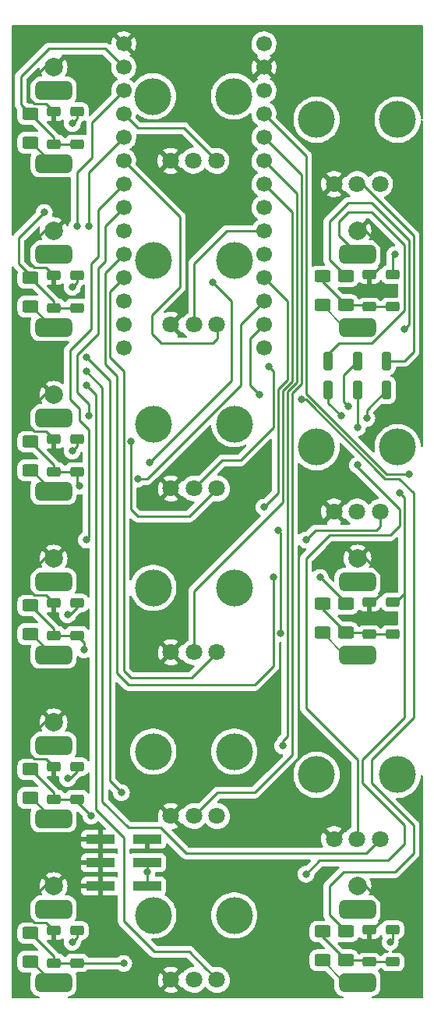
<source format=gbl>
G04 #@! TF.GenerationSoftware,KiCad,Pcbnew,(6.0.6)*
G04 #@! TF.CreationDate,2024-09-22T12:15:16+02:00*
G04 #@! TF.ProjectId,VCA_Module,5643415f-4d6f-4647-956c-652e6b696361,rev?*
G04 #@! TF.SameCoordinates,Original*
G04 #@! TF.FileFunction,Copper,L2,Bot*
G04 #@! TF.FilePolarity,Positive*
%FSLAX46Y46*%
G04 Gerber Fmt 4.6, Leading zero omitted, Abs format (unit mm)*
G04 Created by KiCad (PCBNEW (6.0.6)) date 2024-09-22 12:15:16*
%MOMM*%
%LPD*%
G01*
G04 APERTURE LIST*
G04 Aperture macros list*
%AMRoundRect*
0 Rectangle with rounded corners*
0 $1 Rounding radius*
0 $2 $3 $4 $5 $6 $7 $8 $9 X,Y pos of 4 corners*
0 Add a 4 corners polygon primitive as box body*
4,1,4,$2,$3,$4,$5,$6,$7,$8,$9,$2,$3,0*
0 Add four circle primitives for the rounded corners*
1,1,$1+$1,$2,$3*
1,1,$1+$1,$4,$5*
1,1,$1+$1,$6,$7*
1,1,$1+$1,$8,$9*
0 Add four rect primitives between the rounded corners*
20,1,$1+$1,$2,$3,$4,$5,0*
20,1,$1+$1,$4,$5,$6,$7,0*
20,1,$1+$1,$6,$7,$8,$9,0*
20,1,$1+$1,$8,$9,$2,$3,0*%
G04 Aperture macros list end*
G04 #@! TA.AperFunction,SMDPad,CuDef*
%ADD10RoundRect,0.200000X-0.550000X0.300000X-0.550000X-0.300000X0.550000X-0.300000X0.550000X0.300000X0*%
G04 #@! TD*
G04 #@! TA.AperFunction,SMDPad,CuDef*
%ADD11RoundRect,0.200000X0.550000X-0.300000X0.550000X0.300000X-0.550000X0.300000X-0.550000X-0.300000X0*%
G04 #@! TD*
G04 #@! TA.AperFunction,WasherPad*
%ADD12C,4.000000*%
G04 #@! TD*
G04 #@! TA.AperFunction,ComponentPad*
%ADD13C,1.800000*%
G04 #@! TD*
G04 #@! TA.AperFunction,ComponentPad*
%ADD14C,2.000000*%
G04 #@! TD*
G04 #@! TA.AperFunction,ComponentPad*
%ADD15RoundRect,0.500000X-1.500000X-0.500000X1.500000X-0.500000X1.500000X0.500000X-1.500000X0.500000X0*%
G04 #@! TD*
G04 #@! TA.AperFunction,SMDPad,CuDef*
%ADD16RoundRect,0.250000X0.625000X-0.400000X0.625000X0.400000X-0.625000X0.400000X-0.625000X-0.400000X0*%
G04 #@! TD*
G04 #@! TA.AperFunction,ComponentPad*
%ADD17C,1.700000*%
G04 #@! TD*
G04 #@! TA.AperFunction,SMDPad,CuDef*
%ADD18R,3.150000X1.000000*%
G04 #@! TD*
G04 #@! TA.AperFunction,SMDPad,CuDef*
%ADD19RoundRect,0.250000X0.250000X0.750000X-0.250000X0.750000X-0.250000X-0.750000X0.250000X-0.750000X0*%
G04 #@! TD*
G04 #@! TA.AperFunction,ViaPad*
%ADD20C,0.800000*%
G04 #@! TD*
G04 #@! TA.AperFunction,Conductor*
%ADD21C,0.250000*%
G04 #@! TD*
G04 #@! TA.AperFunction,Conductor*
%ADD22C,0.200000*%
G04 #@! TD*
G04 APERTURE END LIST*
D10*
X43180000Y-68323000D03*
X43180000Y-71823000D03*
X77470000Y-121570000D03*
X77470000Y-125070000D03*
D11*
X40640000Y-157223000D03*
X40640000Y-160723000D03*
D10*
X77470000Y-157130000D03*
X77470000Y-160630000D03*
X43180000Y-103883000D03*
X43180000Y-107383000D03*
X43180000Y-86103000D03*
X43180000Y-89603000D03*
X43180000Y-139443000D03*
X43180000Y-142943000D03*
D11*
X74930000Y-125070000D03*
X74930000Y-121570000D03*
X40640000Y-125163000D03*
X40640000Y-121663000D03*
X74930000Y-160630000D03*
X74930000Y-157130000D03*
D10*
X43180000Y-121663000D03*
X43180000Y-125163000D03*
D11*
X40640000Y-107383000D03*
X40640000Y-103883000D03*
X40640000Y-89603000D03*
X40640000Y-86103000D03*
D10*
X43180000Y-160723000D03*
X43180000Y-157223000D03*
D11*
X40640000Y-142943000D03*
X40640000Y-139443000D03*
D10*
X77470000Y-86010000D03*
X77470000Y-89510000D03*
D11*
X74930000Y-89510000D03*
X74930000Y-86010000D03*
X40640000Y-71823000D03*
X40640000Y-68323000D03*
D12*
X69215000Y-69185000D03*
X78015000Y-69185000D03*
D13*
X76115000Y-76185000D03*
X73615000Y-76185000D03*
X71115000Y-76185000D03*
D12*
X69215000Y-104745000D03*
X78015000Y-104745000D03*
D13*
X76115000Y-111745000D03*
X73615000Y-111745000D03*
X71115000Y-111745000D03*
D12*
X69215000Y-140305000D03*
X78015000Y-140305000D03*
D13*
X76115000Y-147305000D03*
X73615000Y-147305000D03*
X71115000Y-147305000D03*
D12*
X51480000Y-120015000D03*
X60280000Y-120015000D03*
D13*
X58380000Y-127015000D03*
X55880000Y-127000000D03*
X53380000Y-127015000D03*
D12*
X51480000Y-155575000D03*
X60280000Y-155575000D03*
D13*
X58380000Y-162575000D03*
X55880000Y-162560000D03*
X53380000Y-162575000D03*
D12*
X51435000Y-66660000D03*
X60235000Y-66660000D03*
D13*
X58335000Y-73660000D03*
X55835000Y-73645000D03*
X53335000Y-73660000D03*
D12*
X51480000Y-84455000D03*
X60280000Y-84455000D03*
D13*
X58380000Y-91455000D03*
X55880000Y-91440000D03*
X53380000Y-91455000D03*
D12*
X51480000Y-137795000D03*
X60280000Y-137795000D03*
D13*
X58380000Y-144795000D03*
X55880000Y-144780000D03*
X53380000Y-144795000D03*
D12*
X51480000Y-102235000D03*
X60280000Y-102235000D03*
D13*
X58380000Y-109235000D03*
X55880000Y-109220000D03*
X53380000Y-109235000D03*
D14*
X40640000Y-134620000D03*
D15*
X40640000Y-137160000D03*
X40640000Y-145060000D03*
D14*
X73660000Y-152400000D03*
D15*
X73660000Y-154940000D03*
X73660000Y-162840000D03*
D14*
X40640000Y-99060000D03*
D15*
X40640000Y-101600000D03*
X40640000Y-109500000D03*
D14*
X73660000Y-81280000D03*
D15*
X73660000Y-83820000D03*
X73660000Y-91720000D03*
D14*
X40640000Y-63500000D03*
D15*
X40640000Y-66040000D03*
X40640000Y-73940000D03*
D14*
X40640000Y-81280000D03*
D15*
X40640000Y-83820000D03*
X40640000Y-91720000D03*
D14*
X40640000Y-152400000D03*
D15*
X40640000Y-154940000D03*
X40640000Y-162840000D03*
D14*
X73660000Y-116840000D03*
D15*
X73660000Y-119380000D03*
X73660000Y-127280000D03*
D14*
X40640000Y-116840000D03*
D15*
X40640000Y-119380000D03*
X40640000Y-127280000D03*
D16*
X69850000Y-124870000D03*
X69850000Y-121770000D03*
X38100000Y-107250000D03*
X38100000Y-104150000D03*
D17*
X48260000Y-60960000D03*
X48260000Y-63500000D03*
X48260000Y-66040000D03*
X48260000Y-68580000D03*
X48260000Y-71120000D03*
X48260000Y-73660000D03*
X48260000Y-76200000D03*
X48260000Y-78740000D03*
X48260000Y-81280000D03*
X48260000Y-83820000D03*
X48260000Y-86360000D03*
X48260000Y-88900000D03*
X48260000Y-91440000D03*
X48260000Y-93980000D03*
X63500000Y-93980000D03*
X63500000Y-91440000D03*
X63500000Y-88900000D03*
X63500000Y-86360000D03*
X63500000Y-83820000D03*
X63500000Y-81280000D03*
X63500000Y-78740000D03*
X63500000Y-76200000D03*
X63500000Y-73660000D03*
X63500000Y-71120000D03*
X63500000Y-68580000D03*
X63500000Y-66040000D03*
X63500000Y-63500000D03*
X63500000Y-60960000D03*
D16*
X69850000Y-89310000D03*
X69850000Y-86210000D03*
D18*
X50785000Y-147320000D03*
X45735000Y-147320000D03*
X50785000Y-149860000D03*
X45735000Y-149860000D03*
X50785000Y-152400000D03*
X45735000Y-152400000D03*
D16*
X69850000Y-160430000D03*
X69850000Y-157330000D03*
X38100000Y-157490000D03*
X38100000Y-160590000D03*
X38100000Y-125030000D03*
X38100000Y-121930000D03*
D19*
X76835000Y-95377000D03*
X76835000Y-98552000D03*
X73660000Y-95377000D03*
X73660000Y-98552000D03*
X70485000Y-95377000D03*
X70485000Y-98552000D03*
D16*
X38100000Y-142810000D03*
X38100000Y-139710000D03*
X38100000Y-89470000D03*
X38100000Y-86370000D03*
X72390000Y-124870000D03*
X72390000Y-121770000D03*
X72390000Y-89310000D03*
X72390000Y-86210000D03*
X38100000Y-71690000D03*
X38100000Y-68590000D03*
X72390000Y-160430000D03*
X72390000Y-157330000D03*
D20*
X65532000Y-137160000D03*
X44704000Y-144780000D03*
X60960000Y-110744000D03*
X42672000Y-69596000D03*
X42672000Y-158496000D03*
X77724000Y-83820000D03*
X42672000Y-87376000D03*
X42672000Y-105156000D03*
X77216000Y-158496000D03*
X68072000Y-151092500D03*
X78232000Y-109728000D03*
X42164000Y-140716000D03*
X42164000Y-122936000D03*
X39624000Y-79248000D03*
X43434000Y-108966000D03*
X49784000Y-108204000D03*
X43942000Y-126746000D03*
X65024000Y-113792000D03*
X65315500Y-124968000D03*
X63500000Y-111252000D03*
X48260000Y-160782000D03*
X74676000Y-101600000D03*
X50785000Y-150891000D03*
X57912000Y-86868000D03*
X51054000Y-106426000D03*
X71882000Y-101346000D03*
X43180000Y-80772000D03*
X78740000Y-91948000D03*
X64516000Y-118872000D03*
X69596000Y-118872000D03*
X62992000Y-99060000D03*
X67564000Y-99568000D03*
X49022000Y-104140000D03*
X44450000Y-101346000D03*
X64008000Y-96012000D03*
X44200299Y-95000299D03*
X48006000Y-142240000D03*
X44196000Y-98044000D03*
X79248000Y-107696000D03*
X44450000Y-80772000D03*
X68072000Y-114808000D03*
X44196000Y-114808000D03*
X72644000Y-100330000D03*
X44196000Y-96520000D03*
X73660000Y-106680000D03*
X73660000Y-102616000D03*
D21*
X43180000Y-98806000D02*
X43180000Y-94742000D01*
X43180000Y-94742000D02*
X45466000Y-92456000D01*
X45466000Y-85344000D02*
X46228000Y-84582000D01*
X44450000Y-100076000D02*
X43180000Y-98806000D01*
X45466000Y-92456000D02*
X45466000Y-85344000D01*
X44450000Y-101346000D02*
X44450000Y-100076000D01*
X46228000Y-84582000D02*
X46228000Y-80772000D01*
X46228000Y-80772000D02*
X48260000Y-78740000D01*
X49784000Y-112268000D02*
X55392000Y-112268000D01*
X49022000Y-111506000D02*
X49784000Y-112268000D01*
X49022000Y-104140000D02*
X49022000Y-111506000D01*
X55392000Y-112268000D02*
X58425000Y-109235000D01*
X44704000Y-91948000D02*
X42418000Y-94234000D01*
X48260000Y-76200000D02*
X45466000Y-78994000D01*
X45466000Y-78994000D02*
X45466000Y-84074000D01*
X45466000Y-84074000D02*
X44704000Y-84836000D01*
X44704000Y-84836000D02*
X44704000Y-91948000D01*
X42418000Y-94234000D02*
X42418000Y-99568000D01*
X43434000Y-100584000D02*
X43434000Y-101854000D01*
X42418000Y-99568000D02*
X43434000Y-100584000D01*
X43434000Y-101854000D02*
X44450000Y-102870000D01*
X44450000Y-102870000D02*
X44450000Y-114554000D01*
X44450000Y-114554000D02*
X44196000Y-114808000D01*
X78740000Y-134112000D02*
X78740000Y-120520000D01*
X78740000Y-147828000D02*
X78740000Y-145796000D01*
X74168000Y-138684000D02*
X78740000Y-134112000D01*
X76962000Y-149606000D02*
X78740000Y-147828000D01*
X69558500Y-149606000D02*
X76962000Y-149606000D01*
X68072000Y-151092500D02*
X69558500Y-149606000D01*
X78740000Y-145796000D02*
X74168000Y-141224000D01*
X74168000Y-141224000D02*
X74168000Y-138684000D01*
X52240000Y-146050000D02*
X55034000Y-148844000D01*
X48768000Y-146050000D02*
X52240000Y-146050000D01*
X45952000Y-143234000D02*
X48768000Y-146050000D01*
X55034000Y-148844000D02*
X74636000Y-148844000D01*
X74636000Y-148844000D02*
X76160000Y-147320000D01*
X44196000Y-96520000D02*
X45952000Y-98276000D01*
X45952000Y-98276000D02*
X45952000Y-143234000D01*
X44450000Y-74930000D02*
X48260000Y-71120000D01*
X44450000Y-80772000D02*
X44450000Y-74930000D01*
X43180000Y-74930000D02*
X44831000Y-73279000D01*
X44831000Y-73279000D02*
X44831000Y-69469000D01*
X43180000Y-80772000D02*
X43180000Y-74930000D01*
X44831000Y-69469000D02*
X48260000Y-66040000D01*
X49022000Y-129794000D02*
X55646000Y-129794000D01*
X48260000Y-129032000D02*
X49022000Y-129794000D01*
X48260000Y-96520000D02*
X48260000Y-129032000D01*
X55646000Y-129794000D02*
X58425000Y-127015000D01*
X46736000Y-94996000D02*
X48260000Y-96520000D01*
X46736000Y-87884000D02*
X46736000Y-94996000D01*
X48260000Y-86360000D02*
X46736000Y-87884000D01*
X64516000Y-128524000D02*
X64516000Y-118872000D01*
X62484000Y-130556000D02*
X64516000Y-128524000D01*
X48768000Y-130556000D02*
X62484000Y-130556000D01*
X47498000Y-129286000D02*
X48768000Y-130556000D01*
X46228000Y-85852000D02*
X46228000Y-95758000D01*
X46228000Y-95758000D02*
X47498000Y-97028000D01*
X47498000Y-97028000D02*
X47498000Y-129286000D01*
X48260000Y-83820000D02*
X46228000Y-85852000D01*
X39624000Y-152400000D02*
X40640000Y-152400000D01*
X37846000Y-155702000D02*
X37846000Y-154178000D01*
X38506400Y-156362400D02*
X37846000Y-155702000D01*
X37846000Y-154178000D02*
X39624000Y-152400000D01*
X40640000Y-157223000D02*
X39779400Y-156362400D01*
X39779400Y-156362400D02*
X38506400Y-156362400D01*
X48260000Y-160782000D02*
X43239000Y-160782000D01*
X43239000Y-160782000D02*
X43180000Y-160723000D01*
X40640000Y-160723000D02*
X43180000Y-160723000D01*
X40640000Y-160030000D02*
X38100000Y-157490000D01*
X40640000Y-160723000D02*
X40640000Y-160030000D01*
X43180000Y-142943000D02*
X43180000Y-143256000D01*
X43180000Y-143256000D02*
X44704000Y-144780000D01*
X40640000Y-142943000D02*
X43180000Y-142943000D01*
X40640000Y-142250000D02*
X40640000Y-142943000D01*
X38100000Y-139710000D02*
X40640000Y-142250000D01*
X43942000Y-125925000D02*
X43180000Y-125163000D01*
X43942000Y-126746000D02*
X43942000Y-125925000D01*
X40640000Y-125163000D02*
X43180000Y-125163000D01*
X40640000Y-124470000D02*
X38100000Y-121930000D01*
X40640000Y-125163000D02*
X40640000Y-124470000D01*
X38100000Y-86106000D02*
X36830000Y-84836000D01*
X38100000Y-86370000D02*
X38100000Y-86106000D01*
X40640000Y-88910000D02*
X38100000Y-86370000D01*
X40640000Y-89603000D02*
X40640000Y-88910000D01*
X43180000Y-89603000D02*
X40640000Y-89603000D01*
X43434000Y-108966000D02*
X43180000Y-108712000D01*
X43180000Y-108712000D02*
X43180000Y-107383000D01*
X40640000Y-107383000D02*
X43180000Y-107383000D01*
X40640000Y-106690000D02*
X40640000Y-107383000D01*
X38100000Y-104150000D02*
X40640000Y-106690000D01*
X67056000Y-97721150D02*
X67056000Y-77216000D01*
X66040000Y-136144000D02*
X66040000Y-98737150D01*
X65532000Y-136652000D02*
X66040000Y-136144000D01*
X66040000Y-98737150D02*
X67056000Y-97721150D01*
X65532000Y-137160000D02*
X65532000Y-136652000D01*
X67056000Y-77216000D02*
X63500000Y-73660000D01*
X37846000Y-136398000D02*
X39624000Y-134620000D01*
X40640000Y-139443000D02*
X39779400Y-138582400D01*
X39624000Y-134620000D02*
X40640000Y-134620000D01*
X37846000Y-137922000D02*
X37846000Y-136398000D01*
X39779400Y-138582400D02*
X38506400Y-138582400D01*
X38506400Y-138582400D02*
X37846000Y-137922000D01*
X37846000Y-118618000D02*
X39624000Y-116840000D01*
X40640000Y-121663000D02*
X39779400Y-120802400D01*
X39624000Y-116840000D02*
X40640000Y-116840000D01*
X37846000Y-120142000D02*
X37846000Y-118618000D01*
X39779400Y-120802400D02*
X38506400Y-120802400D01*
X38506400Y-120802400D02*
X37846000Y-120142000D01*
X37846000Y-100838000D02*
X39624000Y-99060000D01*
X40640000Y-103883000D02*
X39779400Y-103022400D01*
X39624000Y-99060000D02*
X40640000Y-99060000D01*
X37846000Y-102362000D02*
X37846000Y-100838000D01*
X39779400Y-103022400D02*
X38506400Y-103022400D01*
X38506400Y-103022400D02*
X37846000Y-102362000D01*
X36830000Y-82042000D02*
X39624000Y-79248000D01*
X36830000Y-84836000D02*
X36830000Y-82042000D01*
X37846000Y-83058000D02*
X39624000Y-81280000D01*
X40640000Y-86103000D02*
X39779400Y-85242400D01*
X39624000Y-81280000D02*
X40640000Y-81280000D01*
X37846000Y-84582000D02*
X37846000Y-83058000D01*
X39779400Y-85242400D02*
X38506400Y-85242400D01*
X38506400Y-85242400D02*
X37846000Y-84582000D01*
X74930000Y-160630000D02*
X77470000Y-160630000D01*
X74730000Y-160430000D02*
X74930000Y-160630000D01*
X72390000Y-160430000D02*
X74730000Y-160430000D01*
X69850000Y-157890000D02*
X72390000Y-160430000D01*
X69850000Y-157330000D02*
X69850000Y-157890000D01*
X74930000Y-125070000D02*
X77470000Y-125070000D01*
X74730000Y-124870000D02*
X74930000Y-125070000D01*
X72390000Y-124870000D02*
X74730000Y-124870000D01*
X69850000Y-122330000D02*
X72390000Y-124870000D01*
X69850000Y-121770000D02*
X69850000Y-122330000D01*
X74930000Y-89510000D02*
X77470000Y-89510000D01*
X74730000Y-89310000D02*
X74930000Y-89510000D01*
X72390000Y-89310000D02*
X74730000Y-89310000D01*
X69850000Y-86770000D02*
X72390000Y-89310000D01*
X69850000Y-86210000D02*
X69850000Y-86770000D01*
X40640000Y-71823000D02*
X43180000Y-71823000D01*
X40640000Y-71130000D02*
X40640000Y-71823000D01*
X38100000Y-68590000D02*
X40640000Y-71130000D01*
X37084000Y-64516000D02*
X40132000Y-61468000D01*
X40132000Y-61468000D02*
X46228000Y-61468000D01*
X37084000Y-67564000D02*
X37084000Y-64516000D01*
X38100000Y-68590000D02*
X38100000Y-68580000D01*
X38100000Y-68580000D02*
X37084000Y-67564000D01*
X46228000Y-61468000D02*
X48260000Y-63500000D01*
X37846000Y-65278000D02*
X39624000Y-63500000D01*
X40640000Y-68323000D02*
X39779400Y-67462400D01*
X39624000Y-63500000D02*
X40640000Y-63500000D01*
X37846000Y-66802000D02*
X37846000Y-65278000D01*
X39779400Y-67462400D02*
X38506400Y-67462400D01*
X38506400Y-67462400D02*
X37846000Y-66802000D01*
X74560000Y-116840000D02*
X73660000Y-116840000D01*
X74930000Y-157480000D02*
X74940000Y-157480000D01*
X76340000Y-118620000D02*
X74560000Y-116840000D01*
X74940000Y-86360000D02*
X76340000Y-84960000D01*
X76340000Y-156080000D02*
X76340000Y-154180000D01*
X74940000Y-121920000D02*
X76340000Y-120520000D01*
X76340000Y-84960000D02*
X76340000Y-83060000D01*
X74560000Y-81280000D02*
X73660000Y-81280000D01*
X76340000Y-83060000D02*
X74560000Y-81280000D01*
X74930000Y-86360000D02*
X74940000Y-86360000D01*
X76340000Y-154180000D02*
X74560000Y-152400000D01*
X74930000Y-121920000D02*
X74940000Y-121920000D01*
X74560000Y-152400000D02*
X73660000Y-152400000D01*
X76340000Y-120520000D02*
X76340000Y-118620000D01*
X74940000Y-157480000D02*
X76340000Y-156080000D01*
X78740000Y-120650000D02*
X78740000Y-120520000D01*
X42164000Y-122936000D02*
X42418000Y-122936000D01*
X77470000Y-86360000D02*
X77470000Y-84074000D01*
X42164000Y-140716000D02*
X42418000Y-140716000D01*
X78740000Y-110236000D02*
X78740000Y-120520000D01*
X43180000Y-68541875D02*
X43180000Y-69088000D01*
X42672000Y-87376000D02*
X43180000Y-86868000D01*
X43180000Y-157988000D02*
X43180000Y-157441875D01*
X77470000Y-84074000D02*
X77724000Y-83820000D01*
X43180000Y-139954000D02*
X43180000Y-139661875D01*
X78232000Y-109728000D02*
X78740000Y-110236000D01*
X42418000Y-122936000D02*
X43180000Y-122174000D01*
X42672000Y-105156000D02*
X43180000Y-104648000D01*
X43180000Y-69088000D02*
X42672000Y-69596000D01*
X77216000Y-158496000D02*
X77470000Y-158242000D01*
X43180000Y-122174000D02*
X43180000Y-121881875D01*
X42418000Y-140716000D02*
X43180000Y-139954000D01*
X43180000Y-104648000D02*
X43180000Y-104101875D01*
X42672000Y-158496000D02*
X43180000Y-157988000D01*
X77470000Y-121920000D02*
X78740000Y-120650000D01*
X77470000Y-158242000D02*
X77470000Y-157480000D01*
X43180000Y-86868000D02*
X43180000Y-86321875D01*
X49784000Y-108204000D02*
X50800000Y-108204000D01*
X60960000Y-98044000D02*
X60960000Y-91440000D01*
X50800000Y-108204000D02*
X60960000Y-98044000D01*
X60960000Y-91440000D02*
X63500000Y-88900000D01*
X63500000Y-111252000D02*
X65024000Y-109728000D01*
X65024000Y-109728000D02*
X65024000Y-98480358D01*
X65315500Y-114083500D02*
X65024000Y-113792000D01*
X66040000Y-88900000D02*
X63500000Y-86360000D01*
X65315500Y-124968000D02*
X65315500Y-114083500D01*
X66040000Y-97464358D02*
X66040000Y-88900000D01*
X65024000Y-98480358D02*
X66040000Y-97464358D01*
X74676000Y-100711000D02*
X76835000Y-98552000D01*
X74676000Y-101600000D02*
X74676000Y-100711000D01*
X40481125Y-73940000D02*
X40640000Y-73940000D01*
X38100000Y-71558875D02*
X40481125Y-73940000D01*
X40481125Y-91720000D02*
X40640000Y-91720000D01*
X38100000Y-89338875D02*
X40481125Y-91720000D01*
X38100000Y-107118875D02*
X40481125Y-109500000D01*
X40481125Y-109500000D02*
X40640000Y-109500000D01*
X40481125Y-127280000D02*
X40640000Y-127280000D01*
X38100000Y-124898875D02*
X40481125Y-127280000D01*
X40481125Y-145060000D02*
X40640000Y-145060000D01*
X38100000Y-142678875D02*
X40481125Y-145060000D01*
X40481125Y-162840000D02*
X40640000Y-162840000D01*
X38100000Y-160458875D02*
X40481125Y-162840000D01*
X50785000Y-149860000D02*
X50785000Y-150891000D01*
X51054000Y-106426000D02*
X59944000Y-97536000D01*
X50785000Y-150891000D02*
X50785000Y-152400000D01*
X59944000Y-88900000D02*
X57912000Y-86868000D01*
X59944000Y-97536000D02*
X59944000Y-88900000D01*
X72644000Y-79248000D02*
X71628000Y-80264000D01*
X75184000Y-93472000D02*
X78740000Y-89916000D01*
X70485000Y-94615000D02*
X71628000Y-93472000D01*
X71628000Y-93472000D02*
X75184000Y-93472000D01*
X78740000Y-89916000D02*
X78740000Y-82804000D01*
X78740000Y-82804000D02*
X75184000Y-79248000D01*
X70485000Y-95377000D02*
X70485000Y-94615000D01*
X71628000Y-80264000D02*
X71628000Y-81788000D01*
X71628000Y-81788000D02*
X73660000Y-83820000D01*
X75184000Y-79248000D02*
X72644000Y-79248000D01*
D22*
X69850000Y-89310000D02*
X72260000Y-91720000D01*
X72260000Y-91720000D02*
X73660000Y-91720000D01*
D21*
X71882000Y-101346000D02*
X70485000Y-99949000D01*
X70485000Y-99949000D02*
X70485000Y-98552000D01*
D22*
X72260000Y-127280000D02*
X73660000Y-127280000D01*
X69850000Y-124870000D02*
X72260000Y-127280000D01*
X72260000Y-162840000D02*
X73660000Y-162840000D01*
X69850000Y-160430000D02*
X72260000Y-162840000D01*
D21*
X70612000Y-84432000D02*
X72390000Y-86210000D01*
X72644000Y-78232000D02*
X70612000Y-80264000D01*
X79248000Y-91440000D02*
X79248000Y-82296000D01*
X75184000Y-78232000D02*
X72644000Y-78232000D01*
X78740000Y-91948000D02*
X79248000Y-91440000D01*
X70612000Y-80264000D02*
X70612000Y-84432000D01*
X79248000Y-82296000D02*
X75184000Y-78232000D01*
X69596000Y-118872000D02*
X72390000Y-121666000D01*
X72390000Y-121666000D02*
X72390000Y-121770000D01*
X79756000Y-109728000D02*
X79756000Y-134112000D01*
X68072000Y-99568000D02*
X76650000Y-108146000D01*
X79756000Y-134112000D02*
X75184000Y-138684000D01*
X61976000Y-98044000D02*
X61976000Y-92964000D01*
X67564000Y-99568000D02*
X68072000Y-99568000D01*
X79756000Y-148844000D02*
X77724000Y-150876000D01*
X77724000Y-150876000D02*
X72136000Y-150876000D01*
X70612000Y-152400000D02*
X70612000Y-155552000D01*
X61976000Y-92964000D02*
X63500000Y-91440000D01*
X62992000Y-99060000D02*
X61976000Y-98044000D01*
X75184000Y-138684000D02*
X75184000Y-141224000D01*
X79756000Y-145796000D02*
X79756000Y-148844000D01*
X70612000Y-155552000D02*
X72390000Y-157330000D01*
X76650000Y-108146000D02*
X78174000Y-108146000D01*
X72136000Y-150876000D02*
X70612000Y-152400000D01*
X78174000Y-108146000D02*
X79756000Y-109728000D01*
X75184000Y-141224000D02*
X79756000Y-145796000D01*
X49784000Y-70104000D02*
X48260000Y-68580000D01*
X58380000Y-73660000D02*
X54824000Y-70104000D01*
X54824000Y-70104000D02*
X49784000Y-70104000D01*
X57912000Y-93472000D02*
X52324000Y-93472000D01*
X54356000Y-79756000D02*
X48260000Y-73660000D01*
X58425000Y-91455000D02*
X58425000Y-92959000D01*
X52324000Y-93472000D02*
X51308000Y-92456000D01*
X51308000Y-92456000D02*
X51308000Y-90424000D01*
X58425000Y-92959000D02*
X57912000Y-93472000D01*
X54356000Y-87376000D02*
X54356000Y-79756000D01*
X51308000Y-90424000D02*
X54356000Y-87376000D01*
X55925000Y-84791000D02*
X59436000Y-81280000D01*
X59436000Y-81280000D02*
X63500000Y-81280000D01*
X55925000Y-91455000D02*
X55925000Y-84791000D01*
X58988000Y-106172000D02*
X55925000Y-109235000D01*
X64516000Y-102616000D02*
X60960000Y-106172000D01*
X64516000Y-96520000D02*
X64516000Y-102616000D01*
X60960000Y-106172000D02*
X58988000Y-106172000D01*
X64008000Y-96012000D02*
X64516000Y-96520000D01*
X65532000Y-110744000D02*
X65532000Y-98608754D01*
X65532000Y-98608754D02*
X66548000Y-97592754D01*
X55925000Y-120351000D02*
X65532000Y-110744000D01*
X55925000Y-127015000D02*
X55925000Y-120351000D01*
X66548000Y-79248000D02*
X63500000Y-76200000D01*
X66548000Y-97592754D02*
X66548000Y-79248000D01*
X46736000Y-97536000D02*
X44200299Y-95000299D01*
X46736000Y-140970000D02*
X46736000Y-97536000D01*
X48006000Y-142240000D02*
X46736000Y-140970000D01*
X62484000Y-142240000D02*
X66548000Y-138176000D01*
X66548000Y-138176000D02*
X66548000Y-98865546D01*
X67564000Y-97849546D02*
X67564000Y-75184000D01*
X58480000Y-142240000D02*
X62484000Y-142240000D01*
X55925000Y-144795000D02*
X58480000Y-142240000D01*
X66548000Y-98865546D02*
X67564000Y-97849546D01*
X67564000Y-75184000D02*
X63500000Y-71120000D01*
X48260000Y-156199089D02*
X51572911Y-159512000D01*
X51572911Y-159512000D02*
X55372000Y-159512000D01*
X45212000Y-144072000D02*
X48260000Y-147120000D01*
X44196000Y-98044000D02*
X45212000Y-99060000D01*
X48260000Y-147120000D02*
X48260000Y-156199089D01*
X55372000Y-159512000D02*
X57200000Y-161340000D01*
X57200000Y-161340000D02*
X57200000Y-161350000D01*
X45212000Y-99060000D02*
X45212000Y-144072000D01*
X57200000Y-161350000D02*
X58425000Y-162575000D01*
X76836396Y-107696000D02*
X68072000Y-98931604D01*
X68072000Y-73152000D02*
X63500000Y-68580000D01*
X79248000Y-107696000D02*
X76836396Y-107696000D01*
X68072000Y-98931604D02*
X68072000Y-73152000D01*
X74168000Y-76200000D02*
X79756000Y-81788000D01*
X78740000Y-95377000D02*
X76835000Y-95377000D01*
X79756000Y-94361000D02*
X78740000Y-95377000D01*
X79756000Y-81788000D02*
X79756000Y-94361000D01*
X73660000Y-76200000D02*
X74168000Y-76200000D01*
X76160000Y-111760000D02*
X76160000Y-113324000D01*
X75692000Y-113792000D02*
X69088000Y-113792000D01*
X69088000Y-113792000D02*
X68072000Y-114808000D01*
X76160000Y-113324000D02*
X75692000Y-113792000D01*
X72136000Y-99822000D02*
X72136000Y-96901000D01*
X72136000Y-96901000D02*
X73660000Y-95377000D01*
X72644000Y-100330000D02*
X72136000Y-99822000D01*
X78232000Y-111506000D02*
X73660000Y-106934000D01*
X73660000Y-138684000D02*
X68072000Y-133096000D01*
X70612000Y-114300000D02*
X77216000Y-114300000D01*
X73660000Y-102616000D02*
X73660000Y-98552000D01*
X68072000Y-116840000D02*
X70612000Y-114300000D01*
X73660000Y-147320000D02*
X73660000Y-138684000D01*
X68072000Y-133096000D02*
X68072000Y-116840000D01*
X78232000Y-113284000D02*
X78232000Y-111506000D01*
X77216000Y-114300000D02*
X78232000Y-113284000D01*
X73660000Y-106934000D02*
X73660000Y-106680000D01*
G04 #@! TA.AperFunction,Conductor*
G36*
X36277012Y-85158225D02*
G01*
X36302953Y-85189309D01*
X36325458Y-85227362D01*
X36339779Y-85241683D01*
X36352619Y-85256716D01*
X36364528Y-85273107D01*
X36370634Y-85278158D01*
X36398605Y-85301298D01*
X36407384Y-85309288D01*
X36718565Y-85620469D01*
X36752591Y-85682781D01*
X36749063Y-85749230D01*
X36729369Y-85808608D01*
X36727203Y-85815139D01*
X36716500Y-85919600D01*
X36716500Y-86820400D01*
X36716837Y-86823646D01*
X36716837Y-86823650D01*
X36725336Y-86905559D01*
X36727474Y-86926166D01*
X36729655Y-86932702D01*
X36729655Y-86932704D01*
X36758024Y-87017736D01*
X36783450Y-87093946D01*
X36876522Y-87244348D01*
X37001697Y-87369305D01*
X37007927Y-87373145D01*
X37007928Y-87373146D01*
X37122336Y-87443668D01*
X37152262Y-87462115D01*
X37196030Y-87476632D01*
X37313611Y-87515632D01*
X37313613Y-87515632D01*
X37320139Y-87517797D01*
X37326975Y-87518497D01*
X37326978Y-87518498D01*
X37370031Y-87522909D01*
X37424600Y-87528500D01*
X38310406Y-87528500D01*
X38378527Y-87548502D01*
X38399501Y-87565405D01*
X38937301Y-88103205D01*
X38971327Y-88165517D01*
X38966262Y-88236332D01*
X38923715Y-88293168D01*
X38857195Y-88317979D01*
X38835366Y-88317644D01*
X38775400Y-88311500D01*
X37424600Y-88311500D01*
X37421354Y-88311837D01*
X37421350Y-88311837D01*
X37325692Y-88321762D01*
X37325688Y-88321763D01*
X37318834Y-88322474D01*
X37312298Y-88324655D01*
X37312296Y-88324655D01*
X37180194Y-88368728D01*
X37151054Y-88378450D01*
X37000652Y-88471522D01*
X36995479Y-88476704D01*
X36992883Y-88479305D01*
X36875695Y-88596697D01*
X36871855Y-88602927D01*
X36871854Y-88602928D01*
X36818882Y-88688865D01*
X36782885Y-88747262D01*
X36727203Y-88915139D01*
X36726503Y-88921975D01*
X36726502Y-88921978D01*
X36723409Y-88952164D01*
X36716500Y-89019600D01*
X36716500Y-89920400D01*
X36716837Y-89923646D01*
X36716837Y-89923650D01*
X36726485Y-90016632D01*
X36727474Y-90026166D01*
X36729655Y-90032702D01*
X36729655Y-90032704D01*
X36746021Y-90081757D01*
X36783450Y-90193946D01*
X36876522Y-90344348D01*
X37001697Y-90469305D01*
X37007927Y-90473145D01*
X37007928Y-90473146D01*
X37138241Y-90553472D01*
X37152262Y-90562115D01*
X37183316Y-90572415D01*
X37313611Y-90615632D01*
X37313613Y-90615632D01*
X37320139Y-90617797D01*
X37326975Y-90618497D01*
X37326978Y-90618498D01*
X37365113Y-90622405D01*
X37424600Y-90628500D01*
X38104858Y-90628500D01*
X38172979Y-90648502D01*
X38219472Y-90702158D01*
X38229576Y-90772432D01*
X38221182Y-90802921D01*
X38170900Y-90923716D01*
X38169683Y-90929752D01*
X38169682Y-90929755D01*
X38136204Y-91095790D01*
X38131808Y-91117592D01*
X38131500Y-91123672D01*
X38131500Y-92316328D01*
X38131808Y-92322408D01*
X38132733Y-92326995D01*
X38132733Y-92326996D01*
X38167588Y-92499856D01*
X38170900Y-92516284D01*
X38246905Y-92698873D01*
X38250332Y-92703992D01*
X38250334Y-92703996D01*
X38353496Y-92858099D01*
X38353500Y-92858104D01*
X38356927Y-92863223D01*
X38496777Y-93003073D01*
X38501896Y-93006500D01*
X38501901Y-93006504D01*
X38656004Y-93109666D01*
X38656008Y-93109668D01*
X38661127Y-93113095D01*
X38843716Y-93189100D01*
X38849752Y-93190317D01*
X38849755Y-93190318D01*
X39033004Y-93227267D01*
X39037592Y-93228192D01*
X39043672Y-93228500D01*
X42223405Y-93228500D01*
X42291526Y-93248502D01*
X42338019Y-93302158D01*
X42348123Y-93372432D01*
X42318629Y-93437012D01*
X42312500Y-93443595D01*
X42025747Y-93730348D01*
X42017461Y-93737888D01*
X42010982Y-93742000D01*
X42005557Y-93747777D01*
X41964357Y-93791651D01*
X41961602Y-93794493D01*
X41941865Y-93814230D01*
X41939385Y-93817427D01*
X41931682Y-93826447D01*
X41901414Y-93858679D01*
X41897595Y-93865625D01*
X41897593Y-93865628D01*
X41891652Y-93876434D01*
X41880801Y-93892953D01*
X41868386Y-93908959D01*
X41865241Y-93916228D01*
X41865238Y-93916232D01*
X41850826Y-93949537D01*
X41845609Y-93960187D01*
X41824305Y-93998940D01*
X41822334Y-94006615D01*
X41822334Y-94006616D01*
X41819267Y-94018562D01*
X41812863Y-94037266D01*
X41804819Y-94055855D01*
X41803580Y-94063678D01*
X41803577Y-94063688D01*
X41797901Y-94099524D01*
X41795495Y-94111144D01*
X41786472Y-94146289D01*
X41784500Y-94153970D01*
X41784500Y-94174224D01*
X41782949Y-94193934D01*
X41779780Y-94213943D01*
X41780526Y-94221835D01*
X41783941Y-94257961D01*
X41784500Y-94269819D01*
X41784500Y-97781029D01*
X41764498Y-97849150D01*
X41710842Y-97895643D01*
X41640568Y-97905747D01*
X41576669Y-97876840D01*
X41532883Y-97839443D01*
X41524899Y-97833643D01*
X41330958Y-97714795D01*
X41322163Y-97710313D01*
X41112012Y-97623266D01*
X41102627Y-97620217D01*
X40881446Y-97567115D01*
X40871699Y-97565572D01*
X40644930Y-97547725D01*
X40635070Y-97547725D01*
X40408301Y-97565572D01*
X40398554Y-97567115D01*
X40177373Y-97620217D01*
X40167988Y-97623266D01*
X39957837Y-97710313D01*
X39949042Y-97714795D01*
X39781555Y-97817432D01*
X39772093Y-97827890D01*
X39775876Y-97836666D01*
X40910115Y-98970905D01*
X40944141Y-99033217D01*
X40939076Y-99104032D01*
X40910115Y-99149095D01*
X40729095Y-99330115D01*
X40666783Y-99364141D01*
X40595968Y-99359076D01*
X40550905Y-99330115D01*
X39419710Y-98198920D01*
X39407330Y-98192160D01*
X39399680Y-98197887D01*
X39294795Y-98369042D01*
X39290313Y-98377837D01*
X39203266Y-98587988D01*
X39200217Y-98597373D01*
X39147115Y-98818554D01*
X39145572Y-98828301D01*
X39127725Y-99055070D01*
X39127725Y-99064930D01*
X39145572Y-99291699D01*
X39147115Y-99301446D01*
X39200217Y-99522627D01*
X39203266Y-99532012D01*
X39290313Y-99742163D01*
X39294790Y-99750948D01*
X39385924Y-99899665D01*
X39404462Y-99968198D01*
X39383006Y-100035875D01*
X39328367Y-100081208D01*
X39278491Y-100091500D01*
X39043672Y-100091500D01*
X39037592Y-100091808D01*
X39033005Y-100092733D01*
X39033004Y-100092733D01*
X38849755Y-100129682D01*
X38849752Y-100129683D01*
X38843716Y-100130900D01*
X38661127Y-100206905D01*
X38656008Y-100210332D01*
X38656004Y-100210334D01*
X38501901Y-100313496D01*
X38501896Y-100313500D01*
X38496777Y-100316927D01*
X38356927Y-100456777D01*
X38353500Y-100461896D01*
X38353496Y-100461901D01*
X38250334Y-100616004D01*
X38250332Y-100616008D01*
X38246905Y-100621127D01*
X38170900Y-100803716D01*
X38131808Y-100997592D01*
X38131500Y-101003672D01*
X38131500Y-102196328D01*
X38131808Y-102202408D01*
X38132733Y-102206995D01*
X38132733Y-102206996D01*
X38169076Y-102387237D01*
X38170900Y-102396284D01*
X38246905Y-102578873D01*
X38250332Y-102583992D01*
X38250334Y-102583996D01*
X38353496Y-102738099D01*
X38353500Y-102738104D01*
X38356927Y-102743223D01*
X38390109Y-102776405D01*
X38424135Y-102838717D01*
X38419070Y-102909532D01*
X38376523Y-102966368D01*
X38310003Y-102991179D01*
X38301014Y-102991500D01*
X37424600Y-102991500D01*
X37421354Y-102991837D01*
X37421350Y-102991837D01*
X37325692Y-103001762D01*
X37325688Y-103001763D01*
X37318834Y-103002474D01*
X37312298Y-103004655D01*
X37312296Y-103004655D01*
X37253060Y-103024418D01*
X37151054Y-103058450D01*
X37000652Y-103151522D01*
X36875695Y-103276697D01*
X36871855Y-103282927D01*
X36871854Y-103282928D01*
X36867523Y-103289955D01*
X36782885Y-103427262D01*
X36727203Y-103595139D01*
X36716500Y-103699600D01*
X36716500Y-104600400D01*
X36716837Y-104603646D01*
X36716837Y-104603650D01*
X36724951Y-104681847D01*
X36727474Y-104706166D01*
X36729655Y-104712702D01*
X36729655Y-104712704D01*
X36759285Y-104801515D01*
X36783450Y-104873946D01*
X36876522Y-105024348D01*
X37001697Y-105149305D01*
X37007927Y-105153145D01*
X37007928Y-105153146D01*
X37023209Y-105162565D01*
X37152262Y-105242115D01*
X37232005Y-105268564D01*
X37313611Y-105295632D01*
X37313613Y-105295632D01*
X37320139Y-105297797D01*
X37326975Y-105298497D01*
X37326978Y-105298498D01*
X37370031Y-105302909D01*
X37424600Y-105308500D01*
X38310406Y-105308500D01*
X38378527Y-105328502D01*
X38399501Y-105345405D01*
X38937301Y-105883205D01*
X38971327Y-105945517D01*
X38966262Y-106016332D01*
X38923715Y-106073168D01*
X38857195Y-106097979D01*
X38835366Y-106097644D01*
X38775400Y-106091500D01*
X37424600Y-106091500D01*
X37421354Y-106091837D01*
X37421350Y-106091837D01*
X37325692Y-106101762D01*
X37325688Y-106101763D01*
X37318834Y-106102474D01*
X37312298Y-106104655D01*
X37312296Y-106104655D01*
X37211906Y-106138148D01*
X37151054Y-106158450D01*
X37000652Y-106251522D01*
X36875695Y-106376697D01*
X36871855Y-106382927D01*
X36871854Y-106382928D01*
X36822787Y-106462530D01*
X36782885Y-106527262D01*
X36780581Y-106534209D01*
X36730904Y-106683982D01*
X36727203Y-106695139D01*
X36726503Y-106701975D01*
X36726502Y-106701978D01*
X36723472Y-106731552D01*
X36716500Y-106799600D01*
X36716500Y-107700400D01*
X36716837Y-107703646D01*
X36716837Y-107703650D01*
X36721106Y-107744789D01*
X36727474Y-107806166D01*
X36729655Y-107812702D01*
X36729655Y-107812704D01*
X36743863Y-107855289D01*
X36783450Y-107973946D01*
X36876522Y-108124348D01*
X37001697Y-108249305D01*
X37152262Y-108342115D01*
X37232005Y-108368564D01*
X37313611Y-108395632D01*
X37313613Y-108395632D01*
X37320139Y-108397797D01*
X37326975Y-108398497D01*
X37326978Y-108398498D01*
X37370031Y-108402909D01*
X37424600Y-108408500D01*
X38104858Y-108408500D01*
X38172979Y-108428502D01*
X38219472Y-108482158D01*
X38229576Y-108552432D01*
X38221182Y-108582921D01*
X38173269Y-108698024D01*
X38170900Y-108703716D01*
X38169683Y-108709752D01*
X38169682Y-108709755D01*
X38137252Y-108870592D01*
X38131808Y-108897592D01*
X38131500Y-108903672D01*
X38131500Y-110096328D01*
X38131808Y-110102408D01*
X38132733Y-110106995D01*
X38132733Y-110106996D01*
X38156704Y-110225877D01*
X38170900Y-110296284D01*
X38246905Y-110478873D01*
X38250332Y-110483992D01*
X38250334Y-110483996D01*
X38353496Y-110638099D01*
X38353500Y-110638104D01*
X38356927Y-110643223D01*
X38496777Y-110783073D01*
X38501896Y-110786500D01*
X38501901Y-110786504D01*
X38656004Y-110889666D01*
X38656008Y-110889668D01*
X38661127Y-110893095D01*
X38843716Y-110969100D01*
X38849752Y-110970317D01*
X38849755Y-110970318D01*
X39033004Y-111007267D01*
X39037592Y-111008192D01*
X39043672Y-111008500D01*
X42236328Y-111008500D01*
X42242408Y-111008192D01*
X42246996Y-111007267D01*
X42430245Y-110970318D01*
X42430248Y-110970317D01*
X42436284Y-110969100D01*
X42618873Y-110893095D01*
X42623992Y-110889668D01*
X42623996Y-110889666D01*
X42778099Y-110786504D01*
X42778104Y-110786500D01*
X42783223Y-110783073D01*
X42923073Y-110643223D01*
X42926500Y-110638104D01*
X42926504Y-110638099D01*
X43029666Y-110483996D01*
X43029668Y-110483992D01*
X43033095Y-110478873D01*
X43109100Y-110296284D01*
X43123297Y-110225877D01*
X43147267Y-110106996D01*
X43147267Y-110106995D01*
X43148192Y-110102408D01*
X43148500Y-110096328D01*
X43148500Y-109989709D01*
X43168502Y-109921588D01*
X43222158Y-109875095D01*
X43292432Y-109864991D01*
X43300697Y-109866462D01*
X43332056Y-109873128D01*
X43332061Y-109873128D01*
X43338513Y-109874500D01*
X43529487Y-109874500D01*
X43535939Y-109873128D01*
X43535944Y-109873128D01*
X43664303Y-109845844D01*
X43735094Y-109851246D01*
X43791726Y-109894063D01*
X43816220Y-109960701D01*
X43816500Y-109969091D01*
X43816500Y-113900661D01*
X43796498Y-113968782D01*
X43749820Y-114008847D01*
X43751001Y-114010893D01*
X43745278Y-114014197D01*
X43739248Y-114016882D01*
X43584747Y-114129134D01*
X43456960Y-114271056D01*
X43453659Y-114276774D01*
X43367792Y-114425500D01*
X43361473Y-114436444D01*
X43302458Y-114618072D01*
X43301768Y-114624633D01*
X43301768Y-114624635D01*
X43290547Y-114731395D01*
X43282496Y-114808000D01*
X43283186Y-114814565D01*
X43294212Y-114919468D01*
X43302458Y-114997928D01*
X43361473Y-115179556D01*
X43456960Y-115344944D01*
X43584747Y-115486866D01*
X43739248Y-115599118D01*
X43745276Y-115601802D01*
X43745278Y-115601803D01*
X43813500Y-115632177D01*
X43913712Y-115676794D01*
X44007113Y-115696647D01*
X44094056Y-115715128D01*
X44094061Y-115715128D01*
X44100513Y-115716500D01*
X44291487Y-115716500D01*
X44297939Y-115715128D01*
X44297944Y-115715128D01*
X44426303Y-115687844D01*
X44497094Y-115693246D01*
X44553726Y-115736063D01*
X44578220Y-115802701D01*
X44578500Y-115811091D01*
X44578500Y-120945003D01*
X44558498Y-121013124D01*
X44504842Y-121059617D01*
X44434568Y-121069721D01*
X44369988Y-121040227D01*
X44344724Y-121010274D01*
X44324150Y-120976301D01*
X44291639Y-120922619D01*
X44170381Y-120801361D01*
X44023699Y-120712528D01*
X44016452Y-120710257D01*
X44016450Y-120710256D01*
X43930643Y-120683366D01*
X43860062Y-120661247D01*
X43786635Y-120654500D01*
X43776421Y-120654500D01*
X43071166Y-120654501D01*
X43003046Y-120634499D01*
X42956553Y-120580843D01*
X42946449Y-120510570D01*
X42966463Y-120458408D01*
X43029665Y-120363996D01*
X43033095Y-120358873D01*
X43109100Y-120176284D01*
X43111259Y-120165580D01*
X43147267Y-119986996D01*
X43147267Y-119986995D01*
X43148192Y-119982408D01*
X43148500Y-119976328D01*
X43148500Y-118783672D01*
X43148192Y-118777592D01*
X43109100Y-118583716D01*
X43033095Y-118401127D01*
X43029668Y-118396008D01*
X43029666Y-118396004D01*
X42926504Y-118241901D01*
X42926500Y-118241896D01*
X42923073Y-118236777D01*
X42783223Y-118096927D01*
X42778104Y-118093500D01*
X42778099Y-118093496D01*
X42623996Y-117990334D01*
X42623992Y-117990332D01*
X42618873Y-117986905D01*
X42436284Y-117910900D01*
X42430248Y-117909683D01*
X42430245Y-117909682D01*
X42246996Y-117872733D01*
X42246995Y-117872733D01*
X42242408Y-117871808D01*
X42236328Y-117871500D01*
X42001509Y-117871500D01*
X41933388Y-117851498D01*
X41886895Y-117797842D01*
X41876791Y-117727568D01*
X41894076Y-117679665D01*
X41985210Y-117530948D01*
X41989687Y-117522163D01*
X42076734Y-117312012D01*
X42079783Y-117302627D01*
X42132885Y-117081446D01*
X42134428Y-117071699D01*
X42152275Y-116844930D01*
X42152275Y-116835070D01*
X42134428Y-116608301D01*
X42132885Y-116598554D01*
X42079783Y-116377373D01*
X42076734Y-116367988D01*
X41989687Y-116157837D01*
X41985205Y-116149042D01*
X41882568Y-115981555D01*
X41872110Y-115972093D01*
X41863334Y-115975876D01*
X40729095Y-117110115D01*
X40666783Y-117144141D01*
X40595968Y-117139076D01*
X40550905Y-117110115D01*
X39419710Y-115978920D01*
X39407330Y-115972160D01*
X39399680Y-115977887D01*
X39294795Y-116149042D01*
X39290313Y-116157837D01*
X39203266Y-116367988D01*
X39200217Y-116377373D01*
X39147115Y-116598554D01*
X39145572Y-116608301D01*
X39127725Y-116835070D01*
X39127725Y-116844930D01*
X39145572Y-117071699D01*
X39147115Y-117081446D01*
X39200217Y-117302627D01*
X39203266Y-117312012D01*
X39290313Y-117522163D01*
X39294790Y-117530948D01*
X39385924Y-117679665D01*
X39404462Y-117748198D01*
X39383006Y-117815875D01*
X39328367Y-117861208D01*
X39278491Y-117871500D01*
X39043672Y-117871500D01*
X39037592Y-117871808D01*
X39033005Y-117872733D01*
X39033004Y-117872733D01*
X38849755Y-117909682D01*
X38849752Y-117909683D01*
X38843716Y-117910900D01*
X38661127Y-117986905D01*
X38656008Y-117990332D01*
X38656004Y-117990334D01*
X38501901Y-118093496D01*
X38501896Y-118093500D01*
X38496777Y-118096927D01*
X38356927Y-118236777D01*
X38353500Y-118241896D01*
X38353496Y-118241901D01*
X38250334Y-118396004D01*
X38250332Y-118396008D01*
X38246905Y-118401127D01*
X38170900Y-118583716D01*
X38131808Y-118777592D01*
X38131500Y-118783672D01*
X38131500Y-119976328D01*
X38131808Y-119982408D01*
X38132733Y-119986995D01*
X38132733Y-119986996D01*
X38168742Y-120165580D01*
X38170900Y-120176284D01*
X38246905Y-120358873D01*
X38250332Y-120363992D01*
X38250334Y-120363996D01*
X38353496Y-120518099D01*
X38353500Y-120518104D01*
X38356927Y-120523223D01*
X38390109Y-120556405D01*
X38424135Y-120618717D01*
X38419070Y-120689532D01*
X38376523Y-120746368D01*
X38310003Y-120771179D01*
X38301014Y-120771500D01*
X37424600Y-120771500D01*
X37421354Y-120771837D01*
X37421350Y-120771837D01*
X37325692Y-120781762D01*
X37325688Y-120781763D01*
X37318834Y-120782474D01*
X37312298Y-120784655D01*
X37312296Y-120784655D01*
X37193637Y-120824243D01*
X37151054Y-120838450D01*
X37000652Y-120931522D01*
X36875695Y-121056697D01*
X36782885Y-121207262D01*
X36727203Y-121375139D01*
X36716500Y-121479600D01*
X36716500Y-122380400D01*
X36716837Y-122383646D01*
X36716837Y-122383650D01*
X36725336Y-122465559D01*
X36727474Y-122486166D01*
X36729655Y-122492702D01*
X36729655Y-122492704D01*
X36758024Y-122577736D01*
X36783450Y-122653946D01*
X36876522Y-122804348D01*
X37001697Y-122929305D01*
X37007927Y-122933145D01*
X37007928Y-122933146D01*
X37122336Y-123003668D01*
X37152262Y-123022115D01*
X37232005Y-123048564D01*
X37313611Y-123075632D01*
X37313613Y-123075632D01*
X37320139Y-123077797D01*
X37326975Y-123078497D01*
X37326978Y-123078498D01*
X37370031Y-123082909D01*
X37424600Y-123088500D01*
X38310406Y-123088500D01*
X38378527Y-123108502D01*
X38399501Y-123125405D01*
X38937301Y-123663205D01*
X38971327Y-123725517D01*
X38966262Y-123796332D01*
X38923715Y-123853168D01*
X38857195Y-123877979D01*
X38835366Y-123877644D01*
X38775400Y-123871500D01*
X37424600Y-123871500D01*
X37421354Y-123871837D01*
X37421350Y-123871837D01*
X37325692Y-123881762D01*
X37325688Y-123881763D01*
X37318834Y-123882474D01*
X37312298Y-123884655D01*
X37312296Y-123884655D01*
X37180194Y-123928728D01*
X37151054Y-123938450D01*
X37000652Y-124031522D01*
X36875695Y-124156697D01*
X36871855Y-124162927D01*
X36871854Y-124162928D01*
X36826504Y-124236500D01*
X36782885Y-124307262D01*
X36780581Y-124314209D01*
X36737199Y-124445003D01*
X36727203Y-124475139D01*
X36726503Y-124481975D01*
X36726502Y-124481978D01*
X36723603Y-124510274D01*
X36716500Y-124579600D01*
X36716500Y-125480400D01*
X36727474Y-125586166D01*
X36729655Y-125592702D01*
X36729655Y-125592704D01*
X36746021Y-125641757D01*
X36783450Y-125753946D01*
X36876522Y-125904348D01*
X37001697Y-126029305D01*
X37007927Y-126033145D01*
X37007928Y-126033146D01*
X37135366Y-126111700D01*
X37152262Y-126122115D01*
X37183316Y-126132415D01*
X37313611Y-126175632D01*
X37313613Y-126175632D01*
X37320139Y-126177797D01*
X37326975Y-126178497D01*
X37326978Y-126178498D01*
X37370031Y-126182909D01*
X37424600Y-126188500D01*
X38104858Y-126188500D01*
X38172979Y-126208502D01*
X38219472Y-126262158D01*
X38229576Y-126332432D01*
X38221182Y-126362921D01*
X38191754Y-126433618D01*
X38170900Y-126483716D01*
X38169683Y-126489752D01*
X38169682Y-126489755D01*
X38137252Y-126650592D01*
X38131808Y-126677592D01*
X38131500Y-126683672D01*
X38131500Y-127876328D01*
X38131808Y-127882408D01*
X38132733Y-127886995D01*
X38132733Y-127886996D01*
X38156704Y-128005877D01*
X38170900Y-128076284D01*
X38246905Y-128258873D01*
X38250332Y-128263992D01*
X38250334Y-128263996D01*
X38353496Y-128418099D01*
X38353500Y-128418104D01*
X38356927Y-128423223D01*
X38496777Y-128563073D01*
X38501896Y-128566500D01*
X38501901Y-128566504D01*
X38656004Y-128669666D01*
X38656008Y-128669668D01*
X38661127Y-128673095D01*
X38843716Y-128749100D01*
X38849752Y-128750317D01*
X38849755Y-128750318D01*
X39033004Y-128787267D01*
X39037592Y-128788192D01*
X39043672Y-128788500D01*
X42236328Y-128788500D01*
X42242408Y-128788192D01*
X42246996Y-128787267D01*
X42430245Y-128750318D01*
X42430248Y-128750317D01*
X42436284Y-128749100D01*
X42618873Y-128673095D01*
X42623992Y-128669668D01*
X42623996Y-128669666D01*
X42778099Y-128566504D01*
X42778104Y-128566500D01*
X42783223Y-128563073D01*
X42923073Y-128423223D01*
X42926500Y-128418104D01*
X42926504Y-128418099D01*
X43029666Y-128263996D01*
X43029668Y-128263992D01*
X43033095Y-128258873D01*
X43109100Y-128076284D01*
X43123297Y-128005877D01*
X43147267Y-127886996D01*
X43147267Y-127886995D01*
X43148192Y-127882408D01*
X43148500Y-127876328D01*
X43148500Y-127539745D01*
X43168502Y-127471624D01*
X43222158Y-127425131D01*
X43292432Y-127415027D01*
X43348561Y-127437809D01*
X43479906Y-127533237D01*
X43485248Y-127537118D01*
X43491276Y-127539802D01*
X43491278Y-127539803D01*
X43653681Y-127612109D01*
X43659712Y-127614794D01*
X43753113Y-127634647D01*
X43840056Y-127653128D01*
X43840061Y-127653128D01*
X43846513Y-127654500D01*
X44037487Y-127654500D01*
X44043939Y-127653128D01*
X44043944Y-127653128D01*
X44130887Y-127634647D01*
X44224288Y-127614794D01*
X44248656Y-127603945D01*
X44398752Y-127537118D01*
X44399677Y-127539196D01*
X44458488Y-127524924D01*
X44525581Y-127548141D01*
X44569472Y-127603945D01*
X44578500Y-127650782D01*
X44578500Y-138725003D01*
X44558498Y-138793124D01*
X44504842Y-138839617D01*
X44434568Y-138849721D01*
X44369988Y-138820227D01*
X44344724Y-138790274D01*
X44295576Y-138709120D01*
X44291639Y-138702619D01*
X44170381Y-138581361D01*
X44023699Y-138492528D01*
X44016452Y-138490257D01*
X44016450Y-138490256D01*
X43921380Y-138460463D01*
X43860062Y-138441247D01*
X43786635Y-138434500D01*
X43776421Y-138434500D01*
X43071166Y-138434501D01*
X43003046Y-138414499D01*
X42956553Y-138360843D01*
X42946449Y-138290570D01*
X42966463Y-138238408D01*
X43029665Y-138143996D01*
X43033095Y-138138873D01*
X43109100Y-137956284D01*
X43110925Y-137947237D01*
X43147267Y-137766996D01*
X43147267Y-137766995D01*
X43148192Y-137762408D01*
X43148500Y-137756328D01*
X43148500Y-136563672D01*
X43148192Y-136557592D01*
X43147267Y-136553004D01*
X43110318Y-136369755D01*
X43110317Y-136369752D01*
X43109100Y-136363716D01*
X43033095Y-136181127D01*
X43029668Y-136176008D01*
X43029666Y-136176004D01*
X42926504Y-136021901D01*
X42926500Y-136021896D01*
X42923073Y-136016777D01*
X42783223Y-135876927D01*
X42778104Y-135873500D01*
X42778099Y-135873496D01*
X42623996Y-135770334D01*
X42623992Y-135770332D01*
X42618873Y-135766905D01*
X42436284Y-135690900D01*
X42430248Y-135689683D01*
X42430245Y-135689682D01*
X42246996Y-135652733D01*
X42246995Y-135652733D01*
X42242408Y-135651808D01*
X42236328Y-135651500D01*
X42001509Y-135651500D01*
X41933388Y-135631498D01*
X41886895Y-135577842D01*
X41876791Y-135507568D01*
X41894076Y-135459665D01*
X41985210Y-135310948D01*
X41989687Y-135302163D01*
X42076734Y-135092012D01*
X42079783Y-135082627D01*
X42132885Y-134861446D01*
X42134428Y-134851699D01*
X42152275Y-134624930D01*
X42152275Y-134615070D01*
X42134428Y-134388301D01*
X42132885Y-134378554D01*
X42079783Y-134157373D01*
X42076734Y-134147988D01*
X41989687Y-133937837D01*
X41985205Y-133929042D01*
X41882568Y-133761555D01*
X41872110Y-133752093D01*
X41863334Y-133755876D01*
X40729095Y-134890115D01*
X40666783Y-134924141D01*
X40595968Y-134919076D01*
X40550905Y-134890115D01*
X39419710Y-133758920D01*
X39407330Y-133752160D01*
X39399680Y-133757887D01*
X39294795Y-133929042D01*
X39290313Y-133937837D01*
X39203266Y-134147988D01*
X39200217Y-134157373D01*
X39147115Y-134378554D01*
X39145572Y-134388301D01*
X39127725Y-134615070D01*
X39127725Y-134624930D01*
X39145572Y-134851699D01*
X39147115Y-134861446D01*
X39200217Y-135082627D01*
X39203266Y-135092012D01*
X39290313Y-135302163D01*
X39294790Y-135310948D01*
X39385924Y-135459665D01*
X39404462Y-135528198D01*
X39383006Y-135595875D01*
X39328367Y-135641208D01*
X39278491Y-135651500D01*
X39043672Y-135651500D01*
X39037592Y-135651808D01*
X39033005Y-135652733D01*
X39033004Y-135652733D01*
X38849755Y-135689682D01*
X38849752Y-135689683D01*
X38843716Y-135690900D01*
X38661127Y-135766905D01*
X38656008Y-135770332D01*
X38656004Y-135770334D01*
X38501901Y-135873496D01*
X38501896Y-135873500D01*
X38496777Y-135876927D01*
X38356927Y-136016777D01*
X38353500Y-136021896D01*
X38353496Y-136021901D01*
X38250334Y-136176004D01*
X38250332Y-136176008D01*
X38246905Y-136181127D01*
X38170900Y-136363716D01*
X38169683Y-136369752D01*
X38169682Y-136369755D01*
X38132733Y-136553004D01*
X38131808Y-136557592D01*
X38131500Y-136563672D01*
X38131500Y-137756328D01*
X38131808Y-137762408D01*
X38132733Y-137766995D01*
X38132733Y-137766996D01*
X38169076Y-137947237D01*
X38170900Y-137956284D01*
X38246905Y-138138873D01*
X38250332Y-138143992D01*
X38250334Y-138143996D01*
X38353496Y-138298099D01*
X38353500Y-138298104D01*
X38356927Y-138303223D01*
X38390109Y-138336405D01*
X38424135Y-138398717D01*
X38419070Y-138469532D01*
X38376523Y-138526368D01*
X38310003Y-138551179D01*
X38301014Y-138551500D01*
X37424600Y-138551500D01*
X37421354Y-138551837D01*
X37421350Y-138551837D01*
X37325692Y-138561762D01*
X37325688Y-138561763D01*
X37318834Y-138562474D01*
X37312298Y-138564655D01*
X37312296Y-138564655D01*
X37219034Y-138595770D01*
X37151054Y-138618450D01*
X37000652Y-138711522D01*
X36875695Y-138836697D01*
X36782885Y-138987262D01*
X36727203Y-139155139D01*
X36716500Y-139259600D01*
X36716500Y-140160400D01*
X36716837Y-140163646D01*
X36716837Y-140163650D01*
X36720001Y-140194138D01*
X36727474Y-140266166D01*
X36729655Y-140272702D01*
X36729655Y-140272704D01*
X36748112Y-140328026D01*
X36783450Y-140433946D01*
X36876522Y-140584348D01*
X37001697Y-140709305D01*
X37007927Y-140713145D01*
X37007928Y-140713146D01*
X37058794Y-140744500D01*
X37152262Y-140802115D01*
X37232005Y-140828564D01*
X37313611Y-140855632D01*
X37313613Y-140855632D01*
X37320139Y-140857797D01*
X37326975Y-140858497D01*
X37326978Y-140858498D01*
X37370031Y-140862909D01*
X37424600Y-140868500D01*
X38310406Y-140868500D01*
X38378527Y-140888502D01*
X38399501Y-140905405D01*
X38937301Y-141443205D01*
X38971327Y-141505517D01*
X38966262Y-141576332D01*
X38923715Y-141633168D01*
X38857195Y-141657979D01*
X38835366Y-141657644D01*
X38775400Y-141651500D01*
X37424600Y-141651500D01*
X37421354Y-141651837D01*
X37421350Y-141651837D01*
X37325692Y-141661762D01*
X37325688Y-141661763D01*
X37318834Y-141662474D01*
X37312298Y-141664655D01*
X37312296Y-141664655D01*
X37211906Y-141698148D01*
X37151054Y-141718450D01*
X37000652Y-141811522D01*
X36875695Y-141936697D01*
X36871855Y-141942927D01*
X36871854Y-141942928D01*
X36822787Y-142022530D01*
X36782885Y-142087262D01*
X36780581Y-142094209D01*
X36730904Y-142243982D01*
X36727203Y-142255139D01*
X36726503Y-142261975D01*
X36726502Y-142261978D01*
X36723603Y-142290274D01*
X36716500Y-142359600D01*
X36716500Y-143260400D01*
X36716837Y-143263646D01*
X36716837Y-143263650D01*
X36721106Y-143304789D01*
X36727474Y-143366166D01*
X36729655Y-143372702D01*
X36729655Y-143372704D01*
X36743863Y-143415289D01*
X36783450Y-143533946D01*
X36876522Y-143684348D01*
X37001697Y-143809305D01*
X37152262Y-143902115D01*
X37232005Y-143928564D01*
X37313611Y-143955632D01*
X37313613Y-143955632D01*
X37320139Y-143957797D01*
X37326975Y-143958497D01*
X37326978Y-143958498D01*
X37370031Y-143962909D01*
X37424600Y-143968500D01*
X38104858Y-143968500D01*
X38172979Y-143988502D01*
X38219472Y-144042158D01*
X38229576Y-144112432D01*
X38221182Y-144142921D01*
X38170900Y-144263716D01*
X38169683Y-144269752D01*
X38169682Y-144269755D01*
X38137252Y-144430592D01*
X38131808Y-144457592D01*
X38131500Y-144463672D01*
X38131500Y-145656328D01*
X38131808Y-145662408D01*
X38132733Y-145666995D01*
X38132733Y-145666996D01*
X38169264Y-145848168D01*
X38170900Y-145856284D01*
X38246905Y-146038873D01*
X38250332Y-146043992D01*
X38250334Y-146043996D01*
X38353496Y-146198099D01*
X38353500Y-146198104D01*
X38356927Y-146203223D01*
X38496777Y-146343073D01*
X38501896Y-146346500D01*
X38501901Y-146346504D01*
X38656004Y-146449666D01*
X38656008Y-146449668D01*
X38661127Y-146453095D01*
X38843716Y-146529100D01*
X38849752Y-146530317D01*
X38849755Y-146530318D01*
X39033004Y-146567267D01*
X39037592Y-146568192D01*
X39043672Y-146568500D01*
X42236328Y-146568500D01*
X42242408Y-146568192D01*
X42246996Y-146567267D01*
X42430245Y-146530318D01*
X42430248Y-146530317D01*
X42436284Y-146529100D01*
X42618873Y-146453095D01*
X42623992Y-146449668D01*
X42623996Y-146449666D01*
X42778099Y-146346504D01*
X42778104Y-146346500D01*
X42783223Y-146343073D01*
X42923073Y-146203223D01*
X42926500Y-146198104D01*
X42926504Y-146198099D01*
X43029666Y-146043996D01*
X43029668Y-146043992D01*
X43033095Y-146038873D01*
X43109100Y-145856284D01*
X43110737Y-145848168D01*
X43147267Y-145666996D01*
X43147267Y-145666995D01*
X43148192Y-145662408D01*
X43148500Y-145656328D01*
X43148500Y-144463672D01*
X43148192Y-144457592D01*
X43145442Y-144443955D01*
X43151584Y-144373227D01*
X43194990Y-144317045D01*
X43261880Y-144293249D01*
X43331016Y-144309394D01*
X43358051Y-144329955D01*
X43756878Y-144728782D01*
X43790904Y-144791094D01*
X43793092Y-144804703D01*
X43810458Y-144969928D01*
X43869473Y-145151556D01*
X43964960Y-145316944D01*
X43969378Y-145321851D01*
X43969379Y-145321852D01*
X44088325Y-145453955D01*
X44092747Y-145458866D01*
X44180905Y-145522917D01*
X44240204Y-145566000D01*
X44247248Y-145571118D01*
X44253276Y-145573802D01*
X44253278Y-145573803D01*
X44387635Y-145633622D01*
X44421712Y-145648794D01*
X44507345Y-145666996D01*
X44602056Y-145687128D01*
X44602061Y-145687128D01*
X44608513Y-145688500D01*
X44799487Y-145688500D01*
X44805939Y-145687128D01*
X44805944Y-145687128D01*
X44900655Y-145666996D01*
X44986288Y-145648794D01*
X45020365Y-145633622D01*
X45154722Y-145573803D01*
X45154724Y-145573802D01*
X45160752Y-145571118D01*
X45167797Y-145566000D01*
X45227095Y-145522917D01*
X45315253Y-145458866D01*
X45410104Y-145353523D01*
X45470550Y-145316284D01*
X45541534Y-145317636D01*
X45592835Y-145348739D01*
X46341001Y-146096905D01*
X46375027Y-146159217D01*
X46369962Y-146230032D01*
X46327415Y-146286868D01*
X46260895Y-146311679D01*
X46251906Y-146312000D01*
X46007115Y-146312000D01*
X45991876Y-146316475D01*
X45990671Y-146317865D01*
X45989000Y-146325548D01*
X45989000Y-148309884D01*
X45993475Y-148325123D01*
X45994865Y-148326328D01*
X46002548Y-148327999D01*
X47354669Y-148327999D01*
X47361490Y-148327629D01*
X47412352Y-148322105D01*
X47427610Y-148318478D01*
X47456272Y-148307733D01*
X47527079Y-148302550D01*
X47589448Y-148336472D01*
X47623576Y-148398728D01*
X47626500Y-148425715D01*
X47626500Y-148754285D01*
X47606498Y-148822406D01*
X47552842Y-148868899D01*
X47482568Y-148879003D01*
X47456272Y-148872267D01*
X47427612Y-148861523D01*
X47412351Y-148857895D01*
X47361486Y-148852369D01*
X47354672Y-148852000D01*
X46007115Y-148852000D01*
X45991876Y-148856475D01*
X45990671Y-148857865D01*
X45989000Y-148865548D01*
X45989000Y-150849884D01*
X45993475Y-150865123D01*
X45994865Y-150866328D01*
X46002548Y-150867999D01*
X47354669Y-150867999D01*
X47361490Y-150867629D01*
X47412352Y-150862105D01*
X47427610Y-150858478D01*
X47456272Y-150847733D01*
X47527079Y-150842550D01*
X47589448Y-150876472D01*
X47623576Y-150938728D01*
X47626500Y-150965715D01*
X47626500Y-151294285D01*
X47606498Y-151362406D01*
X47552842Y-151408899D01*
X47482568Y-151419003D01*
X47456272Y-151412267D01*
X47427612Y-151401523D01*
X47412351Y-151397895D01*
X47361486Y-151392369D01*
X47354672Y-151392000D01*
X46007115Y-151392000D01*
X45991876Y-151396475D01*
X45990671Y-151397865D01*
X45989000Y-151405548D01*
X45989000Y-153389884D01*
X45993475Y-153405123D01*
X45994865Y-153406328D01*
X46002548Y-153407999D01*
X47354669Y-153407999D01*
X47361490Y-153407629D01*
X47412352Y-153402105D01*
X47427610Y-153398478D01*
X47456272Y-153387733D01*
X47527079Y-153382550D01*
X47589448Y-153416472D01*
X47623576Y-153478728D01*
X47626500Y-153505715D01*
X47626500Y-156120322D01*
X47625973Y-156131505D01*
X47624298Y-156138998D01*
X47624547Y-156146924D01*
X47624547Y-156146925D01*
X47626438Y-156207075D01*
X47626500Y-156211034D01*
X47626500Y-156238945D01*
X47626997Y-156242879D01*
X47626997Y-156242880D01*
X47627005Y-156242945D01*
X47627938Y-156254782D01*
X47629327Y-156298978D01*
X47634978Y-156318428D01*
X47638987Y-156337789D01*
X47641526Y-156357886D01*
X47644445Y-156365257D01*
X47644445Y-156365259D01*
X47657804Y-156399001D01*
X47661649Y-156410231D01*
X47673982Y-156452682D01*
X47678015Y-156459501D01*
X47678017Y-156459506D01*
X47684293Y-156470117D01*
X47692988Y-156487865D01*
X47700448Y-156506706D01*
X47705110Y-156513122D01*
X47705110Y-156513123D01*
X47726436Y-156542476D01*
X47732952Y-156552396D01*
X47755458Y-156590451D01*
X47769779Y-156604772D01*
X47782619Y-156619805D01*
X47794528Y-156636196D01*
X47800634Y-156641247D01*
X47828605Y-156664387D01*
X47837384Y-156672377D01*
X51069254Y-159904247D01*
X51076798Y-159912537D01*
X51080911Y-159919018D01*
X51086688Y-159924443D01*
X51130578Y-159965658D01*
X51133420Y-159968413D01*
X51153142Y-159988135D01*
X51156266Y-159990558D01*
X51156270Y-159990562D01*
X51156335Y-159990612D01*
X51165356Y-159998317D01*
X51197590Y-160028586D01*
X51204538Y-160032405D01*
X51204540Y-160032407D01*
X51215343Y-160038346D01*
X51231870Y-160049202D01*
X51241609Y-160056757D01*
X51241611Y-160056758D01*
X51247871Y-160061614D01*
X51288451Y-160079174D01*
X51299099Y-160084391D01*
X51326137Y-160099255D01*
X51337851Y-160105695D01*
X51345527Y-160107666D01*
X51345530Y-160107667D01*
X51357473Y-160110733D01*
X51376178Y-160117137D01*
X51394766Y-160125181D01*
X51402589Y-160126420D01*
X51402599Y-160126423D01*
X51438435Y-160132099D01*
X51450055Y-160134505D01*
X51482431Y-160142817D01*
X51492881Y-160145500D01*
X51513135Y-160145500D01*
X51532845Y-160147051D01*
X51552854Y-160150220D01*
X51560746Y-160149474D01*
X51596872Y-160146059D01*
X51608730Y-160145500D01*
X55057406Y-160145500D01*
X55125527Y-160165502D01*
X55146501Y-160182405D01*
X55899461Y-160935365D01*
X55933487Y-160997677D01*
X55928422Y-161068492D01*
X55885875Y-161125328D01*
X55819355Y-161150139D01*
X55808830Y-161150451D01*
X55799293Y-161150334D01*
X55786580Y-161150179D01*
X55786578Y-161150179D01*
X55781411Y-161150116D01*
X55552464Y-161185150D01*
X55332314Y-161257106D01*
X55327726Y-161259494D01*
X55327722Y-161259496D01*
X55189404Y-161331500D01*
X55126872Y-161364052D01*
X55122739Y-161367155D01*
X55122736Y-161367157D01*
X54945790Y-161500012D01*
X54941655Y-161503117D01*
X54905111Y-161541358D01*
X54799221Y-161652166D01*
X54781639Y-161670564D01*
X54778725Y-161674836D01*
X54778724Y-161674837D01*
X54723754Y-161755420D01*
X54668843Y-161800423D01*
X54598318Y-161808594D01*
X54538998Y-161780623D01*
X54528973Y-161785238D01*
X53752021Y-162562189D01*
X53744408Y-162576132D01*
X53744539Y-162577966D01*
X53748790Y-162584580D01*
X54526307Y-163362096D01*
X54538313Y-163368652D01*
X54553505Y-163357046D01*
X54619780Y-163331587D01*
X54689298Y-163346000D01*
X54732713Y-163386892D01*
X54733744Y-163386137D01*
X54736804Y-163390317D01*
X54739501Y-163394719D01*
X54891147Y-163569784D01*
X55069349Y-163717730D01*
X55269322Y-163834584D01*
X55485694Y-163917209D01*
X55490760Y-163918240D01*
X55490761Y-163918240D01*
X55543846Y-163929040D01*
X55712656Y-163963385D01*
X55843324Y-163968176D01*
X55938949Y-163971683D01*
X55938953Y-163971683D01*
X55944113Y-163971872D01*
X55949233Y-163971216D01*
X55949235Y-163971216D01*
X56022270Y-163961860D01*
X56173847Y-163942442D01*
X56178795Y-163940957D01*
X56178802Y-163940956D01*
X56390747Y-163877369D01*
X56395690Y-163875886D01*
X56400324Y-163873616D01*
X56599049Y-163776262D01*
X56599052Y-163776260D01*
X56603684Y-163773991D01*
X56792243Y-163639494D01*
X56956303Y-163476005D01*
X56980445Y-163442408D01*
X57020410Y-163386792D01*
X57076405Y-163343145D01*
X57147108Y-163336699D01*
X57210072Y-163369502D01*
X57230165Y-163394484D01*
X57239501Y-163409719D01*
X57391147Y-163584784D01*
X57569349Y-163732730D01*
X57769322Y-163849584D01*
X57985694Y-163932209D01*
X57990760Y-163933240D01*
X57990761Y-163933240D01*
X58028687Y-163940956D01*
X58212656Y-163978385D01*
X58343324Y-163983176D01*
X58438949Y-163986683D01*
X58438953Y-163986683D01*
X58444113Y-163986872D01*
X58449233Y-163986216D01*
X58449235Y-163986216D01*
X58522291Y-163976857D01*
X58673847Y-163957442D01*
X58678795Y-163955957D01*
X58678802Y-163955956D01*
X58890747Y-163892369D01*
X58895690Y-163890886D01*
X58977161Y-163850974D01*
X59099049Y-163791262D01*
X59099052Y-163791260D01*
X59103684Y-163788991D01*
X59292243Y-163654494D01*
X59456303Y-163491005D01*
X59591458Y-163302917D01*
X59598872Y-163287917D01*
X59691784Y-163099922D01*
X59691785Y-163099920D01*
X59694078Y-163095280D01*
X59761408Y-162873671D01*
X59791640Y-162644041D01*
X59792290Y-162617456D01*
X59793245Y-162578365D01*
X59793245Y-162578361D01*
X59793327Y-162575000D01*
X59787032Y-162498434D01*
X59774773Y-162349318D01*
X59774772Y-162349312D01*
X59774349Y-162344167D01*
X59740797Y-162210592D01*
X59719184Y-162124544D01*
X59719183Y-162124540D01*
X59717925Y-162119533D01*
X59625570Y-161907131D01*
X59499764Y-161712665D01*
X59479596Y-161690500D01*
X59386852Y-161588576D01*
X59343887Y-161541358D01*
X59339836Y-161538159D01*
X59339832Y-161538155D01*
X59166177Y-161401011D01*
X59166172Y-161401008D01*
X59162123Y-161397810D01*
X59157607Y-161395317D01*
X59157604Y-161395315D01*
X58963879Y-161288373D01*
X58963875Y-161288371D01*
X58959355Y-161285876D01*
X58954486Y-161284152D01*
X58954482Y-161284150D01*
X58745903Y-161210288D01*
X58745899Y-161210287D01*
X58741028Y-161208562D01*
X58735935Y-161207655D01*
X58735932Y-161207654D01*
X58518095Y-161168851D01*
X58518089Y-161168850D01*
X58513006Y-161167945D01*
X58440096Y-161167054D01*
X58286581Y-161165179D01*
X58286579Y-161165179D01*
X58281411Y-161165116D01*
X58052464Y-161200150D01*
X58047554Y-161201755D01*
X58047549Y-161201756D01*
X58045794Y-161202330D01*
X58045047Y-161202353D01*
X58042518Y-161202955D01*
X58042394Y-161202433D01*
X57974830Y-161204476D01*
X57917562Y-161171657D01*
X57730273Y-160984368D01*
X57710915Y-160959413D01*
X57708580Y-160955464D01*
X57708578Y-160955461D01*
X57704542Y-160948637D01*
X57690218Y-160934313D01*
X57677376Y-160919278D01*
X57665472Y-160902893D01*
X57631406Y-160874711D01*
X57622627Y-160866722D01*
X55875652Y-159119747D01*
X55868112Y-159111461D01*
X55864000Y-159104982D01*
X55814348Y-159058356D01*
X55811507Y-159055602D01*
X55791770Y-159035865D01*
X55788573Y-159033385D01*
X55779551Y-159025680D01*
X55753100Y-159000841D01*
X55747321Y-158995414D01*
X55740375Y-158991595D01*
X55740372Y-158991593D01*
X55729566Y-158985652D01*
X55713047Y-158974801D01*
X55712583Y-158974441D01*
X55697041Y-158962386D01*
X55689772Y-158959241D01*
X55689768Y-158959238D01*
X55656463Y-158944826D01*
X55645813Y-158939609D01*
X55607060Y-158918305D01*
X55587437Y-158913267D01*
X55568734Y-158906863D01*
X55557420Y-158901967D01*
X55557419Y-158901967D01*
X55550145Y-158898819D01*
X55542322Y-158897580D01*
X55542312Y-158897577D01*
X55506476Y-158891901D01*
X55494856Y-158889495D01*
X55459711Y-158880472D01*
X55459710Y-158880472D01*
X55452030Y-158878500D01*
X55431776Y-158878500D01*
X55412065Y-158876949D01*
X55399886Y-158875020D01*
X55392057Y-158873780D01*
X55384165Y-158874526D01*
X55348039Y-158877941D01*
X55336181Y-158878500D01*
X51887506Y-158878500D01*
X51819385Y-158858498D01*
X51798410Y-158841595D01*
X51255411Y-158298595D01*
X51221386Y-158236283D01*
X51226451Y-158165467D01*
X51268998Y-158108632D01*
X51335518Y-158083821D01*
X51344507Y-158083500D01*
X51637821Y-158083500D01*
X51950975Y-158043940D01*
X52256702Y-157965443D01*
X52278330Y-157956880D01*
X52546505Y-157850702D01*
X52546510Y-157850700D01*
X52550179Y-157849247D01*
X52553648Y-157847340D01*
X52823307Y-157699093D01*
X52823310Y-157699091D01*
X52826779Y-157697184D01*
X53082140Y-157511654D01*
X53312233Y-157295582D01*
X53513432Y-157052375D01*
X53682562Y-156785869D01*
X53684246Y-156782290D01*
X53684250Y-156782283D01*
X53815267Y-156503856D01*
X53815269Y-156503852D01*
X53816956Y-156500266D01*
X53914495Y-156200072D01*
X53973641Y-155890020D01*
X53993460Y-155575000D01*
X57766540Y-155575000D01*
X57786359Y-155890020D01*
X57845505Y-156200072D01*
X57943044Y-156500266D01*
X57944731Y-156503852D01*
X57944733Y-156503856D01*
X58075750Y-156782283D01*
X58075754Y-156782290D01*
X58077438Y-156785869D01*
X58246568Y-157052375D01*
X58447767Y-157295582D01*
X58677860Y-157511654D01*
X58933221Y-157697184D01*
X58936690Y-157699091D01*
X58936693Y-157699093D01*
X59206352Y-157847340D01*
X59209821Y-157849247D01*
X59213490Y-157850700D01*
X59213495Y-157850702D01*
X59481670Y-157956880D01*
X59503298Y-157965443D01*
X59809025Y-158043940D01*
X60122179Y-158083500D01*
X60437821Y-158083500D01*
X60750975Y-158043940D01*
X61056702Y-157965443D01*
X61078330Y-157956880D01*
X61346505Y-157850702D01*
X61346510Y-157850700D01*
X61350179Y-157849247D01*
X61353648Y-157847340D01*
X61623307Y-157699093D01*
X61623310Y-157699091D01*
X61626779Y-157697184D01*
X61882140Y-157511654D01*
X62112233Y-157295582D01*
X62313432Y-157052375D01*
X62482562Y-156785869D01*
X62484246Y-156782290D01*
X62484250Y-156782283D01*
X62615267Y-156503856D01*
X62615269Y-156503852D01*
X62616956Y-156500266D01*
X62714495Y-156200072D01*
X62773641Y-155890020D01*
X62793460Y-155575000D01*
X62773641Y-155259980D01*
X62714495Y-154949928D01*
X62616956Y-154649734D01*
X62615267Y-154646144D01*
X62484250Y-154367717D01*
X62484246Y-154367710D01*
X62482562Y-154364131D01*
X62313432Y-154097625D01*
X62112233Y-153854418D01*
X61882140Y-153638346D01*
X61626779Y-153452816D01*
X61590249Y-153432733D01*
X61353648Y-153302660D01*
X61353647Y-153302659D01*
X61350179Y-153300753D01*
X61346510Y-153299300D01*
X61346505Y-153299298D01*
X61060372Y-153186010D01*
X61060371Y-153186010D01*
X61056702Y-153184557D01*
X60750975Y-153106060D01*
X60437821Y-153066500D01*
X60122179Y-153066500D01*
X59809025Y-153106060D01*
X59503298Y-153184557D01*
X59499629Y-153186010D01*
X59499628Y-153186010D01*
X59213495Y-153299298D01*
X59213490Y-153299300D01*
X59209821Y-153300753D01*
X59206353Y-153302659D01*
X59206352Y-153302660D01*
X58969752Y-153432733D01*
X58933221Y-153452816D01*
X58677860Y-153638346D01*
X58447767Y-153854418D01*
X58246568Y-154097625D01*
X58077438Y-154364131D01*
X58075754Y-154367710D01*
X58075750Y-154367717D01*
X57944733Y-154646144D01*
X57943044Y-154649734D01*
X57845505Y-154949928D01*
X57786359Y-155259980D01*
X57766540Y-155575000D01*
X53993460Y-155575000D01*
X53973641Y-155259980D01*
X53914495Y-154949928D01*
X53816956Y-154649734D01*
X53815267Y-154646144D01*
X53684250Y-154367717D01*
X53684246Y-154367710D01*
X53682562Y-154364131D01*
X53513432Y-154097625D01*
X53312233Y-153854418D01*
X53082140Y-153638346D01*
X52826779Y-153452816D01*
X52779984Y-153427090D01*
X52729927Y-153376746D01*
X52715034Y-153307329D01*
X52739861Y-153241112D01*
X52805229Y-153153892D01*
X52805230Y-153153890D01*
X52810615Y-153146705D01*
X52861745Y-153010316D01*
X52868500Y-152948134D01*
X52868500Y-151851866D01*
X52861745Y-151789684D01*
X52810615Y-151653295D01*
X52723261Y-151536739D01*
X52606705Y-151449385D01*
X52470316Y-151398255D01*
X52408134Y-151391500D01*
X51751055Y-151391500D01*
X51682934Y-151371498D01*
X51636441Y-151317842D01*
X51626337Y-151247568D01*
X51631222Y-151226564D01*
X51676502Y-151087206D01*
X51678542Y-151080928D01*
X51689010Y-150981330D01*
X51716023Y-150915673D01*
X51774245Y-150875043D01*
X51814320Y-150868500D01*
X52408134Y-150868500D01*
X52470316Y-150861745D01*
X52606705Y-150810615D01*
X52723261Y-150723261D01*
X52810615Y-150606705D01*
X52861745Y-150470316D01*
X52868500Y-150408134D01*
X52868500Y-149311866D01*
X52861745Y-149249684D01*
X52810615Y-149113295D01*
X52723261Y-148996739D01*
X52606705Y-148909385D01*
X52470316Y-148858255D01*
X52408134Y-148851500D01*
X49161866Y-148851500D01*
X49099684Y-148858255D01*
X49063728Y-148871734D01*
X48992924Y-148876917D01*
X48930554Y-148842997D01*
X48896425Y-148780742D01*
X48893500Y-148753752D01*
X48893500Y-148425715D01*
X48913502Y-148357594D01*
X48967158Y-148311101D01*
X49037432Y-148300997D01*
X49063728Y-148307733D01*
X49092388Y-148318477D01*
X49107649Y-148322105D01*
X49158514Y-148327631D01*
X49165328Y-148328000D01*
X50512885Y-148328000D01*
X50528124Y-148323525D01*
X50529329Y-148322135D01*
X50531000Y-148314452D01*
X50531000Y-147192000D01*
X50551002Y-147123879D01*
X50604658Y-147077386D01*
X50657000Y-147066000D01*
X50913000Y-147066000D01*
X50981121Y-147086002D01*
X51027614Y-147139658D01*
X51039000Y-147192000D01*
X51039000Y-148309884D01*
X51043475Y-148325123D01*
X51044865Y-148326328D01*
X51052548Y-148327999D01*
X52404669Y-148327999D01*
X52411490Y-148327629D01*
X52462352Y-148322105D01*
X52477604Y-148318479D01*
X52598054Y-148273324D01*
X52613649Y-148264786D01*
X52715724Y-148188285D01*
X52728285Y-148175724D01*
X52804786Y-148073649D01*
X52813324Y-148058054D01*
X52858478Y-147937606D01*
X52862105Y-147922351D01*
X52867631Y-147871487D01*
X52867670Y-147870765D01*
X52867727Y-147870604D01*
X52868000Y-147868089D01*
X52868593Y-147868153D01*
X52891328Y-147803826D01*
X52947419Y-147760303D01*
X53018137Y-147754015D01*
X53082581Y-147788485D01*
X54530343Y-149236247D01*
X54537887Y-149244537D01*
X54542000Y-149251018D01*
X54547777Y-149256443D01*
X54591667Y-149297658D01*
X54594509Y-149300413D01*
X54614231Y-149320135D01*
X54617373Y-149322572D01*
X54617433Y-149322619D01*
X54626445Y-149330317D01*
X54652036Y-149354347D01*
X54658679Y-149360586D01*
X54665622Y-149364403D01*
X54676431Y-149370345D01*
X54692953Y-149381198D01*
X54708959Y-149393614D01*
X54716237Y-149396764D01*
X54716238Y-149396764D01*
X54749537Y-149411174D01*
X54760187Y-149416391D01*
X54798940Y-149437695D01*
X54806615Y-149439666D01*
X54806616Y-149439666D01*
X54818562Y-149442733D01*
X54837267Y-149449137D01*
X54855855Y-149457181D01*
X54863678Y-149458420D01*
X54863688Y-149458423D01*
X54899524Y-149464099D01*
X54911144Y-149466505D01*
X54946289Y-149475528D01*
X54953970Y-149477500D01*
X54974224Y-149477500D01*
X54993934Y-149479051D01*
X55013943Y-149482220D01*
X55021835Y-149481474D01*
X55057961Y-149478059D01*
X55069819Y-149477500D01*
X68486905Y-149477500D01*
X68555026Y-149497502D01*
X68601519Y-149551158D01*
X68611623Y-149621432D01*
X68582129Y-149686012D01*
X68576000Y-149692595D01*
X68121500Y-150147095D01*
X68059188Y-150181121D01*
X68032405Y-150184000D01*
X67976513Y-150184000D01*
X67970061Y-150185372D01*
X67970056Y-150185372D01*
X67883113Y-150203853D01*
X67789712Y-150223706D01*
X67783682Y-150226391D01*
X67783681Y-150226391D01*
X67621278Y-150298697D01*
X67621276Y-150298698D01*
X67615248Y-150301382D01*
X67609907Y-150305262D01*
X67609906Y-150305263D01*
X67559843Y-150341636D01*
X67460747Y-150413634D01*
X67456326Y-150418544D01*
X67456325Y-150418545D01*
X67423866Y-150454595D01*
X67332960Y-150555556D01*
X67237473Y-150720944D01*
X67178458Y-150902572D01*
X67158496Y-151092500D01*
X67159186Y-151099065D01*
X67172587Y-151226564D01*
X67178458Y-151282428D01*
X67237473Y-151464056D01*
X67240776Y-151469778D01*
X67240777Y-151469779D01*
X67255035Y-151494474D01*
X67332960Y-151629444D01*
X67337378Y-151634351D01*
X67337379Y-151634352D01*
X67362006Y-151661703D01*
X67460747Y-151771366D01*
X67615248Y-151883618D01*
X67621276Y-151886302D01*
X67621278Y-151886303D01*
X67783681Y-151958609D01*
X67789712Y-151961294D01*
X67865607Y-151977426D01*
X67970056Y-151999628D01*
X67970061Y-151999628D01*
X67976513Y-152001000D01*
X68167487Y-152001000D01*
X68173939Y-151999628D01*
X68173944Y-151999628D01*
X68278393Y-151977426D01*
X68354288Y-151961294D01*
X68360319Y-151958609D01*
X68522722Y-151886303D01*
X68522724Y-151886302D01*
X68528752Y-151883618D01*
X68683253Y-151771366D01*
X68781994Y-151661703D01*
X68806621Y-151634352D01*
X68806622Y-151634351D01*
X68811040Y-151629444D01*
X68888965Y-151494474D01*
X68903223Y-151469779D01*
X68903224Y-151469778D01*
X68906527Y-151464056D01*
X68965542Y-151282428D01*
X68971414Y-151226564D01*
X68982907Y-151117207D01*
X69009920Y-151051550D01*
X69019122Y-151041282D01*
X69783999Y-150276405D01*
X69846311Y-150242379D01*
X69873094Y-150239500D01*
X71572405Y-150239500D01*
X71640526Y-150259502D01*
X71687019Y-150313158D01*
X71697123Y-150383432D01*
X71667629Y-150448012D01*
X71661500Y-150454595D01*
X70219747Y-151896348D01*
X70211461Y-151903888D01*
X70204982Y-151908000D01*
X70199557Y-151913777D01*
X70158357Y-151957651D01*
X70155602Y-151960493D01*
X70135865Y-151980230D01*
X70133385Y-151983427D01*
X70125682Y-151992447D01*
X70095414Y-152024679D01*
X70091595Y-152031625D01*
X70091593Y-152031628D01*
X70085652Y-152042434D01*
X70074801Y-152058953D01*
X70062386Y-152074959D01*
X70059241Y-152082228D01*
X70059238Y-152082232D01*
X70044826Y-152115537D01*
X70039609Y-152126187D01*
X70018305Y-152164940D01*
X70016334Y-152172615D01*
X70016334Y-152172616D01*
X70013267Y-152184562D01*
X70006863Y-152203266D01*
X69998819Y-152221855D01*
X69997580Y-152229678D01*
X69997577Y-152229688D01*
X69991901Y-152265524D01*
X69989495Y-152277144D01*
X69978500Y-152319970D01*
X69978500Y-152340224D01*
X69976949Y-152359934D01*
X69973780Y-152379943D01*
X69974526Y-152387835D01*
X69977941Y-152423961D01*
X69978500Y-152435819D01*
X69978500Y-155473233D01*
X69977973Y-155484416D01*
X69976298Y-155491909D01*
X69976547Y-155499835D01*
X69976547Y-155499836D01*
X69978438Y-155559986D01*
X69978500Y-155563945D01*
X69978500Y-155591856D01*
X69978997Y-155595790D01*
X69978997Y-155595791D01*
X69979005Y-155595856D01*
X69979938Y-155607693D01*
X69981327Y-155651889D01*
X69986978Y-155671339D01*
X69990987Y-155690700D01*
X69993526Y-155710797D01*
X69996445Y-155718168D01*
X69996445Y-155718170D01*
X70009804Y-155751912D01*
X70013649Y-155763142D01*
X70025982Y-155805593D01*
X70030015Y-155812412D01*
X70030017Y-155812417D01*
X70036293Y-155823028D01*
X70044988Y-155840776D01*
X70052448Y-155859617D01*
X70057110Y-155866033D01*
X70057110Y-155866034D01*
X70078436Y-155895387D01*
X70084952Y-155905307D01*
X70107458Y-155943362D01*
X70120501Y-155956405D01*
X70154527Y-156018717D01*
X70149462Y-156089532D01*
X70106915Y-156146368D01*
X70040395Y-156171179D01*
X70031406Y-156171500D01*
X69174600Y-156171500D01*
X69171354Y-156171837D01*
X69171350Y-156171837D01*
X69075692Y-156181762D01*
X69075688Y-156181763D01*
X69068834Y-156182474D01*
X69062298Y-156184655D01*
X69062296Y-156184655D01*
X68947144Y-156223073D01*
X68901054Y-156238450D01*
X68750652Y-156331522D01*
X68625695Y-156456697D01*
X68621855Y-156462927D01*
X68621854Y-156462928D01*
X68596626Y-156503856D01*
X68532885Y-156607262D01*
X68527730Y-156622804D01*
X68479816Y-156767262D01*
X68477203Y-156775139D01*
X68476503Y-156781975D01*
X68476502Y-156781978D01*
X68472091Y-156825031D01*
X68466500Y-156879600D01*
X68466500Y-157780400D01*
X68466837Y-157783646D01*
X68466837Y-157783650D01*
X68475889Y-157870889D01*
X68477474Y-157886166D01*
X68533450Y-158053946D01*
X68626522Y-158204348D01*
X68751697Y-158329305D01*
X68757927Y-158333145D01*
X68757928Y-158333146D01*
X68895090Y-158417694D01*
X68902262Y-158422115D01*
X68927033Y-158430331D01*
X69063611Y-158475632D01*
X69063613Y-158475632D01*
X69070139Y-158477797D01*
X69076975Y-158478497D01*
X69076978Y-158478498D01*
X69120031Y-158482909D01*
X69174600Y-158488500D01*
X69500406Y-158488500D01*
X69568527Y-158508502D01*
X69589501Y-158525405D01*
X70120501Y-159056405D01*
X70154527Y-159118717D01*
X70149462Y-159189532D01*
X70106915Y-159246368D01*
X70040395Y-159271179D01*
X70031406Y-159271500D01*
X69174600Y-159271500D01*
X69171354Y-159271837D01*
X69171350Y-159271837D01*
X69075692Y-159281762D01*
X69075688Y-159281763D01*
X69068834Y-159282474D01*
X69062298Y-159284655D01*
X69062296Y-159284655D01*
X69054914Y-159287118D01*
X68901054Y-159338450D01*
X68750652Y-159431522D01*
X68625695Y-159556697D01*
X68621855Y-159562927D01*
X68621854Y-159562928D01*
X68549981Y-159679528D01*
X68532885Y-159707262D01*
X68512191Y-159769654D01*
X68479816Y-159867262D01*
X68477203Y-159875139D01*
X68476503Y-159881975D01*
X68476502Y-159881978D01*
X68473580Y-159910495D01*
X68466500Y-159979600D01*
X68466500Y-160880400D01*
X68466837Y-160883646D01*
X68466837Y-160883650D01*
X68475997Y-160971928D01*
X68477474Y-160986166D01*
X68479655Y-160992702D01*
X68479655Y-160992704D01*
X68504940Y-161068492D01*
X68533450Y-161153946D01*
X68626522Y-161304348D01*
X68751697Y-161429305D01*
X68757927Y-161433145D01*
X68757928Y-161433146D01*
X68877506Y-161506855D01*
X68902262Y-161522115D01*
X68951882Y-161538573D01*
X69063611Y-161575632D01*
X69063613Y-161575632D01*
X69070139Y-161577797D01*
X69076975Y-161578497D01*
X69076978Y-161578498D01*
X69120031Y-161582909D01*
X69174600Y-161588500D01*
X70095761Y-161588500D01*
X70163882Y-161608502D01*
X70184856Y-161625405D01*
X71114595Y-162555144D01*
X71148621Y-162617456D01*
X71151500Y-162644239D01*
X71151500Y-163436328D01*
X71151808Y-163442408D01*
X71152733Y-163446995D01*
X71152733Y-163446996D01*
X71181182Y-163588086D01*
X71190900Y-163636284D01*
X71266905Y-163818873D01*
X71270332Y-163823992D01*
X71270334Y-163823996D01*
X71373496Y-163978099D01*
X71373500Y-163978104D01*
X71376927Y-163983223D01*
X71516777Y-164123073D01*
X71521896Y-164126500D01*
X71521901Y-164126504D01*
X71676004Y-164229666D01*
X71676008Y-164229668D01*
X71681127Y-164233095D01*
X71863716Y-164309100D01*
X71869752Y-164310317D01*
X71869755Y-164310318D01*
X72026813Y-164341986D01*
X72089636Y-164375058D01*
X72124606Y-164436844D01*
X72120621Y-164507729D01*
X72078945Y-164565206D01*
X72012810Y-164591027D01*
X72001908Y-164591500D01*
X42298092Y-164591500D01*
X42229971Y-164571498D01*
X42183478Y-164517842D01*
X42173374Y-164447568D01*
X42202868Y-164382988D01*
X42262594Y-164344604D01*
X42273187Y-164341986D01*
X42430245Y-164310318D01*
X42430248Y-164310317D01*
X42436284Y-164309100D01*
X42618873Y-164233095D01*
X42623992Y-164229668D01*
X42623996Y-164229666D01*
X42778099Y-164126504D01*
X42778104Y-164126500D01*
X42783223Y-164123073D01*
X42923073Y-163983223D01*
X42926500Y-163978104D01*
X42926504Y-163978099D01*
X43029666Y-163823996D01*
X43029668Y-163823992D01*
X43033095Y-163818873D01*
X43067423Y-163736406D01*
X52583423Y-163736406D01*
X52588704Y-163743461D01*
X52765080Y-163846527D01*
X52774363Y-163850974D01*
X52981003Y-163929883D01*
X52990901Y-163932759D01*
X53207653Y-163976857D01*
X53217883Y-163978076D01*
X53438914Y-163986182D01*
X53449223Y-163985714D01*
X53668623Y-163957608D01*
X53678688Y-163955468D01*
X53890557Y-163891905D01*
X53900152Y-163888144D01*
X54098778Y-163790838D01*
X54107636Y-163785559D01*
X54165097Y-163744572D01*
X54173497Y-163733874D01*
X54166510Y-163720721D01*
X53392811Y-162947021D01*
X53378868Y-162939408D01*
X53377034Y-162939539D01*
X53370420Y-162943790D01*
X52590180Y-163724031D01*
X52583423Y-163736406D01*
X43067423Y-163736406D01*
X43109100Y-163636284D01*
X43118819Y-163588086D01*
X43147267Y-163446996D01*
X43147267Y-163446995D01*
X43148192Y-163442408D01*
X43148500Y-163436328D01*
X43148500Y-162545638D01*
X51967893Y-162545638D01*
X51980627Y-162766468D01*
X51982061Y-162776670D01*
X52030685Y-162992439D01*
X52033773Y-163002292D01*
X52116986Y-163207220D01*
X52121634Y-163216421D01*
X52210097Y-163360781D01*
X52220553Y-163370242D01*
X52229331Y-163366458D01*
X53007979Y-162587811D01*
X53015592Y-162573868D01*
X53015461Y-162572034D01*
X53011210Y-162565420D01*
X52233862Y-161788073D01*
X52222330Y-161781776D01*
X52210048Y-161791399D01*
X52154467Y-161872877D01*
X52149379Y-161881833D01*
X52056252Y-162082459D01*
X52052689Y-162092146D01*
X51993581Y-162305280D01*
X51991650Y-162315400D01*
X51968145Y-162535349D01*
X51967893Y-162545638D01*
X43148500Y-162545638D01*
X43148500Y-162243672D01*
X43148192Y-162237592D01*
X43142748Y-162210592D01*
X43110318Y-162049755D01*
X43110317Y-162049752D01*
X43109100Y-162043716D01*
X43051741Y-161905920D01*
X43044028Y-161835345D01*
X43075696Y-161771803D01*
X43136691Y-161735469D01*
X43168065Y-161731500D01*
X43775849Y-161731499D01*
X43786634Y-161731499D01*
X43789492Y-161731236D01*
X43789501Y-161731236D01*
X43825004Y-161727974D01*
X43860062Y-161724753D01*
X43910847Y-161708838D01*
X44016450Y-161675744D01*
X44016452Y-161675743D01*
X44023699Y-161673472D01*
X44170381Y-161584639D01*
X44291639Y-161463381D01*
X44292351Y-161462206D01*
X44347965Y-161422487D01*
X44389341Y-161415500D01*
X47551800Y-161415500D01*
X47619921Y-161435502D01*
X47639147Y-161451843D01*
X47639420Y-161451540D01*
X47644332Y-161455963D01*
X47648747Y-161460866D01*
X47803248Y-161573118D01*
X47809276Y-161575802D01*
X47809278Y-161575803D01*
X47950099Y-161638500D01*
X47977712Y-161650794D01*
X48070722Y-161670564D01*
X48158056Y-161689128D01*
X48158061Y-161689128D01*
X48164513Y-161690500D01*
X48355487Y-161690500D01*
X48361939Y-161689128D01*
X48361944Y-161689128D01*
X48449278Y-161670564D01*
X48542288Y-161650794D01*
X48569901Y-161638500D01*
X48710722Y-161575803D01*
X48710724Y-161575802D01*
X48716752Y-161573118D01*
X48871253Y-161460866D01*
X48911911Y-161415711D01*
X52585508Y-161415711D01*
X52592251Y-161428040D01*
X53367189Y-162202979D01*
X53381132Y-162210592D01*
X53382966Y-162210461D01*
X53389580Y-162206210D01*
X54168994Y-161426795D01*
X54176011Y-161413944D01*
X54168237Y-161403274D01*
X54165902Y-161401430D01*
X54157320Y-161395729D01*
X53963678Y-161288833D01*
X53954272Y-161284606D01*
X53745772Y-161210772D01*
X53735809Y-161208140D01*
X53518047Y-161169350D01*
X53507796Y-161168381D01*
X53286616Y-161165679D01*
X53276332Y-161166399D01*
X53057693Y-161199855D01*
X53047666Y-161202244D01*
X52837426Y-161270961D01*
X52827916Y-161274958D01*
X52631725Y-161377089D01*
X52623007Y-161382578D01*
X52593961Y-161404386D01*
X52585508Y-161415711D01*
X48911911Y-161415711D01*
X48946686Y-161377089D01*
X48994621Y-161323852D01*
X48994622Y-161323851D01*
X48999040Y-161318944D01*
X49081862Y-161175493D01*
X49091223Y-161159279D01*
X49091224Y-161159278D01*
X49094527Y-161153556D01*
X49153542Y-160971928D01*
X49154858Y-160959413D01*
X49172814Y-160788565D01*
X49173504Y-160782000D01*
X49153542Y-160592072D01*
X49094527Y-160410444D01*
X48999040Y-160245056D01*
X48913650Y-160150220D01*
X48875675Y-160108045D01*
X48875674Y-160108044D01*
X48871253Y-160103134D01*
X48761177Y-160023159D01*
X48722094Y-159994763D01*
X48722093Y-159994762D01*
X48716752Y-159990882D01*
X48710724Y-159988198D01*
X48710722Y-159988197D01*
X48548319Y-159915891D01*
X48548318Y-159915891D01*
X48542288Y-159913206D01*
X48431321Y-159889619D01*
X48361944Y-159874872D01*
X48361939Y-159874872D01*
X48355487Y-159873500D01*
X48164513Y-159873500D01*
X48158061Y-159874872D01*
X48158056Y-159874872D01*
X48088679Y-159889619D01*
X47977712Y-159913206D01*
X47971682Y-159915891D01*
X47971681Y-159915891D01*
X47809278Y-159988197D01*
X47809276Y-159988198D01*
X47803248Y-159990882D01*
X47797907Y-159994762D01*
X47797906Y-159994763D01*
X47758823Y-160023159D01*
X47648747Y-160103134D01*
X47644332Y-160108037D01*
X47639420Y-160112460D01*
X47638295Y-160111211D01*
X47584986Y-160144051D01*
X47551800Y-160148500D01*
X44463097Y-160148500D01*
X44394976Y-160128498D01*
X44355321Y-160087771D01*
X44301146Y-159998317D01*
X44291639Y-159982619D01*
X44170381Y-159861361D01*
X44023699Y-159772528D01*
X44016452Y-159770257D01*
X44016450Y-159770256D01*
X43950164Y-159749483D01*
X43860062Y-159721247D01*
X43786635Y-159714500D01*
X43783737Y-159714500D01*
X43178426Y-159714501D01*
X42573366Y-159714501D01*
X42570508Y-159714764D01*
X42570499Y-159714764D01*
X42534996Y-159718026D01*
X42499938Y-159721247D01*
X42493560Y-159723246D01*
X42493559Y-159723246D01*
X42343550Y-159770256D01*
X42343548Y-159770257D01*
X42336301Y-159772528D01*
X42189619Y-159861361D01*
X42068361Y-159982619D01*
X42040410Y-160028772D01*
X41988015Y-160076677D01*
X41932635Y-160089500D01*
X41887365Y-160089500D01*
X41819244Y-160069498D01*
X41779590Y-160028772D01*
X41751639Y-159982619D01*
X41630381Y-159861361D01*
X41483699Y-159772528D01*
X41476452Y-159770257D01*
X41476450Y-159770256D01*
X41410164Y-159749483D01*
X41320062Y-159721247D01*
X41250256Y-159714833D01*
X41184252Y-159688682D01*
X41153331Y-159653498D01*
X41148578Y-159645461D01*
X41148577Y-159645459D01*
X41144542Y-159638637D01*
X41130218Y-159624313D01*
X41117376Y-159609278D01*
X41105472Y-159592893D01*
X41071406Y-159564711D01*
X41062627Y-159556722D01*
X39952000Y-158446095D01*
X39917974Y-158383783D01*
X39923039Y-158312968D01*
X39965586Y-158256132D01*
X40032106Y-158231321D01*
X40041095Y-158231000D01*
X40367885Y-158231000D01*
X40383124Y-158226525D01*
X40384329Y-158225135D01*
X40386000Y-158217452D01*
X40386000Y-157095000D01*
X40406002Y-157026879D01*
X40459658Y-156980386D01*
X40512000Y-156969000D01*
X40768000Y-156969000D01*
X40836121Y-156989002D01*
X40882614Y-157042658D01*
X40894000Y-157095000D01*
X40894000Y-158212884D01*
X40898475Y-158228123D01*
X40899865Y-158229328D01*
X40907548Y-158230999D01*
X41243705Y-158230999D01*
X41249454Y-158230736D01*
X41313315Y-158224868D01*
X41326351Y-158222257D01*
X41476243Y-158175285D01*
X41489988Y-158169079D01*
X41614745Y-158093523D01*
X41683375Y-158075344D01*
X41750938Y-158097154D01*
X41795985Y-158152030D01*
X41804212Y-158222548D01*
X41799851Y-158240231D01*
X41778458Y-158306072D01*
X41777768Y-158312633D01*
X41777768Y-158312635D01*
X41760178Y-158480000D01*
X41758496Y-158496000D01*
X41778458Y-158685928D01*
X41837473Y-158867556D01*
X41840776Y-158873278D01*
X41840777Y-158873279D01*
X41863864Y-158913267D01*
X41932960Y-159032944D01*
X41937378Y-159037851D01*
X41937379Y-159037852D01*
X41997823Y-159104982D01*
X42060747Y-159174866D01*
X42080933Y-159189532D01*
X42194216Y-159271837D01*
X42215248Y-159287118D01*
X42221276Y-159289802D01*
X42221278Y-159289803D01*
X42370706Y-159356332D01*
X42389712Y-159364794D01*
X42483113Y-159384647D01*
X42570056Y-159403128D01*
X42570061Y-159403128D01*
X42576513Y-159404500D01*
X42767487Y-159404500D01*
X42773939Y-159403128D01*
X42773944Y-159403128D01*
X42860887Y-159384647D01*
X42954288Y-159364794D01*
X42973294Y-159356332D01*
X43122722Y-159289803D01*
X43122724Y-159289802D01*
X43128752Y-159287118D01*
X43149785Y-159271837D01*
X43263067Y-159189532D01*
X43283253Y-159174866D01*
X43346177Y-159104982D01*
X43406621Y-159037852D01*
X43406622Y-159037851D01*
X43411040Y-159032944D01*
X43480136Y-158913267D01*
X43503223Y-158873279D01*
X43503224Y-158873278D01*
X43506527Y-158867556D01*
X43565542Y-158685928D01*
X43582775Y-158521968D01*
X43609787Y-158456313D01*
X43616228Y-158448895D01*
X43633660Y-158430331D01*
X43636413Y-158427491D01*
X43656134Y-158407770D01*
X43658612Y-158404575D01*
X43666318Y-158395553D01*
X43691158Y-158369101D01*
X43696586Y-158363321D01*
X43706346Y-158345568D01*
X43717199Y-158329045D01*
X43724753Y-158319306D01*
X43729613Y-158313041D01*
X43734318Y-158302168D01*
X43736288Y-158299801D01*
X43736795Y-158298944D01*
X43736933Y-158299026D01*
X43779728Y-158247597D01*
X43838424Y-158226742D01*
X43853400Y-158225366D01*
X43853409Y-158225364D01*
X43860062Y-158224753D01*
X43874667Y-158220176D01*
X44016450Y-158175744D01*
X44016452Y-158175743D01*
X44023699Y-158173472D01*
X44170381Y-158084639D01*
X44291639Y-157963381D01*
X44380472Y-157816699D01*
X44391848Y-157780400D01*
X44404989Y-157738465D01*
X44431753Y-157653062D01*
X44438500Y-157579635D01*
X44438499Y-156866366D01*
X44431753Y-156792938D01*
X44425766Y-156773834D01*
X44382744Y-156636550D01*
X44382743Y-156636548D01*
X44380472Y-156629301D01*
X44291639Y-156482619D01*
X44170381Y-156361361D01*
X44023699Y-156272528D01*
X44016452Y-156270257D01*
X44016450Y-156270256D01*
X43929300Y-156242945D01*
X43860062Y-156221247D01*
X43786635Y-156214500D01*
X43776421Y-156214500D01*
X43071166Y-156214501D01*
X43003046Y-156194499D01*
X42956553Y-156140843D01*
X42946449Y-156070570D01*
X42966463Y-156018408D01*
X43016701Y-155943362D01*
X43033095Y-155918873D01*
X43109100Y-155736284D01*
X43112753Y-155718170D01*
X43147267Y-155546996D01*
X43147267Y-155546995D01*
X43148192Y-155542408D01*
X43148500Y-155536328D01*
X43148500Y-154343672D01*
X43148192Y-154337592D01*
X43109100Y-154143716D01*
X43033095Y-153961127D01*
X43029668Y-153956008D01*
X43029666Y-153956004D01*
X42926504Y-153801901D01*
X42926500Y-153801896D01*
X42923073Y-153796777D01*
X42783223Y-153656927D01*
X42778104Y-153653500D01*
X42778099Y-153653496D01*
X42623996Y-153550334D01*
X42623992Y-153550332D01*
X42618873Y-153546905D01*
X42436284Y-153470900D01*
X42430248Y-153469683D01*
X42430245Y-153469682D01*
X42246996Y-153432733D01*
X42246995Y-153432733D01*
X42242408Y-153431808D01*
X42236328Y-153431500D01*
X42001509Y-153431500D01*
X41933388Y-153411498D01*
X41886895Y-153357842D01*
X41876791Y-153287568D01*
X41894076Y-153239665D01*
X41985210Y-153090948D01*
X41989687Y-153082163D01*
X42046639Y-152944669D01*
X43652001Y-152944669D01*
X43652371Y-152951490D01*
X43657895Y-153002352D01*
X43661521Y-153017604D01*
X43706676Y-153138054D01*
X43715214Y-153153649D01*
X43791715Y-153255724D01*
X43804276Y-153268285D01*
X43906351Y-153344786D01*
X43921946Y-153353324D01*
X44042394Y-153398478D01*
X44057649Y-153402105D01*
X44108514Y-153407631D01*
X44115328Y-153408000D01*
X45462885Y-153408000D01*
X45478124Y-153403525D01*
X45479329Y-153402135D01*
X45481000Y-153394452D01*
X45481000Y-152672115D01*
X45476525Y-152656876D01*
X45475135Y-152655671D01*
X45467452Y-152654000D01*
X43670116Y-152654000D01*
X43654877Y-152658475D01*
X43653672Y-152659865D01*
X43652001Y-152667548D01*
X43652001Y-152944669D01*
X42046639Y-152944669D01*
X42076734Y-152872012D01*
X42079783Y-152862627D01*
X42132885Y-152641446D01*
X42134428Y-152631699D01*
X42152275Y-152404930D01*
X42152275Y-152395070D01*
X42134428Y-152168301D01*
X42132885Y-152158554D01*
X42125522Y-152127885D01*
X43652000Y-152127885D01*
X43656475Y-152143124D01*
X43657865Y-152144329D01*
X43665548Y-152146000D01*
X45462885Y-152146000D01*
X45478124Y-152141525D01*
X45479329Y-152140135D01*
X45481000Y-152132452D01*
X45481000Y-151410116D01*
X45476525Y-151394877D01*
X45475135Y-151393672D01*
X45467452Y-151392001D01*
X44115331Y-151392001D01*
X44108510Y-151392371D01*
X44057648Y-151397895D01*
X44042396Y-151401521D01*
X43921946Y-151446676D01*
X43906351Y-151455214D01*
X43804276Y-151531715D01*
X43791715Y-151544276D01*
X43715214Y-151646351D01*
X43706676Y-151661946D01*
X43661522Y-151782394D01*
X43657895Y-151797649D01*
X43652369Y-151848514D01*
X43652000Y-151855328D01*
X43652000Y-152127885D01*
X42125522Y-152127885D01*
X42079783Y-151937373D01*
X42076734Y-151927988D01*
X41989687Y-151717837D01*
X41985205Y-151709042D01*
X41882568Y-151541555D01*
X41872110Y-151532093D01*
X41863334Y-151535876D01*
X40729095Y-152670115D01*
X40666783Y-152704141D01*
X40595968Y-152699076D01*
X40550905Y-152670115D01*
X39419710Y-151538920D01*
X39407330Y-151532160D01*
X39399680Y-151537887D01*
X39294795Y-151709042D01*
X39290313Y-151717837D01*
X39203266Y-151927988D01*
X39200217Y-151937373D01*
X39147115Y-152158554D01*
X39145572Y-152168301D01*
X39127725Y-152395070D01*
X39127725Y-152404930D01*
X39145572Y-152631699D01*
X39147115Y-152641446D01*
X39200217Y-152862627D01*
X39203266Y-152872012D01*
X39290313Y-153082163D01*
X39294790Y-153090948D01*
X39385924Y-153239665D01*
X39404462Y-153308198D01*
X39383006Y-153375875D01*
X39328367Y-153421208D01*
X39278491Y-153431500D01*
X39043672Y-153431500D01*
X39037592Y-153431808D01*
X39033005Y-153432733D01*
X39033004Y-153432733D01*
X38849755Y-153469682D01*
X38849752Y-153469683D01*
X38843716Y-153470900D01*
X38661127Y-153546905D01*
X38656008Y-153550332D01*
X38656004Y-153550334D01*
X38501901Y-153653496D01*
X38501896Y-153653500D01*
X38496777Y-153656927D01*
X38356927Y-153796777D01*
X38353500Y-153801896D01*
X38353496Y-153801901D01*
X38250334Y-153956004D01*
X38250332Y-153956008D01*
X38246905Y-153961127D01*
X38170900Y-154143716D01*
X38131808Y-154337592D01*
X38131500Y-154343672D01*
X38131500Y-155536328D01*
X38131808Y-155542408D01*
X38132733Y-155546995D01*
X38132733Y-155546996D01*
X38167248Y-155718170D01*
X38170900Y-155736284D01*
X38246905Y-155918873D01*
X38250332Y-155923992D01*
X38250334Y-155923996D01*
X38353496Y-156078099D01*
X38353500Y-156078104D01*
X38356927Y-156083223D01*
X38390109Y-156116405D01*
X38424135Y-156178717D01*
X38419070Y-156249532D01*
X38376523Y-156306368D01*
X38310003Y-156331179D01*
X38301014Y-156331500D01*
X37424600Y-156331500D01*
X37421354Y-156331837D01*
X37421350Y-156331837D01*
X37325692Y-156341762D01*
X37325688Y-156341763D01*
X37318834Y-156342474D01*
X37312298Y-156344655D01*
X37312296Y-156344655D01*
X37250539Y-156365259D01*
X37151054Y-156398450D01*
X37000652Y-156491522D01*
X36875695Y-156616697D01*
X36871855Y-156622927D01*
X36871854Y-156622928D01*
X36820283Y-156706592D01*
X36782885Y-156767262D01*
X36727203Y-156935139D01*
X36716500Y-157039600D01*
X36716500Y-157940400D01*
X36716837Y-157943646D01*
X36716837Y-157943650D01*
X36725336Y-158025559D01*
X36727474Y-158046166D01*
X36729655Y-158052702D01*
X36729655Y-158052704D01*
X36758024Y-158137736D01*
X36783450Y-158213946D01*
X36876522Y-158364348D01*
X37001697Y-158489305D01*
X37007927Y-158493145D01*
X37007928Y-158493146D01*
X37122336Y-158563668D01*
X37152262Y-158582115D01*
X37232005Y-158608564D01*
X37313611Y-158635632D01*
X37313613Y-158635632D01*
X37320139Y-158637797D01*
X37326975Y-158638497D01*
X37326978Y-158638498D01*
X37370031Y-158642909D01*
X37424600Y-158648500D01*
X38310406Y-158648500D01*
X38378527Y-158668502D01*
X38399501Y-158685405D01*
X38937301Y-159223205D01*
X38971327Y-159285517D01*
X38966262Y-159356332D01*
X38923715Y-159413168D01*
X38857195Y-159437979D01*
X38835366Y-159437644D01*
X38775400Y-159431500D01*
X37424600Y-159431500D01*
X37421354Y-159431837D01*
X37421350Y-159431837D01*
X37325692Y-159441762D01*
X37325688Y-159441763D01*
X37318834Y-159442474D01*
X37312298Y-159444655D01*
X37312296Y-159444655D01*
X37213645Y-159477568D01*
X37151054Y-159498450D01*
X37000652Y-159591522D01*
X36875695Y-159716697D01*
X36871855Y-159722927D01*
X36871854Y-159722928D01*
X36826504Y-159796500D01*
X36782885Y-159867262D01*
X36778004Y-159881978D01*
X36729377Y-160028586D01*
X36727203Y-160035139D01*
X36726503Y-160041975D01*
X36726502Y-160041978D01*
X36722947Y-160076677D01*
X36716500Y-160139600D01*
X36716500Y-161040400D01*
X36716837Y-161043646D01*
X36716837Y-161043650D01*
X36719415Y-161068492D01*
X36727474Y-161146166D01*
X36729655Y-161152702D01*
X36729655Y-161152704D01*
X36755509Y-161230196D01*
X36783450Y-161313946D01*
X36876522Y-161464348D01*
X37001697Y-161589305D01*
X37007927Y-161593145D01*
X37007928Y-161593146D01*
X37138241Y-161673472D01*
X37152262Y-161682115D01*
X37183316Y-161692415D01*
X37313611Y-161735632D01*
X37313613Y-161735632D01*
X37320139Y-161737797D01*
X37326975Y-161738497D01*
X37326978Y-161738498D01*
X37370031Y-161742909D01*
X37424600Y-161748500D01*
X38104858Y-161748500D01*
X38172979Y-161768502D01*
X38219472Y-161822158D01*
X38229576Y-161892432D01*
X38221182Y-161922921D01*
X38170900Y-162043716D01*
X38169683Y-162049752D01*
X38169682Y-162049755D01*
X38137252Y-162210592D01*
X38131808Y-162237592D01*
X38131500Y-162243672D01*
X38131500Y-163436328D01*
X38131808Y-163442408D01*
X38132733Y-163446995D01*
X38132733Y-163446996D01*
X38161182Y-163588086D01*
X38170900Y-163636284D01*
X38246905Y-163818873D01*
X38250332Y-163823992D01*
X38250334Y-163823996D01*
X38353496Y-163978099D01*
X38353500Y-163978104D01*
X38356927Y-163983223D01*
X38496777Y-164123073D01*
X38501896Y-164126500D01*
X38501901Y-164126504D01*
X38656004Y-164229666D01*
X38656008Y-164229668D01*
X38661127Y-164233095D01*
X38843716Y-164309100D01*
X38849752Y-164310317D01*
X38849755Y-164310318D01*
X39006813Y-164341986D01*
X39069636Y-164375058D01*
X39104606Y-164436844D01*
X39100621Y-164507729D01*
X39058945Y-164565206D01*
X38992810Y-164591027D01*
X38981908Y-164591500D01*
X36194500Y-164591500D01*
X36126379Y-164571498D01*
X36079886Y-164517842D01*
X36068500Y-164465500D01*
X36068500Y-151167890D01*
X39772093Y-151167890D01*
X39775876Y-151176666D01*
X40627188Y-152027978D01*
X40641132Y-152035592D01*
X40642965Y-152035461D01*
X40649580Y-152031210D01*
X41501080Y-151179710D01*
X41507840Y-151167330D01*
X41502113Y-151159680D01*
X41330958Y-151054795D01*
X41322163Y-151050313D01*
X41112012Y-150963266D01*
X41102627Y-150960217D01*
X40881446Y-150907115D01*
X40871699Y-150905572D01*
X40644930Y-150887725D01*
X40635070Y-150887725D01*
X40408301Y-150905572D01*
X40398554Y-150907115D01*
X40177373Y-150960217D01*
X40167988Y-150963266D01*
X39957837Y-151050313D01*
X39949042Y-151054795D01*
X39781555Y-151157432D01*
X39772093Y-151167890D01*
X36068500Y-151167890D01*
X36068500Y-150404669D01*
X43652001Y-150404669D01*
X43652371Y-150411490D01*
X43657895Y-150462352D01*
X43661521Y-150477604D01*
X43706676Y-150598054D01*
X43715214Y-150613649D01*
X43791715Y-150715724D01*
X43804276Y-150728285D01*
X43906351Y-150804786D01*
X43921946Y-150813324D01*
X44042394Y-150858478D01*
X44057649Y-150862105D01*
X44108514Y-150867631D01*
X44115328Y-150868000D01*
X45462885Y-150868000D01*
X45478124Y-150863525D01*
X45479329Y-150862135D01*
X45481000Y-150854452D01*
X45481000Y-150132115D01*
X45476525Y-150116876D01*
X45475135Y-150115671D01*
X45467452Y-150114000D01*
X43670116Y-150114000D01*
X43654877Y-150118475D01*
X43653672Y-150119865D01*
X43652001Y-150127548D01*
X43652001Y-150404669D01*
X36068500Y-150404669D01*
X36068500Y-149587885D01*
X43652000Y-149587885D01*
X43656475Y-149603124D01*
X43657865Y-149604329D01*
X43665548Y-149606000D01*
X45462885Y-149606000D01*
X45478124Y-149601525D01*
X45479329Y-149600135D01*
X45481000Y-149592452D01*
X45481000Y-148870116D01*
X45476525Y-148854877D01*
X45475135Y-148853672D01*
X45467452Y-148852001D01*
X44115331Y-148852001D01*
X44108510Y-148852371D01*
X44057648Y-148857895D01*
X44042396Y-148861521D01*
X43921946Y-148906676D01*
X43906351Y-148915214D01*
X43804276Y-148991715D01*
X43791715Y-149004276D01*
X43715214Y-149106351D01*
X43706676Y-149121946D01*
X43661522Y-149242394D01*
X43657895Y-149257649D01*
X43652369Y-149308514D01*
X43652000Y-149315328D01*
X43652000Y-149587885D01*
X36068500Y-149587885D01*
X36068500Y-147864669D01*
X43652001Y-147864669D01*
X43652371Y-147871490D01*
X43657895Y-147922352D01*
X43661521Y-147937604D01*
X43706676Y-148058054D01*
X43715214Y-148073649D01*
X43791715Y-148175724D01*
X43804276Y-148188285D01*
X43906351Y-148264786D01*
X43921946Y-148273324D01*
X44042394Y-148318478D01*
X44057649Y-148322105D01*
X44108514Y-148327631D01*
X44115328Y-148328000D01*
X45462885Y-148328000D01*
X45478124Y-148323525D01*
X45479329Y-148322135D01*
X45481000Y-148314452D01*
X45481000Y-147592115D01*
X45476525Y-147576876D01*
X45475135Y-147575671D01*
X45467452Y-147574000D01*
X43670116Y-147574000D01*
X43654877Y-147578475D01*
X43653672Y-147579865D01*
X43652001Y-147587548D01*
X43652001Y-147864669D01*
X36068500Y-147864669D01*
X36068500Y-147047885D01*
X43652000Y-147047885D01*
X43656475Y-147063124D01*
X43657865Y-147064329D01*
X43665548Y-147066000D01*
X45462885Y-147066000D01*
X45478124Y-147061525D01*
X45479329Y-147060135D01*
X45481000Y-147052452D01*
X45481000Y-146330116D01*
X45476525Y-146314877D01*
X45475135Y-146313672D01*
X45467452Y-146312001D01*
X44115331Y-146312001D01*
X44108510Y-146312371D01*
X44057648Y-146317895D01*
X44042396Y-146321521D01*
X43921946Y-146366676D01*
X43906351Y-146375214D01*
X43804276Y-146451715D01*
X43791715Y-146464276D01*
X43715214Y-146566351D01*
X43706676Y-146581946D01*
X43661522Y-146702394D01*
X43657895Y-146717649D01*
X43652369Y-146768514D01*
X43652000Y-146775328D01*
X43652000Y-147047885D01*
X36068500Y-147047885D01*
X36068500Y-133387890D01*
X39772093Y-133387890D01*
X39775876Y-133396666D01*
X40627188Y-134247978D01*
X40641132Y-134255592D01*
X40642965Y-134255461D01*
X40649580Y-134251210D01*
X41501080Y-133399710D01*
X41507840Y-133387330D01*
X41502113Y-133379680D01*
X41330958Y-133274795D01*
X41322163Y-133270313D01*
X41112012Y-133183266D01*
X41102627Y-133180217D01*
X40881446Y-133127115D01*
X40871699Y-133125572D01*
X40644930Y-133107725D01*
X40635070Y-133107725D01*
X40408301Y-133125572D01*
X40398554Y-133127115D01*
X40177373Y-133180217D01*
X40167988Y-133183266D01*
X39957837Y-133270313D01*
X39949042Y-133274795D01*
X39781555Y-133377432D01*
X39772093Y-133387890D01*
X36068500Y-133387890D01*
X36068500Y-115607890D01*
X39772093Y-115607890D01*
X39775876Y-115616666D01*
X40627188Y-116467978D01*
X40641132Y-116475592D01*
X40642965Y-116475461D01*
X40649580Y-116471210D01*
X41501080Y-115619710D01*
X41507840Y-115607330D01*
X41502113Y-115599680D01*
X41330958Y-115494795D01*
X41322163Y-115490313D01*
X41112012Y-115403266D01*
X41102627Y-115400217D01*
X40881446Y-115347115D01*
X40871699Y-115345572D01*
X40644930Y-115327725D01*
X40635070Y-115327725D01*
X40408301Y-115345572D01*
X40398554Y-115347115D01*
X40177373Y-115400217D01*
X40167988Y-115403266D01*
X39957837Y-115490313D01*
X39949042Y-115494795D01*
X39781555Y-115597432D01*
X39772093Y-115607890D01*
X36068500Y-115607890D01*
X36068500Y-85253449D01*
X36088502Y-85185328D01*
X36142158Y-85138835D01*
X36212432Y-85128731D01*
X36277012Y-85158225D01*
G37*
G04 #@! TD.AperFunction*
G04 #@! TA.AperFunction,Conductor*
G36*
X80733829Y-140361515D02*
G01*
X80768386Y-140423534D01*
X80771500Y-140451371D01*
X80771500Y-164465500D01*
X80751498Y-164533621D01*
X80697842Y-164580114D01*
X80645500Y-164591500D01*
X75318092Y-164591500D01*
X75249971Y-164571498D01*
X75203478Y-164517842D01*
X75193374Y-164447568D01*
X75222868Y-164382988D01*
X75282594Y-164344604D01*
X75293187Y-164341986D01*
X75450245Y-164310318D01*
X75450248Y-164310317D01*
X75456284Y-164309100D01*
X75638873Y-164233095D01*
X75643992Y-164229668D01*
X75643996Y-164229666D01*
X75798099Y-164126504D01*
X75798104Y-164126500D01*
X75803223Y-164123073D01*
X75943073Y-163983223D01*
X75946500Y-163978104D01*
X75946504Y-163978099D01*
X76049666Y-163823996D01*
X76049668Y-163823992D01*
X76053095Y-163818873D01*
X76129100Y-163636284D01*
X76138819Y-163588086D01*
X76167267Y-163446996D01*
X76167267Y-163446995D01*
X76168192Y-163442408D01*
X76168500Y-163436328D01*
X76168500Y-162243672D01*
X76168192Y-162237592D01*
X76162748Y-162210592D01*
X76130318Y-162049755D01*
X76130317Y-162049752D01*
X76129100Y-162043716D01*
X76053095Y-161861127D01*
X76049668Y-161856008D01*
X76049666Y-161856004D01*
X75946504Y-161701901D01*
X75946500Y-161701896D01*
X75943073Y-161696777D01*
X75917996Y-161671700D01*
X75883970Y-161609388D01*
X75889035Y-161538573D01*
X75922095Y-161493353D01*
X75920381Y-161491639D01*
X76041639Y-161370381D01*
X76069590Y-161324228D01*
X76121985Y-161276323D01*
X76177365Y-161263500D01*
X76222635Y-161263500D01*
X76290756Y-161283502D01*
X76330410Y-161324228D01*
X76358361Y-161370381D01*
X76479619Y-161491639D01*
X76626301Y-161580472D01*
X76633548Y-161582743D01*
X76633550Y-161582744D01*
X76699836Y-161603517D01*
X76789938Y-161631753D01*
X76863365Y-161638500D01*
X76866263Y-161638500D01*
X77471574Y-161638499D01*
X78076634Y-161638499D01*
X78079492Y-161638236D01*
X78079501Y-161638236D01*
X78115004Y-161634974D01*
X78150062Y-161631753D01*
X78156447Y-161629752D01*
X78306450Y-161582744D01*
X78306452Y-161582743D01*
X78313699Y-161580472D01*
X78460381Y-161491639D01*
X78581639Y-161370381D01*
X78670472Y-161223699D01*
X78677137Y-161202433D01*
X78719752Y-161066446D01*
X78721753Y-161060062D01*
X78728500Y-160986635D01*
X78728499Y-160273366D01*
X78726424Y-160250774D01*
X78722364Y-160206592D01*
X78721753Y-160199938D01*
X78719754Y-160193559D01*
X78672744Y-160043550D01*
X78672743Y-160043548D01*
X78670472Y-160036301D01*
X78581639Y-159889619D01*
X78460381Y-159768361D01*
X78313699Y-159679528D01*
X78306452Y-159677257D01*
X78306450Y-159677256D01*
X78240164Y-159656483D01*
X78150062Y-159628247D01*
X78076635Y-159621500D01*
X77489391Y-159621500D01*
X77421270Y-159601498D01*
X77374777Y-159547842D01*
X77364673Y-159477568D01*
X77394167Y-159412988D01*
X77453893Y-159374604D01*
X77463196Y-159372253D01*
X77498288Y-159364794D01*
X77517294Y-159356332D01*
X77666722Y-159289803D01*
X77666724Y-159289802D01*
X77672752Y-159287118D01*
X77693785Y-159271837D01*
X77807067Y-159189532D01*
X77827253Y-159174866D01*
X77890177Y-159104982D01*
X77950621Y-159037852D01*
X77950622Y-159037851D01*
X77955040Y-159032944D01*
X78024136Y-158913267D01*
X78047223Y-158873279D01*
X78047224Y-158873278D01*
X78050527Y-158867556D01*
X78109542Y-158685928D01*
X78129504Y-158496000D01*
X78127822Y-158480000D01*
X78110233Y-158312643D01*
X78110232Y-158312640D01*
X78109542Y-158306072D01*
X78109259Y-158305200D01*
X78108545Y-158277866D01*
X78106730Y-158277809D01*
X78106979Y-158269890D01*
X78108220Y-158262057D01*
X78107063Y-158249816D01*
X78107717Y-158246442D01*
X78107723Y-158246238D01*
X78107756Y-158246239D01*
X78120566Y-158180116D01*
X78169608Y-158128780D01*
X78194825Y-158117725D01*
X78306450Y-158082744D01*
X78306452Y-158082743D01*
X78313699Y-158080472D01*
X78460381Y-157991639D01*
X78581639Y-157870381D01*
X78670472Y-157723699D01*
X78678782Y-157697184D01*
X78719752Y-157566446D01*
X78721753Y-157560062D01*
X78728500Y-157486635D01*
X78728499Y-156773366D01*
X78728063Y-156768611D01*
X78722364Y-156706592D01*
X78721753Y-156699938D01*
X78701888Y-156636550D01*
X78672744Y-156543550D01*
X78672743Y-156543548D01*
X78670472Y-156536301D01*
X78581639Y-156389619D01*
X78460381Y-156268361D01*
X78313699Y-156179528D01*
X78306452Y-156177257D01*
X78306450Y-156177256D01*
X78209663Y-156146925D01*
X78150062Y-156128247D01*
X78076635Y-156121500D01*
X78073737Y-156121500D01*
X77468426Y-156121501D01*
X76863366Y-156121501D01*
X76860508Y-156121764D01*
X76860499Y-156121764D01*
X76824996Y-156125026D01*
X76789938Y-156128247D01*
X76783560Y-156130246D01*
X76783559Y-156130246D01*
X76633550Y-156177256D01*
X76633548Y-156177257D01*
X76626301Y-156179528D01*
X76479619Y-156268361D01*
X76358361Y-156389619D01*
X76317738Y-156456697D01*
X76307484Y-156473628D01*
X76255087Y-156521535D01*
X76185107Y-156533508D01*
X76119763Y-156505747D01*
X76091932Y-156473628D01*
X76045179Y-156396429D01*
X76035869Y-156384557D01*
X75927899Y-156276587D01*
X75893873Y-156214275D01*
X75898938Y-156143460D01*
X75927899Y-156098397D01*
X75943073Y-156083223D01*
X75946500Y-156078104D01*
X75946504Y-156078099D01*
X76049666Y-155923996D01*
X76049668Y-155923992D01*
X76053095Y-155918873D01*
X76129100Y-155736284D01*
X76132753Y-155718170D01*
X76167267Y-155546996D01*
X76167267Y-155546995D01*
X76168192Y-155542408D01*
X76168500Y-155536328D01*
X76168500Y-154343672D01*
X76168192Y-154337592D01*
X76129100Y-154143716D01*
X76053095Y-153961127D01*
X76049668Y-153956008D01*
X76049666Y-153956004D01*
X75946504Y-153801901D01*
X75946500Y-153801896D01*
X75943073Y-153796777D01*
X75803223Y-153656927D01*
X75798104Y-153653500D01*
X75798099Y-153653496D01*
X75643996Y-153550334D01*
X75643992Y-153550332D01*
X75638873Y-153546905D01*
X75456284Y-153470900D01*
X75450248Y-153469683D01*
X75450245Y-153469682D01*
X75266996Y-153432733D01*
X75266995Y-153432733D01*
X75262408Y-153431808D01*
X75256328Y-153431500D01*
X75021509Y-153431500D01*
X74953388Y-153411498D01*
X74906895Y-153357842D01*
X74896791Y-153287568D01*
X74914076Y-153239665D01*
X75005210Y-153090948D01*
X75009687Y-153082163D01*
X75096734Y-152872012D01*
X75099783Y-152862627D01*
X75152885Y-152641446D01*
X75154428Y-152631699D01*
X75172275Y-152404930D01*
X75172275Y-152395070D01*
X75154428Y-152168301D01*
X75152885Y-152158554D01*
X75099783Y-151937373D01*
X75096734Y-151927988D01*
X75009687Y-151717837D01*
X75005212Y-151709055D01*
X75000482Y-151701337D01*
X74981943Y-151632803D01*
X75003398Y-151565126D01*
X75058037Y-151519792D01*
X75107914Y-151509500D01*
X77645233Y-151509500D01*
X77656416Y-151510027D01*
X77663909Y-151511702D01*
X77671835Y-151511453D01*
X77671836Y-151511453D01*
X77731986Y-151509562D01*
X77735945Y-151509500D01*
X77763856Y-151509500D01*
X77767791Y-151509003D01*
X77767856Y-151508995D01*
X77779693Y-151508062D01*
X77811951Y-151507048D01*
X77815970Y-151506922D01*
X77823889Y-151506673D01*
X77843343Y-151501021D01*
X77862700Y-151497013D01*
X77874930Y-151495468D01*
X77874931Y-151495468D01*
X77882797Y-151494474D01*
X77890168Y-151491555D01*
X77890170Y-151491555D01*
X77923912Y-151478196D01*
X77935142Y-151474351D01*
X77969983Y-151464229D01*
X77969984Y-151464229D01*
X77977593Y-151462018D01*
X77984412Y-151457985D01*
X77984417Y-151457983D01*
X77995028Y-151451707D01*
X78012776Y-151443012D01*
X78031617Y-151435552D01*
X78067387Y-151409564D01*
X78077307Y-151403048D01*
X78108535Y-151384580D01*
X78108538Y-151384578D01*
X78115362Y-151380542D01*
X78129683Y-151366221D01*
X78144717Y-151353380D01*
X78154694Y-151346131D01*
X78161107Y-151341472D01*
X78189298Y-151307395D01*
X78197288Y-151298616D01*
X80148253Y-149347652D01*
X80156539Y-149340112D01*
X80163018Y-149336000D01*
X80175584Y-149322619D01*
X80209643Y-149286349D01*
X80212398Y-149283507D01*
X80232135Y-149263770D01*
X80234615Y-149260573D01*
X80242320Y-149251551D01*
X80244073Y-149249684D01*
X80272586Y-149219321D01*
X80276405Y-149212375D01*
X80276407Y-149212372D01*
X80282348Y-149201566D01*
X80293199Y-149185047D01*
X80300758Y-149175301D01*
X80305614Y-149169041D01*
X80308759Y-149161772D01*
X80308762Y-149161768D01*
X80323174Y-149128463D01*
X80328391Y-149117813D01*
X80349695Y-149079060D01*
X80354733Y-149059437D01*
X80361137Y-149040734D01*
X80366033Y-149029420D01*
X80366033Y-149029419D01*
X80369181Y-149022145D01*
X80370420Y-149014322D01*
X80370423Y-149014312D01*
X80376099Y-148978476D01*
X80378505Y-148966856D01*
X80387528Y-148931711D01*
X80387528Y-148931710D01*
X80389500Y-148924030D01*
X80389500Y-148903776D01*
X80391051Y-148884065D01*
X80392980Y-148871886D01*
X80394220Y-148864057D01*
X80390059Y-148820038D01*
X80389500Y-148808181D01*
X80389500Y-145874763D01*
X80390027Y-145863579D01*
X80391701Y-145856091D01*
X80389562Y-145788032D01*
X80389500Y-145784075D01*
X80389500Y-145756144D01*
X80388994Y-145752138D01*
X80388061Y-145740292D01*
X80386922Y-145704037D01*
X80386673Y-145696110D01*
X80381022Y-145676658D01*
X80377014Y-145657306D01*
X80375468Y-145645068D01*
X80375467Y-145645066D01*
X80374474Y-145637203D01*
X80358194Y-145596086D01*
X80354359Y-145584885D01*
X80342018Y-145542406D01*
X80337985Y-145535587D01*
X80337983Y-145535582D01*
X80331707Y-145524971D01*
X80323010Y-145507221D01*
X80315552Y-145488383D01*
X80289571Y-145452623D01*
X80283053Y-145442701D01*
X80264578Y-145411460D01*
X80264574Y-145411455D01*
X80260542Y-145404637D01*
X80246218Y-145390313D01*
X80233376Y-145375278D01*
X80221472Y-145358893D01*
X80187406Y-145330711D01*
X80178627Y-145322722D01*
X77884500Y-143028595D01*
X77850474Y-142966283D01*
X77855539Y-142895468D01*
X77898086Y-142838632D01*
X77964606Y-142813821D01*
X77973595Y-142813500D01*
X78172821Y-142813500D01*
X78485975Y-142773940D01*
X78791702Y-142695443D01*
X78863978Y-142666827D01*
X79081505Y-142580702D01*
X79081510Y-142580700D01*
X79085179Y-142579247D01*
X79088648Y-142577340D01*
X79358307Y-142429093D01*
X79358310Y-142429091D01*
X79361779Y-142427184D01*
X79589166Y-142261978D01*
X79613936Y-142243982D01*
X79613938Y-142243981D01*
X79617140Y-142241654D01*
X79847233Y-142025582D01*
X79871323Y-141996463D01*
X80020032Y-141816704D01*
X80048432Y-141782375D01*
X80217562Y-141515869D01*
X80219246Y-141512290D01*
X80219250Y-141512283D01*
X80350267Y-141233856D01*
X80350269Y-141233852D01*
X80351956Y-141230266D01*
X80449495Y-140930072D01*
X80508641Y-140620020D01*
X80519749Y-140443460D01*
X80543988Y-140376729D01*
X80600458Y-140333697D01*
X80671227Y-140328026D01*
X80733829Y-140361515D01*
G37*
G04 #@! TD.AperFunction*
G04 #@! TA.AperFunction,Conductor*
G36*
X75126121Y-156896002D02*
G01*
X75172614Y-156949658D01*
X75184000Y-157002000D01*
X75184000Y-158119884D01*
X75188475Y-158135123D01*
X75189865Y-158136328D01*
X75197548Y-158137999D01*
X75533705Y-158137999D01*
X75539454Y-158137736D01*
X75603315Y-158131868D01*
X75616351Y-158129257D01*
X75766243Y-158082285D01*
X75779988Y-158076079D01*
X75913574Y-157995176D01*
X75925443Y-157985869D01*
X76035869Y-157875443D01*
X76045179Y-157863571D01*
X76091932Y-157786372D01*
X76144330Y-157738465D01*
X76214309Y-157726492D01*
X76279653Y-157754253D01*
X76307483Y-157786371D01*
X76358361Y-157870381D01*
X76397642Y-157909662D01*
X76431668Y-157971974D01*
X76426603Y-158042789D01*
X76417671Y-158061747D01*
X76381473Y-158124444D01*
X76322458Y-158306072D01*
X76321768Y-158312633D01*
X76321768Y-158312635D01*
X76304178Y-158480000D01*
X76302496Y-158496000D01*
X76322458Y-158685928D01*
X76381473Y-158867556D01*
X76384776Y-158873278D01*
X76384777Y-158873279D01*
X76407864Y-158913267D01*
X76476960Y-159032944D01*
X76481378Y-159037851D01*
X76481379Y-159037852D01*
X76541823Y-159104982D01*
X76604747Y-159174866D01*
X76624933Y-159189532D01*
X76738216Y-159271837D01*
X76759248Y-159287118D01*
X76765276Y-159289802D01*
X76765278Y-159289803D01*
X76914706Y-159356332D01*
X76933712Y-159364794D01*
X76965053Y-159371456D01*
X76968808Y-159372254D01*
X77031282Y-159405983D01*
X77065603Y-159468132D01*
X77060875Y-159538971D01*
X77018599Y-159596009D01*
X76952197Y-159621136D01*
X76942613Y-159621501D01*
X76863366Y-159621501D01*
X76860508Y-159621764D01*
X76860499Y-159621764D01*
X76824996Y-159625026D01*
X76789938Y-159628247D01*
X76783560Y-159630246D01*
X76783559Y-159630246D01*
X76633550Y-159677256D01*
X76633548Y-159677257D01*
X76626301Y-159679528D01*
X76479619Y-159768361D01*
X76358361Y-159889619D01*
X76330410Y-159935772D01*
X76278015Y-159983677D01*
X76222635Y-159996500D01*
X76177365Y-159996500D01*
X76109244Y-159976498D01*
X76069590Y-159935772D01*
X76041639Y-159889619D01*
X75920381Y-159768361D01*
X75773699Y-159679528D01*
X75766452Y-159677257D01*
X75766450Y-159677256D01*
X75700164Y-159656483D01*
X75610062Y-159628247D01*
X75536635Y-159621500D01*
X75533737Y-159621500D01*
X74928426Y-159621501D01*
X74323366Y-159621501D01*
X74320508Y-159621764D01*
X74320499Y-159621764D01*
X74284996Y-159625026D01*
X74249938Y-159628247D01*
X74243560Y-159630246D01*
X74243559Y-159630246D01*
X74093550Y-159677256D01*
X74093548Y-159677257D01*
X74086301Y-159679528D01*
X73939619Y-159768361D01*
X73937581Y-159770399D01*
X73873501Y-159795946D01*
X73861703Y-159796500D01*
X73827516Y-159796500D01*
X73759395Y-159776498D01*
X73712902Y-159722842D01*
X73709863Y-159715126D01*
X73708868Y-159713003D01*
X73706550Y-159706054D01*
X73613478Y-159555652D01*
X73488303Y-159430695D01*
X73445807Y-159404500D01*
X73343968Y-159341725D01*
X73343966Y-159341724D01*
X73337738Y-159337885D01*
X73257995Y-159311436D01*
X73176389Y-159284368D01*
X73176387Y-159284368D01*
X73169861Y-159282203D01*
X73163025Y-159281503D01*
X73163022Y-159281502D01*
X73119969Y-159277091D01*
X73065400Y-159271500D01*
X72179595Y-159271500D01*
X72111474Y-159251498D01*
X72090500Y-159234595D01*
X71552700Y-158696795D01*
X71518674Y-158634483D01*
X71523739Y-158563668D01*
X71566286Y-158506832D01*
X71632806Y-158482021D01*
X71654634Y-158482356D01*
X71714600Y-158488500D01*
X73065400Y-158488500D01*
X73068646Y-158488163D01*
X73068650Y-158488163D01*
X73164308Y-158478238D01*
X73164312Y-158478237D01*
X73171166Y-158477526D01*
X73177702Y-158475345D01*
X73177704Y-158475345D01*
X73321139Y-158427491D01*
X73338946Y-158421550D01*
X73489348Y-158328478D01*
X73614305Y-158203303D01*
X73654721Y-158137736D01*
X73703275Y-158058968D01*
X73703276Y-158058966D01*
X73707115Y-158052738D01*
X73716130Y-158025559D01*
X73756560Y-157967198D01*
X73822124Y-157939961D01*
X73892006Y-157952494D01*
X73924818Y-157976130D01*
X73934557Y-157985869D01*
X73946426Y-157995176D01*
X74080012Y-158076079D01*
X74093757Y-158082285D01*
X74243644Y-158129256D01*
X74256694Y-158131869D01*
X74320521Y-158137734D01*
X74326309Y-158138000D01*
X74657885Y-158138000D01*
X74673124Y-158133525D01*
X74674329Y-158132135D01*
X74676000Y-158124452D01*
X74676000Y-157002000D01*
X74696002Y-156933879D01*
X74749658Y-156887386D01*
X74802000Y-156876000D01*
X75058000Y-156876000D01*
X75126121Y-156896002D01*
G37*
G04 #@! TD.AperFunction*
G04 #@! TA.AperFunction,Conductor*
G36*
X67390012Y-115409747D02*
G01*
X67401134Y-115420659D01*
X67460747Y-115486866D01*
X67615248Y-115599118D01*
X67621276Y-115601802D01*
X67621278Y-115601803D01*
X67689500Y-115632177D01*
X67789712Y-115676794D01*
X67883113Y-115696647D01*
X67970056Y-115715128D01*
X67970061Y-115715128D01*
X67976513Y-115716500D01*
X67995405Y-115716500D01*
X68063526Y-115736502D01*
X68110019Y-115790158D01*
X68120123Y-115860432D01*
X68090629Y-115925012D01*
X68084500Y-115931595D01*
X67679747Y-116336348D01*
X67671461Y-116343888D01*
X67664982Y-116348000D01*
X67659557Y-116353777D01*
X67618357Y-116397651D01*
X67615602Y-116400493D01*
X67595865Y-116420230D01*
X67593385Y-116423427D01*
X67585682Y-116432447D01*
X67555414Y-116464679D01*
X67551595Y-116471625D01*
X67551593Y-116471628D01*
X67545652Y-116482434D01*
X67534801Y-116498953D01*
X67522386Y-116514959D01*
X67519241Y-116522228D01*
X67519238Y-116522232D01*
X67504826Y-116555537D01*
X67499609Y-116566187D01*
X67478305Y-116604940D01*
X67476334Y-116612615D01*
X67476334Y-116612616D01*
X67473267Y-116624562D01*
X67466863Y-116643266D01*
X67458819Y-116661855D01*
X67457580Y-116669678D01*
X67457577Y-116669688D01*
X67451901Y-116705524D01*
X67449495Y-116717144D01*
X67438500Y-116759970D01*
X67438500Y-116780224D01*
X67436949Y-116799934D01*
X67433780Y-116819943D01*
X67434526Y-116827835D01*
X67437941Y-116863961D01*
X67438500Y-116875819D01*
X67438500Y-133017233D01*
X67437973Y-133028416D01*
X67436298Y-133035909D01*
X67436547Y-133043835D01*
X67436547Y-133043836D01*
X67438438Y-133103986D01*
X67438500Y-133107945D01*
X67438500Y-133135856D01*
X67438997Y-133139790D01*
X67438997Y-133139791D01*
X67439005Y-133139856D01*
X67439938Y-133151693D01*
X67441327Y-133195889D01*
X67446978Y-133215339D01*
X67450987Y-133234700D01*
X67453526Y-133254797D01*
X67456445Y-133262168D01*
X67456445Y-133262170D01*
X67469804Y-133295912D01*
X67473649Y-133307142D01*
X67485982Y-133349593D01*
X67490015Y-133356412D01*
X67490017Y-133356417D01*
X67496293Y-133367028D01*
X67504988Y-133384776D01*
X67512448Y-133403617D01*
X67517110Y-133410033D01*
X67517110Y-133410034D01*
X67538436Y-133439387D01*
X67544952Y-133449307D01*
X67567458Y-133487362D01*
X67581779Y-133501683D01*
X67594619Y-133516716D01*
X67606528Y-133533107D01*
X67612634Y-133538158D01*
X67640605Y-133561298D01*
X67649384Y-133569288D01*
X72989595Y-138909499D01*
X73023621Y-138971811D01*
X73026500Y-138998594D01*
X73026500Y-145946894D01*
X73006498Y-146015015D01*
X72958680Y-146058657D01*
X72887164Y-146095886D01*
X72861872Y-146109052D01*
X72857739Y-146112155D01*
X72857736Y-146112157D01*
X72680790Y-146245012D01*
X72676655Y-146248117D01*
X72673083Y-146251855D01*
X72526662Y-146405076D01*
X72516639Y-146415564D01*
X72513730Y-146419829D01*
X72513724Y-146419837D01*
X72465199Y-146490972D01*
X72410288Y-146535975D01*
X72339763Y-146544146D01*
X72278884Y-146515439D01*
X72273538Y-146510835D01*
X72263973Y-146515238D01*
X71474210Y-147305000D01*
X71204095Y-147575116D01*
X71141783Y-147609141D01*
X71070967Y-147604076D01*
X71025905Y-147575115D01*
X70755790Y-147305000D01*
X69968866Y-146518077D01*
X69957330Y-146511777D01*
X69945047Y-146521400D01*
X69889467Y-146602877D01*
X69884379Y-146611833D01*
X69791252Y-146812459D01*
X69787689Y-146822146D01*
X69728581Y-147035280D01*
X69726650Y-147045400D01*
X69703145Y-147265349D01*
X69702893Y-147275638D01*
X69715627Y-147496468D01*
X69717061Y-147506670D01*
X69765685Y-147722439D01*
X69768773Y-147732292D01*
X69851989Y-147937226D01*
X69856629Y-147946413D01*
X69900905Y-148018665D01*
X69919443Y-148087199D01*
X69897987Y-148154875D01*
X69843347Y-148200208D01*
X69793472Y-148210500D01*
X55348594Y-148210500D01*
X55280473Y-148190498D01*
X55259499Y-148173595D01*
X53490981Y-146405076D01*
X53456955Y-146342764D01*
X53462020Y-146271948D01*
X53504567Y-146215113D01*
X53564066Y-146191002D01*
X53668622Y-146177608D01*
X53678688Y-146175468D01*
X53890557Y-146111905D01*
X53900152Y-146108144D01*
X54098778Y-146010838D01*
X54107636Y-146005559D01*
X54165097Y-145964572D01*
X54173497Y-145953874D01*
X54166509Y-145940720D01*
X53020790Y-144795000D01*
X52233864Y-144008075D01*
X52222330Y-144001777D01*
X52210047Y-144011400D01*
X52154467Y-144092877D01*
X52149379Y-144101833D01*
X52056252Y-144302459D01*
X52052689Y-144312146D01*
X51993581Y-144525280D01*
X51991650Y-144535400D01*
X51968145Y-144755349D01*
X51967893Y-144765638D01*
X51980627Y-144986468D01*
X51982061Y-144996670D01*
X52030685Y-145212439D01*
X52033773Y-145222292D01*
X52042220Y-145243095D01*
X52049317Y-145313736D01*
X52017095Y-145377000D01*
X51955786Y-145412801D01*
X51925478Y-145416500D01*
X49082595Y-145416500D01*
X49014474Y-145396498D01*
X48993500Y-145379595D01*
X47249616Y-143635711D01*
X52585508Y-143635711D01*
X52592251Y-143648040D01*
X53367189Y-144422979D01*
X53381132Y-144430592D01*
X53382966Y-144430461D01*
X53389580Y-144426210D01*
X54168994Y-143646795D01*
X54176011Y-143633944D01*
X54168237Y-143623274D01*
X54165902Y-143621430D01*
X54157320Y-143615729D01*
X53963678Y-143508833D01*
X53954272Y-143504606D01*
X53745772Y-143430772D01*
X53735809Y-143428140D01*
X53518047Y-143389350D01*
X53507796Y-143388381D01*
X53286616Y-143385679D01*
X53276332Y-143386399D01*
X53057693Y-143419855D01*
X53047666Y-143422244D01*
X52837426Y-143490961D01*
X52827916Y-143494958D01*
X52631725Y-143597089D01*
X52623007Y-143602578D01*
X52593961Y-143624386D01*
X52585508Y-143635711D01*
X47249616Y-143635711D01*
X46622405Y-143008500D01*
X46588379Y-142946188D01*
X46585500Y-142919405D01*
X46585500Y-142019594D01*
X46605502Y-141951473D01*
X46659158Y-141904980D01*
X46729432Y-141894876D01*
X46794012Y-141924370D01*
X46800595Y-141930499D01*
X47058878Y-142188782D01*
X47092904Y-142251094D01*
X47095092Y-142264703D01*
X47112458Y-142429928D01*
X47171473Y-142611556D01*
X47266960Y-142776944D01*
X47271378Y-142781851D01*
X47271379Y-142781852D01*
X47373679Y-142895468D01*
X47394747Y-142918866D01*
X47549248Y-143031118D01*
X47555276Y-143033802D01*
X47555278Y-143033803D01*
X47717681Y-143106109D01*
X47723712Y-143108794D01*
X47817112Y-143128647D01*
X47904056Y-143147128D01*
X47904061Y-143147128D01*
X47910513Y-143148500D01*
X48101487Y-143148500D01*
X48107939Y-143147128D01*
X48107944Y-143147128D01*
X48194888Y-143128647D01*
X48288288Y-143108794D01*
X48294319Y-143106109D01*
X48456722Y-143033803D01*
X48456724Y-143033802D01*
X48462752Y-143031118D01*
X48617253Y-142918866D01*
X48638321Y-142895468D01*
X48740621Y-142781852D01*
X48740622Y-142781851D01*
X48745040Y-142776944D01*
X48840527Y-142611556D01*
X48899542Y-142429928D01*
X48919504Y-142240000D01*
X48899542Y-142050072D01*
X48840527Y-141868444D01*
X48817915Y-141829278D01*
X48790835Y-141782375D01*
X48745040Y-141703056D01*
X48728881Y-141685109D01*
X48621675Y-141566045D01*
X48621674Y-141566044D01*
X48617253Y-141561134D01*
X48462752Y-141448882D01*
X48456724Y-141446198D01*
X48456722Y-141446197D01*
X48294319Y-141373891D01*
X48294318Y-141373891D01*
X48288288Y-141371206D01*
X48194887Y-141351353D01*
X48107944Y-141332872D01*
X48107939Y-141332872D01*
X48101487Y-141331500D01*
X48045595Y-141331500D01*
X47977474Y-141311498D01*
X47956500Y-141294595D01*
X47406405Y-140744500D01*
X47372379Y-140682188D01*
X47369500Y-140655405D01*
X47369500Y-137795000D01*
X48966540Y-137795000D01*
X48986359Y-138110020D01*
X49045505Y-138420072D01*
X49143044Y-138720266D01*
X49144731Y-138723852D01*
X49144733Y-138723856D01*
X49275750Y-139002283D01*
X49275754Y-139002290D01*
X49277438Y-139005869D01*
X49446568Y-139272375D01*
X49647767Y-139515582D01*
X49877860Y-139731654D01*
X50133221Y-139917184D01*
X50136690Y-139919091D01*
X50136693Y-139919093D01*
X50399562Y-140063607D01*
X50409821Y-140069247D01*
X50413490Y-140070700D01*
X50413495Y-140070702D01*
X50681670Y-140176880D01*
X50703298Y-140185443D01*
X51009025Y-140263940D01*
X51322179Y-140303500D01*
X51637821Y-140303500D01*
X51950975Y-140263940D01*
X52256702Y-140185443D01*
X52278330Y-140176880D01*
X52546505Y-140070702D01*
X52546510Y-140070700D01*
X52550179Y-140069247D01*
X52560438Y-140063607D01*
X52823307Y-139919093D01*
X52823310Y-139919091D01*
X52826779Y-139917184D01*
X53082140Y-139731654D01*
X53312233Y-139515582D01*
X53513432Y-139272375D01*
X53682562Y-139005869D01*
X53684246Y-139002290D01*
X53684250Y-139002283D01*
X53815267Y-138723856D01*
X53815269Y-138723852D01*
X53816956Y-138720266D01*
X53914495Y-138420072D01*
X53973641Y-138110020D01*
X53993460Y-137795000D01*
X57766540Y-137795000D01*
X57786359Y-138110020D01*
X57845505Y-138420072D01*
X57943044Y-138720266D01*
X57944731Y-138723852D01*
X57944733Y-138723856D01*
X58075750Y-139002283D01*
X58075754Y-139002290D01*
X58077438Y-139005869D01*
X58246568Y-139272375D01*
X58447767Y-139515582D01*
X58677860Y-139731654D01*
X58933221Y-139917184D01*
X58936690Y-139919091D01*
X58936693Y-139919093D01*
X59199562Y-140063607D01*
X59209821Y-140069247D01*
X59213490Y-140070700D01*
X59213495Y-140070702D01*
X59481670Y-140176880D01*
X59503298Y-140185443D01*
X59809025Y-140263940D01*
X60122179Y-140303500D01*
X60437821Y-140303500D01*
X60750975Y-140263940D01*
X61056702Y-140185443D01*
X61078330Y-140176880D01*
X61346505Y-140070702D01*
X61346510Y-140070700D01*
X61350179Y-140069247D01*
X61360438Y-140063607D01*
X61623307Y-139919093D01*
X61623310Y-139919091D01*
X61626779Y-139917184D01*
X61882140Y-139731654D01*
X62112233Y-139515582D01*
X62313432Y-139272375D01*
X62482562Y-139005869D01*
X62484246Y-139002290D01*
X62484250Y-139002283D01*
X62615267Y-138723856D01*
X62615269Y-138723852D01*
X62616956Y-138720266D01*
X62714495Y-138420072D01*
X62773641Y-138110020D01*
X62793460Y-137795000D01*
X62773641Y-137479980D01*
X62714495Y-137169928D01*
X62616956Y-136869734D01*
X62615267Y-136866144D01*
X62484250Y-136587717D01*
X62484246Y-136587710D01*
X62482562Y-136584131D01*
X62313432Y-136317625D01*
X62112233Y-136074418D01*
X61882140Y-135858346D01*
X61626779Y-135672816D01*
X61590249Y-135652733D01*
X61353648Y-135522660D01*
X61353647Y-135522659D01*
X61350179Y-135520753D01*
X61346510Y-135519300D01*
X61346505Y-135519298D01*
X61060372Y-135406010D01*
X61060371Y-135406010D01*
X61056702Y-135404557D01*
X60750975Y-135326060D01*
X60437821Y-135286500D01*
X60122179Y-135286500D01*
X59809025Y-135326060D01*
X59503298Y-135404557D01*
X59499629Y-135406010D01*
X59499628Y-135406010D01*
X59213495Y-135519298D01*
X59213490Y-135519300D01*
X59209821Y-135520753D01*
X59206353Y-135522659D01*
X59206352Y-135522660D01*
X58969752Y-135652733D01*
X58933221Y-135672816D01*
X58677860Y-135858346D01*
X58447767Y-136074418D01*
X58246568Y-136317625D01*
X58077438Y-136584131D01*
X58075754Y-136587710D01*
X58075750Y-136587717D01*
X57944733Y-136866144D01*
X57943044Y-136869734D01*
X57845505Y-137169928D01*
X57786359Y-137479980D01*
X57766540Y-137795000D01*
X53993460Y-137795000D01*
X53973641Y-137479980D01*
X53914495Y-137169928D01*
X53816956Y-136869734D01*
X53815267Y-136866144D01*
X53684250Y-136587717D01*
X53684246Y-136587710D01*
X53682562Y-136584131D01*
X53513432Y-136317625D01*
X53312233Y-136074418D01*
X53082140Y-135858346D01*
X52826779Y-135672816D01*
X52790249Y-135652733D01*
X52553648Y-135522660D01*
X52553647Y-135522659D01*
X52550179Y-135520753D01*
X52546510Y-135519300D01*
X52546505Y-135519298D01*
X52260372Y-135406010D01*
X52260371Y-135406010D01*
X52256702Y-135404557D01*
X51950975Y-135326060D01*
X51637821Y-135286500D01*
X51322179Y-135286500D01*
X51009025Y-135326060D01*
X50703298Y-135404557D01*
X50699629Y-135406010D01*
X50699628Y-135406010D01*
X50413495Y-135519298D01*
X50413490Y-135519300D01*
X50409821Y-135520753D01*
X50406353Y-135522659D01*
X50406352Y-135522660D01*
X50169752Y-135652733D01*
X50133221Y-135672816D01*
X49877860Y-135858346D01*
X49647767Y-136074418D01*
X49446568Y-136317625D01*
X49277438Y-136584131D01*
X49275754Y-136587710D01*
X49275750Y-136587717D01*
X49144733Y-136866144D01*
X49143044Y-136869734D01*
X49045505Y-137169928D01*
X48986359Y-137479980D01*
X48966540Y-137795000D01*
X47369500Y-137795000D01*
X47369500Y-130357594D01*
X47389502Y-130289473D01*
X47443158Y-130242980D01*
X47513432Y-130232876D01*
X47578012Y-130262370D01*
X47584595Y-130268499D01*
X48264343Y-130948247D01*
X48271887Y-130956537D01*
X48276000Y-130963018D01*
X48281777Y-130968443D01*
X48325667Y-131009658D01*
X48328509Y-131012413D01*
X48348230Y-131032134D01*
X48351425Y-131034612D01*
X48360447Y-131042318D01*
X48392679Y-131072586D01*
X48399628Y-131076406D01*
X48410432Y-131082346D01*
X48426956Y-131093199D01*
X48442959Y-131105613D01*
X48483543Y-131123176D01*
X48494173Y-131128383D01*
X48532940Y-131149695D01*
X48540617Y-131151666D01*
X48540622Y-131151668D01*
X48552558Y-131154732D01*
X48571266Y-131161137D01*
X48589855Y-131169181D01*
X48597683Y-131170421D01*
X48597690Y-131170423D01*
X48633524Y-131176099D01*
X48645144Y-131178505D01*
X48676959Y-131186673D01*
X48687970Y-131189500D01*
X48708224Y-131189500D01*
X48727934Y-131191051D01*
X48747943Y-131194220D01*
X48755835Y-131193474D01*
X48774580Y-131191702D01*
X48791962Y-131190059D01*
X48803819Y-131189500D01*
X62405233Y-131189500D01*
X62416416Y-131190027D01*
X62423909Y-131191702D01*
X62431835Y-131191453D01*
X62431836Y-131191453D01*
X62491986Y-131189562D01*
X62495945Y-131189500D01*
X62523856Y-131189500D01*
X62527791Y-131189003D01*
X62527856Y-131188995D01*
X62539693Y-131188062D01*
X62571951Y-131187048D01*
X62575970Y-131186922D01*
X62583889Y-131186673D01*
X62603343Y-131181021D01*
X62622700Y-131177013D01*
X62634930Y-131175468D01*
X62634931Y-131175468D01*
X62642797Y-131174474D01*
X62650168Y-131171555D01*
X62650170Y-131171555D01*
X62683912Y-131158196D01*
X62695142Y-131154351D01*
X62729983Y-131144229D01*
X62729984Y-131144229D01*
X62737593Y-131142018D01*
X62744412Y-131137985D01*
X62744417Y-131137983D01*
X62755028Y-131131707D01*
X62772776Y-131123012D01*
X62791617Y-131115552D01*
X62811987Y-131100753D01*
X62827387Y-131089564D01*
X62837307Y-131083048D01*
X62868535Y-131064580D01*
X62868538Y-131064578D01*
X62875362Y-131060542D01*
X62889683Y-131046221D01*
X62904717Y-131033380D01*
X62906432Y-131032134D01*
X62921107Y-131021472D01*
X62949298Y-130987395D01*
X62957288Y-130978616D01*
X64908253Y-129027652D01*
X64916539Y-129020112D01*
X64923018Y-129016000D01*
X64969644Y-128966348D01*
X64972398Y-128963507D01*
X64992135Y-128943770D01*
X64994615Y-128940573D01*
X65002320Y-128931551D01*
X65027159Y-128905100D01*
X65032586Y-128899321D01*
X65036405Y-128892375D01*
X65036407Y-128892372D01*
X65042348Y-128881566D01*
X65053199Y-128865047D01*
X65060758Y-128855301D01*
X65065614Y-128849041D01*
X65068759Y-128841772D01*
X65068762Y-128841768D01*
X65083174Y-128808463D01*
X65088391Y-128797813D01*
X65109695Y-128759060D01*
X65114733Y-128739437D01*
X65121137Y-128720734D01*
X65126033Y-128709420D01*
X65126033Y-128709419D01*
X65129181Y-128702145D01*
X65130420Y-128694322D01*
X65130423Y-128694312D01*
X65136099Y-128658476D01*
X65138505Y-128646856D01*
X65147528Y-128611711D01*
X65147528Y-128611710D01*
X65149500Y-128604030D01*
X65149500Y-128583776D01*
X65151051Y-128564065D01*
X65152980Y-128551886D01*
X65154220Y-128544057D01*
X65150059Y-128500038D01*
X65149500Y-128488181D01*
X65149500Y-126002500D01*
X65169502Y-125934379D01*
X65223158Y-125887886D01*
X65275500Y-125876500D01*
X65280500Y-125876500D01*
X65348621Y-125896502D01*
X65395114Y-125950158D01*
X65406500Y-126002500D01*
X65406500Y-135829405D01*
X65386498Y-135897526D01*
X65369595Y-135918500D01*
X65139747Y-136148348D01*
X65131461Y-136155888D01*
X65124982Y-136160000D01*
X65119557Y-136165777D01*
X65078357Y-136209651D01*
X65075602Y-136212493D01*
X65055865Y-136232230D01*
X65053385Y-136235427D01*
X65045682Y-136244447D01*
X65015414Y-136276679D01*
X65011595Y-136283625D01*
X65011593Y-136283628D01*
X65005652Y-136294434D01*
X64994801Y-136310953D01*
X64982386Y-136326959D01*
X64979241Y-136334228D01*
X64979238Y-136334232D01*
X64964826Y-136367537D01*
X64959609Y-136378187D01*
X64938305Y-136416940D01*
X64936334Y-136424615D01*
X64936334Y-136424616D01*
X64933267Y-136436562D01*
X64926863Y-136455267D01*
X64919165Y-136473056D01*
X64897167Y-136507322D01*
X64792960Y-136623056D01*
X64697473Y-136788444D01*
X64638458Y-136970072D01*
X64618496Y-137160000D01*
X64638458Y-137349928D01*
X64697473Y-137531556D01*
X64792960Y-137696944D01*
X64797378Y-137701851D01*
X64797379Y-137701852D01*
X64883048Y-137796997D01*
X64920747Y-137838866D01*
X65075248Y-137951118D01*
X65081276Y-137953802D01*
X65081278Y-137953803D01*
X65155899Y-137987026D01*
X65249712Y-138028794D01*
X65343112Y-138048647D01*
X65430056Y-138067128D01*
X65430061Y-138067128D01*
X65436513Y-138068500D01*
X65455406Y-138068500D01*
X65523527Y-138088502D01*
X65570020Y-138142158D01*
X65580124Y-138212432D01*
X65550630Y-138277012D01*
X65544502Y-138283594D01*
X63842013Y-139986082D01*
X62258500Y-141569595D01*
X62196188Y-141603621D01*
X62169405Y-141606500D01*
X58558768Y-141606500D01*
X58547585Y-141605973D01*
X58540092Y-141604298D01*
X58532166Y-141604547D01*
X58532165Y-141604547D01*
X58472002Y-141606438D01*
X58468044Y-141606500D01*
X58440144Y-141606500D01*
X58436154Y-141607004D01*
X58424320Y-141607936D01*
X58380111Y-141609326D01*
X58372495Y-141611539D01*
X58372493Y-141611539D01*
X58360652Y-141614979D01*
X58341293Y-141618988D01*
X58339983Y-141619154D01*
X58321203Y-141621526D01*
X58313837Y-141624442D01*
X58313831Y-141624444D01*
X58280098Y-141637800D01*
X58268868Y-141641645D01*
X58234017Y-141651770D01*
X58226407Y-141653981D01*
X58219584Y-141658016D01*
X58208966Y-141664295D01*
X58191213Y-141672992D01*
X58183568Y-141676019D01*
X58172383Y-141680448D01*
X58165968Y-141685109D01*
X58136612Y-141706437D01*
X58126695Y-141712951D01*
X58088638Y-141735458D01*
X58074317Y-141749779D01*
X58059284Y-141762619D01*
X58042893Y-141774528D01*
X58034468Y-141784712D01*
X58014702Y-141808605D01*
X58006712Y-141817384D01*
X56422421Y-143401674D01*
X56360109Y-143435700D01*
X56291267Y-143431352D01*
X56245907Y-143415289D01*
X56245899Y-143415287D01*
X56241028Y-143413562D01*
X56235935Y-143412655D01*
X56235932Y-143412654D01*
X56018095Y-143373851D01*
X56018089Y-143373850D01*
X56013006Y-143372945D01*
X55940096Y-143372054D01*
X55786581Y-143370179D01*
X55786579Y-143370179D01*
X55781411Y-143370116D01*
X55552464Y-143405150D01*
X55332314Y-143477106D01*
X55327726Y-143479494D01*
X55327722Y-143479496D01*
X55211157Y-143540176D01*
X55126872Y-143584052D01*
X55122739Y-143587155D01*
X55122736Y-143587157D01*
X54945790Y-143720012D01*
X54941655Y-143723117D01*
X54781639Y-143890564D01*
X54778725Y-143894836D01*
X54778724Y-143894837D01*
X54723754Y-143975420D01*
X54668843Y-144020423D01*
X54598318Y-144028594D01*
X54538998Y-144000623D01*
X54528973Y-144005238D01*
X53752021Y-144782189D01*
X53744408Y-144796132D01*
X53744539Y-144797966D01*
X53748790Y-144804580D01*
X54526307Y-145582096D01*
X54538313Y-145588652D01*
X54553505Y-145577046D01*
X54619780Y-145551587D01*
X54689298Y-145566000D01*
X54732713Y-145606892D01*
X54733744Y-145606137D01*
X54736804Y-145610317D01*
X54739501Y-145614719D01*
X54891147Y-145789784D01*
X54979223Y-145862906D01*
X55059864Y-145929855D01*
X55069349Y-145937730D01*
X55269322Y-146054584D01*
X55274147Y-146056426D01*
X55274148Y-146056427D01*
X55279988Y-146058657D01*
X55485694Y-146137209D01*
X55490760Y-146138240D01*
X55490761Y-146138240D01*
X55543846Y-146149040D01*
X55712656Y-146183385D01*
X55843324Y-146188176D01*
X55938949Y-146191683D01*
X55938953Y-146191683D01*
X55944113Y-146191872D01*
X55949233Y-146191216D01*
X55949235Y-146191216D01*
X56022270Y-146181860D01*
X56173847Y-146162442D01*
X56178795Y-146160957D01*
X56178802Y-146160956D01*
X56390747Y-146097369D01*
X56395690Y-146095886D01*
X56400324Y-146093616D01*
X56599049Y-145996262D01*
X56599052Y-145996260D01*
X56603684Y-145993991D01*
X56792243Y-145859494D01*
X56956303Y-145696005D01*
X56980445Y-145662408D01*
X57020410Y-145606792D01*
X57076405Y-145563145D01*
X57147108Y-145556699D01*
X57210072Y-145589502D01*
X57230165Y-145614484D01*
X57239501Y-145629719D01*
X57391147Y-145804784D01*
X57541209Y-145929368D01*
X57554946Y-145940772D01*
X57569349Y-145952730D01*
X57769322Y-146069584D01*
X57774147Y-146071426D01*
X57774148Y-146071427D01*
X57832255Y-146093616D01*
X57985694Y-146152209D01*
X57990760Y-146153240D01*
X57990761Y-146153240D01*
X58008235Y-146156795D01*
X58212656Y-146198385D01*
X58343324Y-146203176D01*
X58438949Y-146206683D01*
X58438953Y-146206683D01*
X58444113Y-146206872D01*
X58449233Y-146206216D01*
X58449235Y-146206216D01*
X58522270Y-146196860D01*
X58673847Y-146177442D01*
X58678795Y-146175957D01*
X58678802Y-146175956D01*
X58779613Y-146145711D01*
X70320508Y-146145711D01*
X70327251Y-146158040D01*
X71102189Y-146932979D01*
X71116132Y-146940592D01*
X71117966Y-146940461D01*
X71124580Y-146936210D01*
X71903994Y-146156795D01*
X71911011Y-146143944D01*
X71903237Y-146133274D01*
X71900902Y-146131430D01*
X71892320Y-146125729D01*
X71698678Y-146018833D01*
X71689272Y-146014606D01*
X71480772Y-145940772D01*
X71470809Y-145938140D01*
X71253047Y-145899350D01*
X71242796Y-145898381D01*
X71021616Y-145895679D01*
X71011332Y-145896399D01*
X70792693Y-145929855D01*
X70782666Y-145932244D01*
X70572426Y-146000961D01*
X70562916Y-146004958D01*
X70366725Y-146107089D01*
X70358007Y-146112578D01*
X70328961Y-146134386D01*
X70320508Y-146145711D01*
X58779613Y-146145711D01*
X58890747Y-146112369D01*
X58895690Y-146110886D01*
X58903441Y-146107089D01*
X59099049Y-146011262D01*
X59099052Y-146011260D01*
X59103684Y-146008991D01*
X59292243Y-145874494D01*
X59456303Y-145711005D01*
X59472475Y-145688500D01*
X59487927Y-145666996D01*
X59591458Y-145522917D01*
X59598872Y-145507917D01*
X59691784Y-145319922D01*
X59691785Y-145319920D01*
X59694078Y-145315280D01*
X59761408Y-145093671D01*
X59791640Y-144864041D01*
X59793327Y-144795000D01*
X59787032Y-144718434D01*
X59774773Y-144569318D01*
X59774772Y-144569312D01*
X59774349Y-144564167D01*
X59740797Y-144430592D01*
X59719184Y-144344544D01*
X59719183Y-144344540D01*
X59717925Y-144339533D01*
X59715866Y-144334797D01*
X59627630Y-144131868D01*
X59627628Y-144131865D01*
X59625570Y-144127131D01*
X59499764Y-143932665D01*
X59343887Y-143761358D01*
X59339836Y-143758159D01*
X59339832Y-143758155D01*
X59166177Y-143621011D01*
X59166172Y-143621008D01*
X59162123Y-143617810D01*
X59157607Y-143615317D01*
X59157604Y-143615315D01*
X58963879Y-143508373D01*
X58963875Y-143508371D01*
X58959355Y-143505876D01*
X58954486Y-143504152D01*
X58954482Y-143504150D01*
X58745903Y-143430288D01*
X58745899Y-143430287D01*
X58741028Y-143428562D01*
X58735935Y-143427655D01*
X58735932Y-143427654D01*
X58513006Y-143387945D01*
X58513226Y-143386707D01*
X58452819Y-143362585D01*
X58411586Y-143304789D01*
X58408146Y-143233876D01*
X58441525Y-143174379D01*
X58705499Y-142910405D01*
X58767811Y-142876379D01*
X58794594Y-142873500D01*
X62405233Y-142873500D01*
X62416416Y-142874027D01*
X62423909Y-142875702D01*
X62431835Y-142875453D01*
X62431836Y-142875453D01*
X62491986Y-142873562D01*
X62495945Y-142873500D01*
X62523856Y-142873500D01*
X62527791Y-142873003D01*
X62527856Y-142872995D01*
X62539693Y-142872062D01*
X62571951Y-142871048D01*
X62575970Y-142870922D01*
X62583889Y-142870673D01*
X62603343Y-142865021D01*
X62622700Y-142861013D01*
X62634930Y-142859468D01*
X62634931Y-142859468D01*
X62642797Y-142858474D01*
X62650168Y-142855555D01*
X62650170Y-142855555D01*
X62683912Y-142842196D01*
X62695142Y-142838351D01*
X62729983Y-142828229D01*
X62729984Y-142828229D01*
X62737593Y-142826018D01*
X62744412Y-142821985D01*
X62744417Y-142821983D01*
X62755028Y-142815707D01*
X62772776Y-142807012D01*
X62791617Y-142799552D01*
X62827387Y-142773564D01*
X62837307Y-142767048D01*
X62868535Y-142748580D01*
X62868538Y-142748578D01*
X62875362Y-142744542D01*
X62889683Y-142730221D01*
X62904717Y-142717380D01*
X62914694Y-142710131D01*
X62921107Y-142705472D01*
X62949298Y-142671395D01*
X62957288Y-142662616D01*
X65314905Y-140305000D01*
X66701540Y-140305000D01*
X66721359Y-140620020D01*
X66780505Y-140930072D01*
X66878044Y-141230266D01*
X66879731Y-141233852D01*
X66879733Y-141233856D01*
X67010750Y-141512283D01*
X67010754Y-141512290D01*
X67012438Y-141515869D01*
X67181568Y-141782375D01*
X67209968Y-141816704D01*
X67358678Y-141996463D01*
X67382767Y-142025582D01*
X67612860Y-142241654D01*
X67616062Y-142243981D01*
X67616064Y-142243982D01*
X67640834Y-142261978D01*
X67868221Y-142427184D01*
X67871690Y-142429091D01*
X67871693Y-142429093D01*
X68141352Y-142577340D01*
X68144821Y-142579247D01*
X68148490Y-142580700D01*
X68148495Y-142580702D01*
X68366022Y-142666827D01*
X68438298Y-142695443D01*
X68744025Y-142773940D01*
X69057179Y-142813500D01*
X69372821Y-142813500D01*
X69685975Y-142773940D01*
X69991702Y-142695443D01*
X70063978Y-142666827D01*
X70281505Y-142580702D01*
X70281510Y-142580700D01*
X70285179Y-142579247D01*
X70288648Y-142577340D01*
X70558307Y-142429093D01*
X70558310Y-142429091D01*
X70561779Y-142427184D01*
X70789166Y-142261978D01*
X70813936Y-142243982D01*
X70813938Y-142243981D01*
X70817140Y-142241654D01*
X71047233Y-142025582D01*
X71071323Y-141996463D01*
X71220032Y-141816704D01*
X71248432Y-141782375D01*
X71417562Y-141515869D01*
X71419246Y-141512290D01*
X71419250Y-141512283D01*
X71550267Y-141233856D01*
X71550269Y-141233852D01*
X71551956Y-141230266D01*
X71649495Y-140930072D01*
X71708641Y-140620020D01*
X71728460Y-140305000D01*
X71708641Y-139989980D01*
X71649495Y-139679928D01*
X71551956Y-139379734D01*
X71499860Y-139269024D01*
X71419250Y-139097717D01*
X71419246Y-139097710D01*
X71417562Y-139094131D01*
X71248432Y-138827625D01*
X71047233Y-138584418D01*
X70817140Y-138368346D01*
X70561779Y-138182816D01*
X70505797Y-138152039D01*
X70288648Y-138032660D01*
X70288647Y-138032659D01*
X70285179Y-138030753D01*
X70281510Y-138029300D01*
X70281505Y-138029298D01*
X69995372Y-137916010D01*
X69995371Y-137916010D01*
X69991702Y-137914557D01*
X69685975Y-137836060D01*
X69372821Y-137796500D01*
X69057179Y-137796500D01*
X68744025Y-137836060D01*
X68438298Y-137914557D01*
X68434629Y-137916010D01*
X68434628Y-137916010D01*
X68148495Y-138029298D01*
X68148490Y-138029300D01*
X68144821Y-138030753D01*
X68141353Y-138032659D01*
X68141352Y-138032660D01*
X67924204Y-138152039D01*
X67868221Y-138182816D01*
X67612860Y-138368346D01*
X67382767Y-138584418D01*
X67181568Y-138827625D01*
X67012438Y-139094131D01*
X67010754Y-139097710D01*
X67010750Y-139097717D01*
X66930140Y-139269024D01*
X66878044Y-139379734D01*
X66780505Y-139679928D01*
X66721359Y-139989980D01*
X66701540Y-140305000D01*
X65314905Y-140305000D01*
X66940253Y-138679652D01*
X66948539Y-138672112D01*
X66955018Y-138668000D01*
X67001644Y-138618348D01*
X67004398Y-138615507D01*
X67024135Y-138595770D01*
X67026615Y-138592573D01*
X67034320Y-138583551D01*
X67064586Y-138551321D01*
X67068405Y-138544375D01*
X67068407Y-138544372D01*
X67074348Y-138533566D01*
X67085199Y-138517047D01*
X67092758Y-138507301D01*
X67097614Y-138501041D01*
X67100759Y-138493772D01*
X67100762Y-138493768D01*
X67115174Y-138460463D01*
X67120391Y-138449813D01*
X67141695Y-138411060D01*
X67146733Y-138391437D01*
X67153137Y-138372734D01*
X67158033Y-138361420D01*
X67158033Y-138361419D01*
X67161181Y-138354145D01*
X67162420Y-138346322D01*
X67162423Y-138346312D01*
X67168099Y-138310476D01*
X67170505Y-138298856D01*
X67179528Y-138263711D01*
X67179528Y-138263710D01*
X67181500Y-138256030D01*
X67181500Y-138235776D01*
X67183051Y-138216065D01*
X67184980Y-138203886D01*
X67186220Y-138196057D01*
X67182059Y-138152038D01*
X67181500Y-138140181D01*
X67181500Y-115504971D01*
X67201502Y-115436850D01*
X67255158Y-115390357D01*
X67325432Y-115380253D01*
X67390012Y-115409747D01*
G37*
G04 #@! TD.AperFunction*
G04 #@! TA.AperFunction,Conductor*
G36*
X40836121Y-139209002D02*
G01*
X40882614Y-139262658D01*
X40894000Y-139315000D01*
X40894000Y-140432884D01*
X40898475Y-140448123D01*
X40899865Y-140449328D01*
X40907548Y-140450999D01*
X41138411Y-140450999D01*
X41206532Y-140471001D01*
X41253025Y-140524657D01*
X41263721Y-140590169D01*
X41250496Y-140716000D01*
X41270458Y-140905928D01*
X41329473Y-141087556D01*
X41424960Y-141252944D01*
X41552747Y-141394866D01*
X41707248Y-141507118D01*
X41713276Y-141509802D01*
X41713278Y-141509803D01*
X41847574Y-141569595D01*
X41881712Y-141584794D01*
X41970286Y-141603621D01*
X42062056Y-141623128D01*
X42062061Y-141623128D01*
X42068513Y-141624500D01*
X42259487Y-141624500D01*
X42265939Y-141623128D01*
X42265944Y-141623128D01*
X42357714Y-141603621D01*
X42446288Y-141584794D01*
X42480426Y-141569595D01*
X42614722Y-141509803D01*
X42614724Y-141509802D01*
X42620752Y-141507118D01*
X42775253Y-141394866D01*
X42903040Y-141252944D01*
X42998527Y-141087556D01*
X43016218Y-141033108D01*
X43046956Y-140982948D01*
X43541502Y-140488403D01*
X43603814Y-140454378D01*
X43630597Y-140451499D01*
X43786634Y-140451499D01*
X43789492Y-140451236D01*
X43789501Y-140451236D01*
X43825004Y-140447974D01*
X43860062Y-140444753D01*
X43874667Y-140440176D01*
X44016450Y-140395744D01*
X44016452Y-140395743D01*
X44023699Y-140393472D01*
X44170381Y-140304639D01*
X44291639Y-140183381D01*
X44344725Y-140095725D01*
X44397121Y-140047820D01*
X44467100Y-140035846D01*
X44532445Y-140063607D01*
X44572407Y-140122288D01*
X44578500Y-140160997D01*
X44578500Y-142225003D01*
X44558498Y-142293124D01*
X44504842Y-142339617D01*
X44434568Y-142349721D01*
X44369988Y-142320227D01*
X44344724Y-142290274D01*
X44343844Y-142288820D01*
X44291639Y-142202619D01*
X44170381Y-142081361D01*
X44023699Y-141992528D01*
X44016452Y-141990257D01*
X44016450Y-141990256D01*
X43950164Y-141969483D01*
X43860062Y-141941247D01*
X43786635Y-141934500D01*
X43783737Y-141934500D01*
X43178426Y-141934501D01*
X42573366Y-141934501D01*
X42570508Y-141934764D01*
X42570499Y-141934764D01*
X42534996Y-141938026D01*
X42499938Y-141941247D01*
X42493560Y-141943246D01*
X42493559Y-141943246D01*
X42343550Y-141990256D01*
X42343548Y-141990257D01*
X42336301Y-141992528D01*
X42189619Y-142081361D01*
X42068361Y-142202619D01*
X42040410Y-142248772D01*
X41988015Y-142296677D01*
X41932635Y-142309500D01*
X41887365Y-142309500D01*
X41819244Y-142289498D01*
X41779590Y-142248772D01*
X41751639Y-142202619D01*
X41630381Y-142081361D01*
X41483699Y-141992528D01*
X41476452Y-141990257D01*
X41476450Y-141990256D01*
X41410164Y-141969483D01*
X41320062Y-141941247D01*
X41250256Y-141934833D01*
X41184252Y-141908682D01*
X41153331Y-141873498D01*
X41148578Y-141865461D01*
X41148577Y-141865459D01*
X41144542Y-141858637D01*
X41130218Y-141844313D01*
X41117376Y-141829278D01*
X41105472Y-141812893D01*
X41071406Y-141784711D01*
X41062627Y-141776722D01*
X39952000Y-140666095D01*
X39917974Y-140603783D01*
X39923039Y-140532968D01*
X39965586Y-140476132D01*
X40032106Y-140451321D01*
X40041095Y-140451000D01*
X40367885Y-140451000D01*
X40383124Y-140446525D01*
X40384329Y-140445135D01*
X40386000Y-140437452D01*
X40386000Y-139315000D01*
X40406002Y-139246879D01*
X40459658Y-139200386D01*
X40512000Y-139189000D01*
X40768000Y-139189000D01*
X40836121Y-139209002D01*
G37*
G04 #@! TD.AperFunction*
G04 #@! TA.AperFunction,Conductor*
G36*
X64308532Y-103823538D02*
G01*
X64365368Y-103866085D01*
X64390179Y-103932605D01*
X64390500Y-103941594D01*
X64390500Y-109413405D01*
X64370498Y-109481526D01*
X64353595Y-109502500D01*
X63549500Y-110306595D01*
X63487188Y-110340621D01*
X63460405Y-110343500D01*
X63404513Y-110343500D01*
X63398061Y-110344872D01*
X63398056Y-110344872D01*
X63311113Y-110363353D01*
X63217712Y-110383206D01*
X63211682Y-110385891D01*
X63211681Y-110385891D01*
X63049278Y-110458197D01*
X63049276Y-110458198D01*
X63043248Y-110460882D01*
X63037907Y-110464762D01*
X63037906Y-110464763D01*
X63011434Y-110483996D01*
X62888747Y-110573134D01*
X62884326Y-110578044D01*
X62884325Y-110578045D01*
X62829825Y-110638574D01*
X62760960Y-110715056D01*
X62757659Y-110720774D01*
X62679838Y-110855564D01*
X62665473Y-110880444D01*
X62606458Y-111062072D01*
X62586496Y-111252000D01*
X62587186Y-111258565D01*
X62599998Y-111380461D01*
X62606458Y-111441928D01*
X62665473Y-111623556D01*
X62668776Y-111629278D01*
X62668777Y-111629279D01*
X62702686Y-111688010D01*
X62760960Y-111788944D01*
X62888747Y-111930866D01*
X63043248Y-112043118D01*
X63049275Y-112045801D01*
X63049283Y-112045806D01*
X63079009Y-112059041D01*
X63133105Y-112105022D01*
X63153753Y-112172949D01*
X63134400Y-112241257D01*
X63116854Y-112263242D01*
X55532747Y-119847348D01*
X55524461Y-119854888D01*
X55517982Y-119859000D01*
X55512557Y-119864777D01*
X55471357Y-119908651D01*
X55468602Y-119911493D01*
X55448865Y-119931230D01*
X55446385Y-119934427D01*
X55438682Y-119943447D01*
X55408414Y-119975679D01*
X55404595Y-119982625D01*
X55404593Y-119982628D01*
X55398652Y-119993434D01*
X55387801Y-120009953D01*
X55375386Y-120025959D01*
X55372241Y-120033228D01*
X55372238Y-120033232D01*
X55357826Y-120066537D01*
X55352609Y-120077187D01*
X55331305Y-120115940D01*
X55329334Y-120123615D01*
X55329334Y-120123616D01*
X55326267Y-120135562D01*
X55319863Y-120154266D01*
X55311819Y-120172855D01*
X55310580Y-120180678D01*
X55310577Y-120180688D01*
X55304901Y-120216524D01*
X55302495Y-120228144D01*
X55291500Y-120270970D01*
X55291500Y-120291224D01*
X55289949Y-120310934D01*
X55286780Y-120330943D01*
X55287526Y-120338835D01*
X55290941Y-120374961D01*
X55291500Y-120386819D01*
X55291500Y-125641894D01*
X55271498Y-125710015D01*
X55223680Y-125753657D01*
X55126872Y-125804052D01*
X55122739Y-125807155D01*
X55122736Y-125807157D01*
X54945790Y-125940012D01*
X54941655Y-125943117D01*
X54781639Y-126110564D01*
X54778725Y-126114836D01*
X54778724Y-126114837D01*
X54723754Y-126195420D01*
X54668843Y-126240423D01*
X54598318Y-126248594D01*
X54538998Y-126220623D01*
X54528973Y-126225238D01*
X53752021Y-127002189D01*
X53744408Y-127016132D01*
X53744539Y-127017966D01*
X53748790Y-127024580D01*
X54526307Y-127802096D01*
X54538313Y-127808652D01*
X54553505Y-127797046D01*
X54619780Y-127771587D01*
X54689298Y-127786000D01*
X54732713Y-127826892D01*
X54733744Y-127826137D01*
X54736804Y-127830317D01*
X54739501Y-127834719D01*
X54891147Y-128009784D01*
X55069349Y-128157730D01*
X55269322Y-128274584D01*
X55485694Y-128357209D01*
X55490760Y-128358240D01*
X55490761Y-128358240D01*
X55529542Y-128366130D01*
X55712656Y-128403385D01*
X55836677Y-128407933D01*
X55904017Y-128430416D01*
X55948512Y-128485739D01*
X55956035Y-128556336D01*
X55921153Y-128622942D01*
X55420500Y-129123595D01*
X55358188Y-129157621D01*
X55331405Y-129160500D01*
X49336595Y-129160500D01*
X49268474Y-129140498D01*
X49247499Y-129123595D01*
X48930404Y-128806499D01*
X48896379Y-128744187D01*
X48893500Y-128717404D01*
X48893500Y-128176406D01*
X52583423Y-128176406D01*
X52588704Y-128183461D01*
X52765080Y-128286527D01*
X52774363Y-128290974D01*
X52981003Y-128369883D01*
X52990901Y-128372759D01*
X53207653Y-128416857D01*
X53217883Y-128418076D01*
X53438914Y-128426182D01*
X53449223Y-128425714D01*
X53668623Y-128397608D01*
X53678688Y-128395468D01*
X53890557Y-128331905D01*
X53900152Y-128328144D01*
X54098778Y-128230838D01*
X54107636Y-128225559D01*
X54165097Y-128184572D01*
X54173497Y-128173874D01*
X54166510Y-128160721D01*
X53392811Y-127387021D01*
X53378868Y-127379408D01*
X53377034Y-127379539D01*
X53370420Y-127383790D01*
X52590180Y-128164031D01*
X52583423Y-128176406D01*
X48893500Y-128176406D01*
X48893500Y-126985638D01*
X51967893Y-126985638D01*
X51980627Y-127206468D01*
X51982061Y-127216670D01*
X52030685Y-127432439D01*
X52033773Y-127442292D01*
X52116986Y-127647220D01*
X52121634Y-127656421D01*
X52210097Y-127800781D01*
X52220553Y-127810242D01*
X52229331Y-127806458D01*
X53007979Y-127027811D01*
X53015592Y-127013868D01*
X53015461Y-127012034D01*
X53011210Y-127005420D01*
X52233862Y-126228073D01*
X52222330Y-126221776D01*
X52210048Y-126231399D01*
X52154467Y-126312877D01*
X52149379Y-126321833D01*
X52056252Y-126522459D01*
X52052689Y-126532146D01*
X51993581Y-126745280D01*
X51991650Y-126755400D01*
X51968145Y-126975349D01*
X51967893Y-126985638D01*
X48893500Y-126985638D01*
X48893500Y-125855711D01*
X52585508Y-125855711D01*
X52592251Y-125868040D01*
X53367189Y-126642979D01*
X53381132Y-126650592D01*
X53382966Y-126650461D01*
X53389580Y-126646210D01*
X54168994Y-125866795D01*
X54176011Y-125853944D01*
X54168237Y-125843274D01*
X54165902Y-125841430D01*
X54157320Y-125835729D01*
X53963678Y-125728833D01*
X53954272Y-125724606D01*
X53745772Y-125650772D01*
X53735809Y-125648140D01*
X53518047Y-125609350D01*
X53507796Y-125608381D01*
X53286616Y-125605679D01*
X53276332Y-125606399D01*
X53057693Y-125639855D01*
X53047666Y-125642244D01*
X52837426Y-125710961D01*
X52827916Y-125714958D01*
X52631725Y-125817089D01*
X52623007Y-125822578D01*
X52593961Y-125844386D01*
X52585508Y-125855711D01*
X48893500Y-125855711D01*
X48893500Y-120967781D01*
X48913502Y-120899660D01*
X48967158Y-120853167D01*
X49037432Y-120843063D01*
X49102012Y-120872557D01*
X49139333Y-120928843D01*
X49143044Y-120940266D01*
X49144731Y-120943852D01*
X49144733Y-120943856D01*
X49275750Y-121222283D01*
X49275754Y-121222290D01*
X49277438Y-121225869D01*
X49446568Y-121492375D01*
X49647767Y-121735582D01*
X49877860Y-121951654D01*
X50133221Y-122137184D01*
X50136690Y-122139091D01*
X50136693Y-122139093D01*
X50399562Y-122283607D01*
X50409821Y-122289247D01*
X50413490Y-122290700D01*
X50413495Y-122290702D01*
X50681670Y-122396880D01*
X50703298Y-122405443D01*
X51009025Y-122483940D01*
X51322179Y-122523500D01*
X51637821Y-122523500D01*
X51950975Y-122483940D01*
X52256702Y-122405443D01*
X52278330Y-122396880D01*
X52546505Y-122290702D01*
X52546510Y-122290700D01*
X52550179Y-122289247D01*
X52560438Y-122283607D01*
X52823307Y-122139093D01*
X52823310Y-122139091D01*
X52826779Y-122137184D01*
X53082140Y-121951654D01*
X53312233Y-121735582D01*
X53513432Y-121492375D01*
X53682562Y-121225869D01*
X53684246Y-121222290D01*
X53684250Y-121222283D01*
X53815267Y-120943856D01*
X53815269Y-120943852D01*
X53816956Y-120940266D01*
X53914495Y-120640072D01*
X53973641Y-120330020D01*
X53993460Y-120015000D01*
X53973641Y-119699980D01*
X53914495Y-119389928D01*
X53816956Y-119089734D01*
X53806826Y-119068206D01*
X53684250Y-118807717D01*
X53684246Y-118807710D01*
X53682562Y-118804131D01*
X53513432Y-118537625D01*
X53312233Y-118294418D01*
X53082140Y-118078346D01*
X52826779Y-117892816D01*
X52790249Y-117872733D01*
X52553648Y-117742660D01*
X52553647Y-117742659D01*
X52550179Y-117740753D01*
X52546510Y-117739300D01*
X52546505Y-117739298D01*
X52260372Y-117626010D01*
X52260371Y-117626010D01*
X52256702Y-117624557D01*
X51950975Y-117546060D01*
X51637821Y-117506500D01*
X51322179Y-117506500D01*
X51009025Y-117546060D01*
X50703298Y-117624557D01*
X50699629Y-117626010D01*
X50699628Y-117626010D01*
X50413495Y-117739298D01*
X50413490Y-117739300D01*
X50409821Y-117740753D01*
X50406353Y-117742659D01*
X50406352Y-117742660D01*
X50169752Y-117872733D01*
X50133221Y-117892816D01*
X49877860Y-118078346D01*
X49647767Y-118294418D01*
X49446568Y-118537625D01*
X49277438Y-118804131D01*
X49275754Y-118807710D01*
X49275750Y-118807717D01*
X49153174Y-119068206D01*
X49143044Y-119089734D01*
X49139333Y-119101156D01*
X49099259Y-119159761D01*
X49033862Y-119187398D01*
X48963905Y-119175291D01*
X48911600Y-119127284D01*
X48893500Y-119062219D01*
X48893500Y-112577596D01*
X48913502Y-112509475D01*
X48967158Y-112462982D01*
X49037432Y-112452878D01*
X49102012Y-112482372D01*
X49108595Y-112488501D01*
X49280352Y-112660258D01*
X49287887Y-112668538D01*
X49292000Y-112675018D01*
X49313095Y-112694827D01*
X49341651Y-112721643D01*
X49344493Y-112724398D01*
X49364230Y-112744135D01*
X49367427Y-112746615D01*
X49376447Y-112754318D01*
X49408679Y-112784586D01*
X49415625Y-112788405D01*
X49415628Y-112788407D01*
X49426434Y-112794348D01*
X49442953Y-112805199D01*
X49458959Y-112817614D01*
X49466228Y-112820759D01*
X49466232Y-112820762D01*
X49499537Y-112835174D01*
X49510187Y-112840391D01*
X49548940Y-112861695D01*
X49556615Y-112863666D01*
X49556616Y-112863666D01*
X49568562Y-112866733D01*
X49587267Y-112873137D01*
X49605855Y-112881181D01*
X49613678Y-112882420D01*
X49613688Y-112882423D01*
X49649524Y-112888099D01*
X49661144Y-112890505D01*
X49692959Y-112898673D01*
X49703970Y-112901500D01*
X49724224Y-112901500D01*
X49743934Y-112903051D01*
X49763943Y-112906220D01*
X49771835Y-112905474D01*
X49792474Y-112903523D01*
X49807962Y-112902059D01*
X49819819Y-112901500D01*
X55313233Y-112901500D01*
X55324416Y-112902027D01*
X55331909Y-112903702D01*
X55339835Y-112903453D01*
X55339836Y-112903453D01*
X55399986Y-112901562D01*
X55403945Y-112901500D01*
X55431856Y-112901500D01*
X55435791Y-112901003D01*
X55435856Y-112900995D01*
X55447693Y-112900062D01*
X55479951Y-112899048D01*
X55483970Y-112898922D01*
X55491889Y-112898673D01*
X55511343Y-112893021D01*
X55530700Y-112889013D01*
X55542930Y-112887468D01*
X55542931Y-112887468D01*
X55550797Y-112886474D01*
X55558168Y-112883555D01*
X55558170Y-112883555D01*
X55591912Y-112870196D01*
X55603142Y-112866351D01*
X55637983Y-112856229D01*
X55637984Y-112856229D01*
X55645593Y-112854018D01*
X55652412Y-112849985D01*
X55652417Y-112849983D01*
X55663028Y-112843707D01*
X55680776Y-112835012D01*
X55699617Y-112827552D01*
X55735387Y-112801564D01*
X55745307Y-112795048D01*
X55776535Y-112776580D01*
X55776538Y-112776578D01*
X55783362Y-112772542D01*
X55797683Y-112758221D01*
X55812717Y-112745380D01*
X55822694Y-112738131D01*
X55829107Y-112733472D01*
X55857298Y-112699395D01*
X55865288Y-112690616D01*
X57919542Y-110636363D01*
X57981854Y-110602337D01*
X58033758Y-110601988D01*
X58207585Y-110637354D01*
X58207593Y-110637355D01*
X58212656Y-110638385D01*
X58343324Y-110643176D01*
X58438949Y-110646683D01*
X58438953Y-110646683D01*
X58444113Y-110646872D01*
X58449233Y-110646216D01*
X58449235Y-110646216D01*
X58526147Y-110636363D01*
X58673847Y-110617442D01*
X58678795Y-110615957D01*
X58678802Y-110615956D01*
X58890747Y-110552369D01*
X58895690Y-110550886D01*
X58903441Y-110547089D01*
X59099049Y-110451262D01*
X59099052Y-110451260D01*
X59103684Y-110448991D01*
X59292243Y-110314494D01*
X59456303Y-110151005D01*
X59591458Y-109962917D01*
X59694078Y-109755280D01*
X59761408Y-109533671D01*
X59791640Y-109304041D01*
X59792650Y-109262702D01*
X59793245Y-109238365D01*
X59793245Y-109238361D01*
X59793327Y-109235000D01*
X59779991Y-109072794D01*
X59774773Y-109009318D01*
X59774772Y-109009312D01*
X59774349Y-109004167D01*
X59740797Y-108870592D01*
X59719184Y-108784544D01*
X59719183Y-108784540D01*
X59717925Y-108779533D01*
X59715806Y-108774659D01*
X59627630Y-108571868D01*
X59627628Y-108571865D01*
X59625570Y-108567131D01*
X59499764Y-108372665D01*
X59343887Y-108201358D01*
X59339836Y-108198159D01*
X59339832Y-108198155D01*
X59166177Y-108061011D01*
X59166172Y-108061008D01*
X59162123Y-108057810D01*
X59157607Y-108055317D01*
X59157604Y-108055315D01*
X58963879Y-107948373D01*
X58963875Y-107948371D01*
X58959355Y-107945876D01*
X58954486Y-107944152D01*
X58954482Y-107944150D01*
X58745903Y-107870288D01*
X58745899Y-107870287D01*
X58741028Y-107868562D01*
X58735935Y-107867655D01*
X58735932Y-107867654D01*
X58513006Y-107827945D01*
X58513226Y-107826707D01*
X58452819Y-107802585D01*
X58411586Y-107744789D01*
X58408146Y-107673876D01*
X58441525Y-107614379D01*
X59213499Y-106842405D01*
X59275811Y-106808379D01*
X59302594Y-106805500D01*
X60881233Y-106805500D01*
X60892416Y-106806027D01*
X60899909Y-106807702D01*
X60907835Y-106807453D01*
X60907836Y-106807453D01*
X60967986Y-106805562D01*
X60971945Y-106805500D01*
X60999856Y-106805500D01*
X61003791Y-106805003D01*
X61003856Y-106804995D01*
X61015693Y-106804062D01*
X61047951Y-106803048D01*
X61051970Y-106802922D01*
X61059889Y-106802673D01*
X61079343Y-106797021D01*
X61098700Y-106793013D01*
X61110930Y-106791468D01*
X61110931Y-106791468D01*
X61118797Y-106790474D01*
X61126168Y-106787555D01*
X61126170Y-106787555D01*
X61159912Y-106774196D01*
X61171142Y-106770351D01*
X61205983Y-106760229D01*
X61205984Y-106760229D01*
X61213593Y-106758018D01*
X61220412Y-106753985D01*
X61220417Y-106753983D01*
X61231028Y-106747707D01*
X61248776Y-106739012D01*
X61267617Y-106731552D01*
X61303387Y-106705564D01*
X61313307Y-106699048D01*
X61344535Y-106680580D01*
X61344538Y-106680578D01*
X61351362Y-106676542D01*
X61365683Y-106662221D01*
X61380717Y-106649380D01*
X61381078Y-106649118D01*
X61397107Y-106637472D01*
X61425298Y-106603395D01*
X61433288Y-106594616D01*
X64175405Y-103852499D01*
X64237717Y-103818473D01*
X64308532Y-103823538D01*
G37*
G04 #@! TD.AperFunction*
G04 #@! TA.AperFunction,Conductor*
G36*
X40836121Y-121429002D02*
G01*
X40882614Y-121482658D01*
X40894000Y-121535000D01*
X40894000Y-122652884D01*
X40898475Y-122668123D01*
X40899865Y-122669328D01*
X40907548Y-122670999D01*
X41138411Y-122670999D01*
X41206532Y-122691001D01*
X41253025Y-122744657D01*
X41263721Y-122810169D01*
X41251965Y-122922021D01*
X41250496Y-122936000D01*
X41270458Y-123125928D01*
X41329473Y-123307556D01*
X41424960Y-123472944D01*
X41552747Y-123614866D01*
X41572933Y-123629532D01*
X41686216Y-123711837D01*
X41707248Y-123727118D01*
X41713276Y-123729802D01*
X41713278Y-123729803D01*
X41862706Y-123796332D01*
X41881712Y-123804794D01*
X41975113Y-123824647D01*
X42062056Y-123843128D01*
X42062061Y-123843128D01*
X42068513Y-123844500D01*
X42259487Y-123844500D01*
X42265939Y-123843128D01*
X42265944Y-123843128D01*
X42352887Y-123824647D01*
X42446288Y-123804794D01*
X42465294Y-123796332D01*
X42614722Y-123729803D01*
X42614724Y-123729802D01*
X42620752Y-123727118D01*
X42641785Y-123711837D01*
X42755067Y-123629532D01*
X42775253Y-123614866D01*
X42903040Y-123472944D01*
X42998527Y-123307556D01*
X43016218Y-123253108D01*
X43046956Y-123202948D01*
X43541502Y-122708403D01*
X43603814Y-122674378D01*
X43630597Y-122671499D01*
X43786634Y-122671499D01*
X43789492Y-122671236D01*
X43789501Y-122671236D01*
X43825004Y-122667974D01*
X43860062Y-122664753D01*
X43874667Y-122660176D01*
X44016450Y-122615744D01*
X44016452Y-122615743D01*
X44023699Y-122613472D01*
X44170381Y-122524639D01*
X44291639Y-122403381D01*
X44344725Y-122315725D01*
X44397121Y-122267820D01*
X44467100Y-122255846D01*
X44532445Y-122283607D01*
X44572407Y-122342288D01*
X44578500Y-122380997D01*
X44578500Y-124445003D01*
X44558498Y-124513124D01*
X44504842Y-124559617D01*
X44434568Y-124569721D01*
X44369988Y-124540227D01*
X44344724Y-124510274D01*
X44343844Y-124508820D01*
X44291639Y-124422619D01*
X44170381Y-124301361D01*
X44023699Y-124212528D01*
X44016452Y-124210257D01*
X44016450Y-124210256D01*
X43950164Y-124189483D01*
X43860062Y-124161247D01*
X43786635Y-124154500D01*
X43783737Y-124154500D01*
X43178426Y-124154501D01*
X42573366Y-124154501D01*
X42570508Y-124154764D01*
X42570499Y-124154764D01*
X42534996Y-124158026D01*
X42499938Y-124161247D01*
X42493560Y-124163246D01*
X42493559Y-124163246D01*
X42343550Y-124210256D01*
X42343548Y-124210257D01*
X42336301Y-124212528D01*
X42189619Y-124301361D01*
X42068361Y-124422619D01*
X42040410Y-124468772D01*
X41988015Y-124516677D01*
X41932635Y-124529500D01*
X41887365Y-124529500D01*
X41819244Y-124509498D01*
X41779590Y-124468772D01*
X41751639Y-124422619D01*
X41630381Y-124301361D01*
X41483699Y-124212528D01*
X41476452Y-124210257D01*
X41476450Y-124210256D01*
X41410164Y-124189483D01*
X41320062Y-124161247D01*
X41250256Y-124154833D01*
X41184252Y-124128682D01*
X41153331Y-124093498D01*
X41148578Y-124085461D01*
X41148577Y-124085459D01*
X41144542Y-124078637D01*
X41130218Y-124064313D01*
X41117376Y-124049278D01*
X41105472Y-124032893D01*
X41071406Y-124004711D01*
X41062627Y-123996722D01*
X39952000Y-122886095D01*
X39917974Y-122823783D01*
X39923039Y-122752968D01*
X39965586Y-122696132D01*
X40032106Y-122671321D01*
X40041095Y-122671000D01*
X40367885Y-122671000D01*
X40383124Y-122666525D01*
X40384329Y-122665135D01*
X40386000Y-122657452D01*
X40386000Y-121535000D01*
X40406002Y-121466879D01*
X40459658Y-121420386D01*
X40512000Y-121409000D01*
X40768000Y-121409000D01*
X40836121Y-121429002D01*
G37*
G04 #@! TD.AperFunction*
G04 #@! TA.AperFunction,Conductor*
G36*
X75126121Y-121336002D02*
G01*
X75172614Y-121389658D01*
X75184000Y-121442000D01*
X75184000Y-122559884D01*
X75188475Y-122575123D01*
X75189865Y-122576328D01*
X75197548Y-122577999D01*
X75533705Y-122577999D01*
X75539454Y-122577736D01*
X75603315Y-122571868D01*
X75616351Y-122569257D01*
X75766243Y-122522285D01*
X75779988Y-122516079D01*
X75913574Y-122435176D01*
X75925443Y-122425869D01*
X76035869Y-122315443D01*
X76045179Y-122303571D01*
X76091932Y-122226372D01*
X76144330Y-122178465D01*
X76214309Y-122166492D01*
X76279653Y-122194253D01*
X76307483Y-122226371D01*
X76358361Y-122310381D01*
X76479619Y-122431639D01*
X76626301Y-122520472D01*
X76633548Y-122522743D01*
X76633550Y-122522744D01*
X76699836Y-122543517D01*
X76789938Y-122571753D01*
X76863365Y-122578500D01*
X76898869Y-122578500D01*
X77980500Y-122578499D01*
X78048621Y-122598501D01*
X78095114Y-122652157D01*
X78106500Y-122704499D01*
X78106500Y-123935500D01*
X78086498Y-124003621D01*
X78032842Y-124050114D01*
X77980500Y-124061500D01*
X76898691Y-124061501D01*
X76863366Y-124061501D01*
X76860508Y-124061764D01*
X76860499Y-124061764D01*
X76824996Y-124065026D01*
X76789938Y-124068247D01*
X76783560Y-124070246D01*
X76783559Y-124070246D01*
X76633550Y-124117256D01*
X76633548Y-124117257D01*
X76626301Y-124119528D01*
X76479619Y-124208361D01*
X76358361Y-124329619D01*
X76330410Y-124375772D01*
X76278015Y-124423677D01*
X76222635Y-124436500D01*
X76177365Y-124436500D01*
X76109244Y-124416498D01*
X76069590Y-124375772D01*
X76041639Y-124329619D01*
X75920381Y-124208361D01*
X75773699Y-124119528D01*
X75766452Y-124117257D01*
X75766450Y-124117256D01*
X75700164Y-124096483D01*
X75610062Y-124068247D01*
X75536635Y-124061500D01*
X75533737Y-124061500D01*
X74928426Y-124061501D01*
X74323366Y-124061501D01*
X74320508Y-124061764D01*
X74320499Y-124061764D01*
X74284996Y-124065026D01*
X74249938Y-124068247D01*
X74243560Y-124070246D01*
X74243559Y-124070246D01*
X74093550Y-124117256D01*
X74093548Y-124117257D01*
X74086301Y-124119528D01*
X73939619Y-124208361D01*
X73937581Y-124210399D01*
X73873501Y-124235946D01*
X73861703Y-124236500D01*
X73827516Y-124236500D01*
X73759395Y-124216498D01*
X73712902Y-124162842D01*
X73709863Y-124155126D01*
X73708868Y-124153003D01*
X73706550Y-124146054D01*
X73613478Y-123995652D01*
X73488303Y-123870695D01*
X73445807Y-123844500D01*
X73343968Y-123781725D01*
X73343966Y-123781724D01*
X73337738Y-123777885D01*
X73257995Y-123751436D01*
X73176389Y-123724368D01*
X73176387Y-123724368D01*
X73169861Y-123722203D01*
X73163025Y-123721503D01*
X73163022Y-123721502D01*
X73119969Y-123717091D01*
X73065400Y-123711500D01*
X72179595Y-123711500D01*
X72111474Y-123691498D01*
X72090500Y-123674595D01*
X71552700Y-123136795D01*
X71518674Y-123074483D01*
X71523739Y-123003668D01*
X71566286Y-122946832D01*
X71632806Y-122922021D01*
X71654634Y-122922356D01*
X71714600Y-122928500D01*
X73065400Y-122928500D01*
X73068646Y-122928163D01*
X73068650Y-122928163D01*
X73164308Y-122918238D01*
X73164312Y-122918237D01*
X73171166Y-122917526D01*
X73177702Y-122915345D01*
X73177704Y-122915345D01*
X73309806Y-122871272D01*
X73338946Y-122861550D01*
X73489348Y-122768478D01*
X73614305Y-122643303D01*
X73635119Y-122609537D01*
X73703275Y-122498968D01*
X73703276Y-122498966D01*
X73707115Y-122492738D01*
X73716130Y-122465559D01*
X73756560Y-122407198D01*
X73822124Y-122379961D01*
X73892006Y-122392494D01*
X73924818Y-122416130D01*
X73934557Y-122425869D01*
X73946426Y-122435176D01*
X74080012Y-122516079D01*
X74093757Y-122522285D01*
X74243644Y-122569256D01*
X74256694Y-122571869D01*
X74320521Y-122577734D01*
X74326309Y-122578000D01*
X74657885Y-122578000D01*
X74673124Y-122573525D01*
X74674329Y-122572135D01*
X74676000Y-122564452D01*
X74676000Y-121442000D01*
X74696002Y-121373879D01*
X74749658Y-121327386D01*
X74802000Y-121316000D01*
X75058000Y-121316000D01*
X75126121Y-121336002D01*
G37*
G04 #@! TD.AperFunction*
G04 #@! TA.AperFunction,Conductor*
G36*
X78024532Y-114491538D02*
G01*
X78081368Y-114534085D01*
X78106179Y-114600605D01*
X78106500Y-114609594D01*
X78106500Y-120335405D01*
X78086498Y-120403526D01*
X78069595Y-120424500D01*
X77969500Y-120524595D01*
X77907188Y-120558621D01*
X77880405Y-120561500D01*
X76919339Y-120561501D01*
X76863366Y-120561501D01*
X76860508Y-120561764D01*
X76860499Y-120561764D01*
X76824996Y-120565026D01*
X76789938Y-120568247D01*
X76783560Y-120570246D01*
X76783559Y-120570246D01*
X76633550Y-120617256D01*
X76633548Y-120617257D01*
X76626301Y-120619528D01*
X76479619Y-120708361D01*
X76358361Y-120829619D01*
X76318371Y-120895652D01*
X76307484Y-120913628D01*
X76255087Y-120961535D01*
X76185107Y-120973508D01*
X76119763Y-120945747D01*
X76091932Y-120913628D01*
X76045179Y-120836429D01*
X76035869Y-120824557D01*
X75927899Y-120716587D01*
X75893873Y-120654275D01*
X75898938Y-120583460D01*
X75927899Y-120538397D01*
X75943073Y-120523223D01*
X75946500Y-120518104D01*
X75946504Y-120518099D01*
X76049666Y-120363996D01*
X76049668Y-120363992D01*
X76053095Y-120358873D01*
X76129100Y-120176284D01*
X76131259Y-120165580D01*
X76167267Y-119986996D01*
X76167267Y-119986995D01*
X76168192Y-119982408D01*
X76168500Y-119976328D01*
X76168500Y-118783672D01*
X76168192Y-118777592D01*
X76129100Y-118583716D01*
X76053095Y-118401127D01*
X76049668Y-118396008D01*
X76049666Y-118396004D01*
X75946504Y-118241901D01*
X75946500Y-118241896D01*
X75943073Y-118236777D01*
X75803223Y-118096927D01*
X75798104Y-118093500D01*
X75798099Y-118093496D01*
X75643996Y-117990334D01*
X75643992Y-117990332D01*
X75638873Y-117986905D01*
X75456284Y-117910900D01*
X75450248Y-117909683D01*
X75450245Y-117909682D01*
X75266996Y-117872733D01*
X75266995Y-117872733D01*
X75262408Y-117871808D01*
X75256328Y-117871500D01*
X75021509Y-117871500D01*
X74953388Y-117851498D01*
X74906895Y-117797842D01*
X74896791Y-117727568D01*
X74914076Y-117679665D01*
X75005210Y-117530948D01*
X75009687Y-117522163D01*
X75096734Y-117312012D01*
X75099783Y-117302627D01*
X75152885Y-117081446D01*
X75154428Y-117071699D01*
X75172275Y-116844930D01*
X75172275Y-116835070D01*
X75154428Y-116608301D01*
X75152885Y-116598554D01*
X75099783Y-116377373D01*
X75096734Y-116367988D01*
X75009687Y-116157837D01*
X75005205Y-116149042D01*
X74902568Y-115981555D01*
X74892110Y-115972093D01*
X74883334Y-115975876D01*
X73749095Y-117110115D01*
X73686783Y-117144141D01*
X73615968Y-117139076D01*
X73570905Y-117110115D01*
X72439710Y-115978920D01*
X72427330Y-115972160D01*
X72419680Y-115977887D01*
X72314795Y-116149042D01*
X72310313Y-116157837D01*
X72223266Y-116367988D01*
X72220217Y-116377373D01*
X72167115Y-116598554D01*
X72165572Y-116608301D01*
X72147725Y-116835070D01*
X72147725Y-116844930D01*
X72165572Y-117071699D01*
X72167115Y-117081446D01*
X72220217Y-117302627D01*
X72223266Y-117312012D01*
X72310313Y-117522163D01*
X72314790Y-117530948D01*
X72405924Y-117679665D01*
X72424462Y-117748198D01*
X72403006Y-117815875D01*
X72348367Y-117861208D01*
X72298491Y-117871500D01*
X72063672Y-117871500D01*
X72057592Y-117871808D01*
X72053005Y-117872733D01*
X72053004Y-117872733D01*
X71869755Y-117909682D01*
X71869752Y-117909683D01*
X71863716Y-117910900D01*
X71681127Y-117986905D01*
X71676008Y-117990332D01*
X71676004Y-117990334D01*
X71521901Y-118093496D01*
X71521896Y-118093500D01*
X71516777Y-118096927D01*
X71376927Y-118236777D01*
X71373500Y-118241896D01*
X71373496Y-118241901D01*
X71270334Y-118396004D01*
X71270332Y-118396008D01*
X71266905Y-118401127D01*
X71190900Y-118583716D01*
X71151808Y-118777592D01*
X71151500Y-118783672D01*
X71151500Y-119227405D01*
X71131498Y-119295526D01*
X71077842Y-119342019D01*
X71007568Y-119352123D01*
X70942988Y-119322629D01*
X70936405Y-119316500D01*
X70543122Y-118923217D01*
X70509096Y-118860905D01*
X70506907Y-118847292D01*
X70490232Y-118688635D01*
X70490232Y-118688633D01*
X70489542Y-118682072D01*
X70430527Y-118500444D01*
X70335040Y-118335056D01*
X70301198Y-118297470D01*
X70211675Y-118198045D01*
X70211674Y-118198044D01*
X70207253Y-118193134D01*
X70052752Y-118080882D01*
X70046724Y-118078198D01*
X70046722Y-118078197D01*
X69884319Y-118005891D01*
X69884318Y-118005891D01*
X69878288Y-118003206D01*
X69762000Y-117978488D01*
X69697944Y-117964872D01*
X69697939Y-117964872D01*
X69691487Y-117963500D01*
X69500513Y-117963500D01*
X69494061Y-117964872D01*
X69494056Y-117964872D01*
X69430000Y-117978488D01*
X69313712Y-118003206D01*
X69307682Y-118005891D01*
X69307681Y-118005891D01*
X69145278Y-118078197D01*
X69145276Y-118078198D01*
X69139248Y-118080882D01*
X68984747Y-118193134D01*
X68980326Y-118198044D01*
X68980325Y-118198045D01*
X68925136Y-118259339D01*
X68864690Y-118296579D01*
X68793707Y-118295227D01*
X68734722Y-118255714D01*
X68706464Y-118190583D01*
X68705500Y-118175029D01*
X68705500Y-117154594D01*
X68725502Y-117086473D01*
X68742405Y-117065499D01*
X70200014Y-115607890D01*
X72792093Y-115607890D01*
X72795876Y-115616666D01*
X73647188Y-116467978D01*
X73661132Y-116475592D01*
X73662965Y-116475461D01*
X73669580Y-116471210D01*
X74521080Y-115619710D01*
X74527840Y-115607330D01*
X74522113Y-115599680D01*
X74350958Y-115494795D01*
X74342163Y-115490313D01*
X74132012Y-115403266D01*
X74122627Y-115400217D01*
X73901446Y-115347115D01*
X73891699Y-115345572D01*
X73664930Y-115327725D01*
X73655070Y-115327725D01*
X73428301Y-115345572D01*
X73418554Y-115347115D01*
X73197373Y-115400217D01*
X73187988Y-115403266D01*
X72977837Y-115490313D01*
X72969042Y-115494795D01*
X72801555Y-115597432D01*
X72792093Y-115607890D01*
X70200014Y-115607890D01*
X70837499Y-114970405D01*
X70899811Y-114936379D01*
X70926594Y-114933500D01*
X77137233Y-114933500D01*
X77148416Y-114934027D01*
X77155909Y-114935702D01*
X77163835Y-114935453D01*
X77163836Y-114935453D01*
X77223986Y-114933562D01*
X77227945Y-114933500D01*
X77255856Y-114933500D01*
X77259791Y-114933003D01*
X77259856Y-114932995D01*
X77271693Y-114932062D01*
X77303951Y-114931048D01*
X77307970Y-114930922D01*
X77315889Y-114930673D01*
X77335343Y-114925021D01*
X77354700Y-114921013D01*
X77366930Y-114919468D01*
X77366931Y-114919468D01*
X77374797Y-114918474D01*
X77382168Y-114915555D01*
X77382170Y-114915555D01*
X77415912Y-114902196D01*
X77427142Y-114898351D01*
X77461983Y-114888229D01*
X77461984Y-114888229D01*
X77469593Y-114886018D01*
X77476412Y-114881985D01*
X77476417Y-114881983D01*
X77487028Y-114875707D01*
X77504776Y-114867012D01*
X77523617Y-114859552D01*
X77559387Y-114833564D01*
X77569307Y-114827048D01*
X77600535Y-114808580D01*
X77600538Y-114808578D01*
X77607362Y-114804542D01*
X77621683Y-114790221D01*
X77636717Y-114777380D01*
X77646694Y-114770131D01*
X77653107Y-114765472D01*
X77681298Y-114731395D01*
X77689288Y-114722616D01*
X77891405Y-114520499D01*
X77953717Y-114486473D01*
X78024532Y-114491538D01*
G37*
G04 #@! TD.AperFunction*
G04 #@! TA.AperFunction,Conductor*
G36*
X71894693Y-104292586D02*
G01*
X71920592Y-104312497D01*
X73276854Y-105668759D01*
X73310880Y-105731071D01*
X73305815Y-105801886D01*
X73263268Y-105858722D01*
X73239007Y-105872961D01*
X73203248Y-105888882D01*
X73048747Y-106001134D01*
X73044326Y-106006044D01*
X73044325Y-106006045D01*
X73000747Y-106054444D01*
X72920960Y-106143056D01*
X72875227Y-106222268D01*
X72848086Y-106269278D01*
X72825473Y-106308444D01*
X72766458Y-106490072D01*
X72765768Y-106496633D01*
X72765768Y-106496635D01*
X72754547Y-106603395D01*
X72746496Y-106680000D01*
X72747186Y-106686565D01*
X72758212Y-106791468D01*
X72766458Y-106869928D01*
X72825473Y-107051556D01*
X72920960Y-107216944D01*
X72925378Y-107221851D01*
X72925379Y-107221852D01*
X72991056Y-107294794D01*
X73048747Y-107358866D01*
X73203248Y-107471118D01*
X73209276Y-107473802D01*
X73209278Y-107473803D01*
X73358504Y-107540242D01*
X73396350Y-107566254D01*
X75969467Y-110139371D01*
X76003493Y-110201683D01*
X75998428Y-110272498D01*
X75955881Y-110329334D01*
X75899432Y-110353016D01*
X75813549Y-110366158D01*
X75787464Y-110370150D01*
X75567314Y-110442106D01*
X75562726Y-110444494D01*
X75562722Y-110444496D01*
X75443562Y-110506527D01*
X75361872Y-110549052D01*
X75357739Y-110552155D01*
X75357736Y-110552157D01*
X75226865Y-110650418D01*
X75176655Y-110688117D01*
X75016639Y-110855564D01*
X74969836Y-110924174D01*
X74914927Y-110969175D01*
X74844402Y-110977346D01*
X74780655Y-110946092D01*
X74759959Y-110921609D01*
X74737577Y-110887013D01*
X74737576Y-110887012D01*
X74734764Y-110882665D01*
X74578887Y-110711358D01*
X74574836Y-110708159D01*
X74574832Y-110708155D01*
X74401177Y-110571011D01*
X74401172Y-110571008D01*
X74397123Y-110567810D01*
X74392607Y-110565317D01*
X74392604Y-110565315D01*
X74198879Y-110458373D01*
X74198875Y-110458371D01*
X74194355Y-110455876D01*
X74189486Y-110454152D01*
X74189482Y-110454150D01*
X73980903Y-110380288D01*
X73980899Y-110380287D01*
X73976028Y-110378562D01*
X73970935Y-110377655D01*
X73970932Y-110377654D01*
X73753095Y-110338851D01*
X73753089Y-110338850D01*
X73748006Y-110337945D01*
X73675096Y-110337054D01*
X73521581Y-110335179D01*
X73521579Y-110335179D01*
X73516411Y-110335116D01*
X73287464Y-110370150D01*
X73067314Y-110442106D01*
X73062726Y-110444494D01*
X73062722Y-110444496D01*
X72943562Y-110506527D01*
X72861872Y-110549052D01*
X72857739Y-110552155D01*
X72857736Y-110552157D01*
X72726865Y-110650418D01*
X72676655Y-110688117D01*
X72516639Y-110855564D01*
X72513730Y-110859829D01*
X72513724Y-110859837D01*
X72465199Y-110930972D01*
X72410288Y-110975975D01*
X72339763Y-110984146D01*
X72278884Y-110955439D01*
X72273538Y-110950835D01*
X72263973Y-110955238D01*
X71487021Y-111732189D01*
X71479408Y-111746132D01*
X71479539Y-111747966D01*
X71483790Y-111754580D01*
X72261307Y-112532096D01*
X72273313Y-112538652D01*
X72282244Y-112531829D01*
X72348519Y-112506370D01*
X72418037Y-112520783D01*
X72466165Y-112566117D01*
X72471800Y-112575311D01*
X72474501Y-112579719D01*
X72626147Y-112754784D01*
X72804349Y-112902730D01*
X72808812Y-112905338D01*
X72808815Y-112905340D01*
X72840256Y-112923712D01*
X72888980Y-112975350D01*
X72902051Y-113045133D01*
X72875320Y-113110905D01*
X72817273Y-113151784D01*
X72776686Y-113158500D01*
X71951748Y-113158500D01*
X71883627Y-113138498D01*
X71837134Y-113084842D01*
X71827030Y-113014568D01*
X71856524Y-112949988D01*
X71878579Y-112929922D01*
X71900095Y-112914575D01*
X71908497Y-112903874D01*
X71901510Y-112890721D01*
X71127811Y-112117021D01*
X71113868Y-112109408D01*
X71112034Y-112109539D01*
X71105420Y-112113790D01*
X70325180Y-112894031D01*
X70318423Y-112906406D01*
X70323705Y-112913462D01*
X70341246Y-112923712D01*
X70389970Y-112975350D01*
X70403041Y-113045133D01*
X70376310Y-113110905D01*
X70318263Y-113151784D01*
X70277676Y-113158500D01*
X69166767Y-113158500D01*
X69155584Y-113157973D01*
X69148091Y-113156298D01*
X69140165Y-113156547D01*
X69140164Y-113156547D01*
X69080001Y-113158438D01*
X69076043Y-113158500D01*
X69048144Y-113158500D01*
X69044154Y-113159004D01*
X69032320Y-113159936D01*
X68988111Y-113161326D01*
X68980497Y-113163538D01*
X68980492Y-113163539D01*
X68968659Y-113166977D01*
X68949296Y-113170988D01*
X68929203Y-113173526D01*
X68921836Y-113176443D01*
X68921831Y-113176444D01*
X68888092Y-113189802D01*
X68876865Y-113193646D01*
X68834407Y-113205982D01*
X68827581Y-113210019D01*
X68816972Y-113216293D01*
X68799224Y-113224988D01*
X68780383Y-113232448D01*
X68773967Y-113237110D01*
X68773966Y-113237110D01*
X68744613Y-113258436D01*
X68734693Y-113264952D01*
X68703465Y-113283420D01*
X68703462Y-113283422D01*
X68696638Y-113287458D01*
X68682317Y-113301779D01*
X68667284Y-113314619D01*
X68650893Y-113326528D01*
X68645843Y-113332632D01*
X68645838Y-113332637D01*
X68622707Y-113360598D01*
X68614717Y-113369379D01*
X68121499Y-113862596D01*
X68059187Y-113896621D01*
X68032404Y-113899500D01*
X67976513Y-113899500D01*
X67970061Y-113900872D01*
X67970056Y-113900872D01*
X67883112Y-113919353D01*
X67789712Y-113939206D01*
X67783682Y-113941891D01*
X67783681Y-113941891D01*
X67621278Y-114014197D01*
X67621276Y-114014198D01*
X67615248Y-114016882D01*
X67460747Y-114129134D01*
X67456326Y-114134044D01*
X67456325Y-114134045D01*
X67401136Y-114195339D01*
X67340690Y-114232579D01*
X67269707Y-114231227D01*
X67210722Y-114191714D01*
X67182464Y-114126583D01*
X67181500Y-114111029D01*
X67181500Y-111715638D01*
X69702893Y-111715638D01*
X69715627Y-111936468D01*
X69717061Y-111946670D01*
X69765685Y-112162439D01*
X69768773Y-112172292D01*
X69851986Y-112377220D01*
X69856634Y-112386421D01*
X69945097Y-112530781D01*
X69955553Y-112540242D01*
X69964331Y-112536458D01*
X70742979Y-111757811D01*
X70750592Y-111743868D01*
X70750461Y-111742034D01*
X70746210Y-111735420D01*
X69968862Y-110958073D01*
X69957330Y-110951776D01*
X69945048Y-110961399D01*
X69889467Y-111042877D01*
X69884379Y-111051833D01*
X69791252Y-111252459D01*
X69787689Y-111262146D01*
X69728581Y-111475280D01*
X69726650Y-111485400D01*
X69703145Y-111705349D01*
X69702893Y-111715638D01*
X67181500Y-111715638D01*
X67181500Y-110585711D01*
X70320508Y-110585711D01*
X70327251Y-110598040D01*
X71102189Y-111372979D01*
X71116132Y-111380592D01*
X71117966Y-111380461D01*
X71124580Y-111376210D01*
X71903994Y-110596795D01*
X71911011Y-110583944D01*
X71903237Y-110573274D01*
X71900902Y-110571430D01*
X71892320Y-110565729D01*
X71698678Y-110458833D01*
X71689272Y-110454606D01*
X71480772Y-110380772D01*
X71470809Y-110378140D01*
X71253047Y-110339350D01*
X71242796Y-110338381D01*
X71021616Y-110335679D01*
X71011332Y-110336399D01*
X70792693Y-110369855D01*
X70782666Y-110372244D01*
X70572426Y-110440961D01*
X70562916Y-110444958D01*
X70366725Y-110547089D01*
X70358007Y-110552578D01*
X70328961Y-110574386D01*
X70320508Y-110585711D01*
X67181500Y-110585711D01*
X67181500Y-106567749D01*
X67201502Y-106499628D01*
X67255158Y-106453135D01*
X67325432Y-106443031D01*
X67393753Y-106475899D01*
X67520174Y-106594616D01*
X67612860Y-106681654D01*
X67616062Y-106683981D01*
X67616064Y-106683982D01*
X67636801Y-106699048D01*
X67868221Y-106867184D01*
X67871690Y-106869091D01*
X67871693Y-106869093D01*
X67898372Y-106883760D01*
X68144821Y-107019247D01*
X68148490Y-107020700D01*
X68148495Y-107020702D01*
X68434628Y-107133990D01*
X68438298Y-107135443D01*
X68744025Y-107213940D01*
X69057179Y-107253500D01*
X69372821Y-107253500D01*
X69685975Y-107213940D01*
X69991702Y-107135443D01*
X69995372Y-107133990D01*
X70281505Y-107020702D01*
X70281510Y-107020700D01*
X70285179Y-107019247D01*
X70531628Y-106883760D01*
X70558307Y-106869093D01*
X70558310Y-106869091D01*
X70561779Y-106867184D01*
X70793199Y-106699048D01*
X70813936Y-106683982D01*
X70813938Y-106683981D01*
X70817140Y-106681654D01*
X71047233Y-106465582D01*
X71071323Y-106436463D01*
X71224319Y-106251522D01*
X71248432Y-106222375D01*
X71417562Y-105955869D01*
X71419246Y-105952290D01*
X71419250Y-105952283D01*
X71550267Y-105673856D01*
X71550269Y-105673852D01*
X71551956Y-105670266D01*
X71649495Y-105370072D01*
X71708641Y-105060020D01*
X71728460Y-104745000D01*
X71708641Y-104429980D01*
X71707731Y-104425212D01*
X71707756Y-104424961D01*
X71707402Y-104422160D01*
X71708036Y-104422080D01*
X71714607Y-104354553D01*
X71758594Y-104298825D01*
X71825727Y-104275724D01*
X71894693Y-104292586D01*
G37*
G04 #@! TD.AperFunction*
G04 #@! TA.AperFunction,Conductor*
G36*
X57696327Y-102307744D02*
G01*
X57753163Y-102350291D01*
X57778046Y-102417888D01*
X57786359Y-102550020D01*
X57845505Y-102860072D01*
X57943044Y-103160266D01*
X57944731Y-103163852D01*
X57944733Y-103163856D01*
X58075750Y-103442283D01*
X58075754Y-103442290D01*
X58077438Y-103445869D01*
X58246568Y-103712375D01*
X58447767Y-103955582D01*
X58677860Y-104171654D01*
X58933221Y-104357184D01*
X58936690Y-104359091D01*
X58936693Y-104359093D01*
X59166016Y-104485165D01*
X59209821Y-104509247D01*
X59213490Y-104510700D01*
X59213495Y-104510702D01*
X59471062Y-104612680D01*
X59503298Y-104625443D01*
X59809025Y-104703940D01*
X60122179Y-104743500D01*
X60437821Y-104743500D01*
X60750975Y-104703940D01*
X61056702Y-104625443D01*
X61088938Y-104612680D01*
X61346505Y-104510702D01*
X61346510Y-104510700D01*
X61350179Y-104509247D01*
X61410958Y-104475833D01*
X61480286Y-104460545D01*
X61546876Y-104485165D01*
X61589585Y-104541879D01*
X61594853Y-104612680D01*
X61560751Y-104675344D01*
X60734500Y-105501595D01*
X60672188Y-105535621D01*
X60645405Y-105538500D01*
X59066767Y-105538500D01*
X59055584Y-105537973D01*
X59048091Y-105536298D01*
X59040165Y-105536547D01*
X59040164Y-105536547D01*
X58980014Y-105538438D01*
X58976055Y-105538500D01*
X58948144Y-105538500D01*
X58944210Y-105538997D01*
X58944209Y-105538997D01*
X58944144Y-105539005D01*
X58932307Y-105539938D01*
X58900490Y-105540938D01*
X58896029Y-105541078D01*
X58888110Y-105541327D01*
X58870454Y-105546456D01*
X58868658Y-105546978D01*
X58849306Y-105550986D01*
X58842235Y-105551880D01*
X58829203Y-105553526D01*
X58821834Y-105556443D01*
X58821832Y-105556444D01*
X58788097Y-105569800D01*
X58776869Y-105573645D01*
X58734407Y-105585982D01*
X58727584Y-105590017D01*
X58727582Y-105590018D01*
X58716972Y-105596293D01*
X58699224Y-105604988D01*
X58680383Y-105612448D01*
X58673967Y-105617110D01*
X58673966Y-105617110D01*
X58644613Y-105638436D01*
X58634693Y-105644952D01*
X58603465Y-105663420D01*
X58603462Y-105663422D01*
X58596638Y-105667458D01*
X58582317Y-105681779D01*
X58567284Y-105694619D01*
X58550893Y-105706528D01*
X58545842Y-105712634D01*
X58522702Y-105740605D01*
X58514712Y-105749384D01*
X56422421Y-107841674D01*
X56360109Y-107875700D01*
X56291267Y-107871352D01*
X56245907Y-107855289D01*
X56245899Y-107855287D01*
X56241028Y-107853562D01*
X56235935Y-107852655D01*
X56235932Y-107852654D01*
X56018095Y-107813851D01*
X56018089Y-107813850D01*
X56013006Y-107812945D01*
X55940096Y-107812054D01*
X55786581Y-107810179D01*
X55786579Y-107810179D01*
X55781411Y-107810116D01*
X55552464Y-107845150D01*
X55332314Y-107917106D01*
X55327726Y-107919494D01*
X55327722Y-107919496D01*
X55223125Y-107973946D01*
X55126872Y-108024052D01*
X55122739Y-108027155D01*
X55122736Y-108027157D01*
X54945790Y-108160012D01*
X54941655Y-108163117D01*
X54781639Y-108330564D01*
X54778725Y-108334836D01*
X54778724Y-108334837D01*
X54723754Y-108415420D01*
X54668843Y-108460423D01*
X54598318Y-108468594D01*
X54538998Y-108440623D01*
X54528973Y-108445238D01*
X53752021Y-109222189D01*
X53744408Y-109236132D01*
X53744539Y-109237966D01*
X53748790Y-109244580D01*
X54526307Y-110022096D01*
X54538313Y-110028652D01*
X54553505Y-110017046D01*
X54619780Y-109991587D01*
X54689298Y-110006000D01*
X54732713Y-110046892D01*
X54733744Y-110046137D01*
X54736804Y-110050317D01*
X54739501Y-110054719D01*
X54891147Y-110229784D01*
X55021352Y-110337882D01*
X55059864Y-110369855D01*
X55069349Y-110377730D01*
X55269322Y-110494584D01*
X55485694Y-110577209D01*
X55490760Y-110578240D01*
X55490761Y-110578240D01*
X55529542Y-110586130D01*
X55712656Y-110623385D01*
X55774315Y-110625646D01*
X55836676Y-110627933D01*
X55904018Y-110650418D01*
X55948513Y-110705741D01*
X55956035Y-110776338D01*
X55921154Y-110842941D01*
X55166498Y-111597597D01*
X55104188Y-111631621D01*
X55077405Y-111634500D01*
X50098595Y-111634500D01*
X50030474Y-111614498D01*
X50009499Y-111597595D01*
X49692404Y-111280499D01*
X49658379Y-111218187D01*
X49655500Y-111191404D01*
X49655500Y-110396406D01*
X52583423Y-110396406D01*
X52588704Y-110403461D01*
X52765080Y-110506527D01*
X52774363Y-110510974D01*
X52981003Y-110589883D01*
X52990901Y-110592759D01*
X53207653Y-110636857D01*
X53217883Y-110638076D01*
X53438914Y-110646182D01*
X53449223Y-110645714D01*
X53668623Y-110617608D01*
X53678688Y-110615468D01*
X53890557Y-110551905D01*
X53900152Y-110548144D01*
X54098778Y-110450838D01*
X54107636Y-110445559D01*
X54165097Y-110404572D01*
X54173497Y-110393874D01*
X54166510Y-110380721D01*
X53392811Y-109607021D01*
X53378868Y-109599408D01*
X53377034Y-109599539D01*
X53370420Y-109603790D01*
X52590180Y-110384031D01*
X52583423Y-110396406D01*
X49655500Y-110396406D01*
X49655500Y-109238500D01*
X49665149Y-109205638D01*
X51967893Y-109205638D01*
X51980627Y-109426468D01*
X51982061Y-109436670D01*
X52030685Y-109652439D01*
X52033773Y-109662292D01*
X52116986Y-109867220D01*
X52121634Y-109876421D01*
X52210097Y-110020781D01*
X52220553Y-110030242D01*
X52229331Y-110026458D01*
X53007979Y-109247811D01*
X53015592Y-109233868D01*
X53015461Y-109232034D01*
X53011210Y-109225420D01*
X52233862Y-108448073D01*
X52222330Y-108441776D01*
X52210048Y-108451399D01*
X52154467Y-108532877D01*
X52149379Y-108541833D01*
X52056252Y-108742459D01*
X52052689Y-108752146D01*
X51993581Y-108965280D01*
X51991650Y-108975400D01*
X51968145Y-109195349D01*
X51967893Y-109205638D01*
X49665149Y-109205638D01*
X49675502Y-109170379D01*
X49729158Y-109123886D01*
X49781500Y-109112500D01*
X49879487Y-109112500D01*
X49885939Y-109111128D01*
X49885944Y-109111128D01*
X49972888Y-109092647D01*
X50066288Y-109072794D01*
X50072319Y-109070109D01*
X50234722Y-108997803D01*
X50234724Y-108997802D01*
X50240752Y-108995118D01*
X50267892Y-108975400D01*
X50389914Y-108886745D01*
X50395253Y-108882866D01*
X50399668Y-108877963D01*
X50404580Y-108873540D01*
X50405705Y-108874789D01*
X50459014Y-108841949D01*
X50492200Y-108837500D01*
X50721233Y-108837500D01*
X50732416Y-108838027D01*
X50739909Y-108839702D01*
X50747835Y-108839453D01*
X50747836Y-108839453D01*
X50807986Y-108837562D01*
X50811945Y-108837500D01*
X50839856Y-108837500D01*
X50843791Y-108837003D01*
X50843856Y-108836995D01*
X50855693Y-108836062D01*
X50887951Y-108835048D01*
X50891970Y-108834922D01*
X50899889Y-108834673D01*
X50919343Y-108829021D01*
X50938700Y-108825013D01*
X50950930Y-108823468D01*
X50950931Y-108823468D01*
X50958797Y-108822474D01*
X50966168Y-108819555D01*
X50966170Y-108819555D01*
X50999912Y-108806196D01*
X51011142Y-108802351D01*
X51045983Y-108792229D01*
X51045984Y-108792229D01*
X51053593Y-108790018D01*
X51060412Y-108785985D01*
X51060417Y-108785983D01*
X51071028Y-108779707D01*
X51088776Y-108771012D01*
X51107617Y-108763552D01*
X51136650Y-108742459D01*
X51143387Y-108737564D01*
X51153307Y-108731048D01*
X51184535Y-108712580D01*
X51184538Y-108712578D01*
X51191362Y-108708542D01*
X51205683Y-108694221D01*
X51220717Y-108681380D01*
X51230694Y-108674131D01*
X51237107Y-108669472D01*
X51265298Y-108635395D01*
X51273288Y-108626616D01*
X51824193Y-108075711D01*
X52585508Y-108075711D01*
X52592251Y-108088040D01*
X53367189Y-108862979D01*
X53381132Y-108870592D01*
X53382966Y-108870461D01*
X53389580Y-108866210D01*
X54168994Y-108086795D01*
X54176011Y-108073944D01*
X54168237Y-108063274D01*
X54165902Y-108061430D01*
X54157320Y-108055729D01*
X53963678Y-107948833D01*
X53954272Y-107944606D01*
X53745772Y-107870772D01*
X53735809Y-107868140D01*
X53518047Y-107829350D01*
X53507796Y-107828381D01*
X53286616Y-107825679D01*
X53276332Y-107826399D01*
X53057693Y-107859855D01*
X53047666Y-107862244D01*
X52837426Y-107930961D01*
X52827916Y-107934958D01*
X52631725Y-108037089D01*
X52623007Y-108042578D01*
X52593961Y-108064386D01*
X52585508Y-108075711D01*
X51824193Y-108075711D01*
X57563200Y-102336705D01*
X57625512Y-102302679D01*
X57696327Y-102307744D01*
G37*
G04 #@! TD.AperFunction*
G04 #@! TA.AperFunction,Conductor*
G36*
X40836121Y-103649002D02*
G01*
X40882614Y-103702658D01*
X40894000Y-103755000D01*
X40894000Y-104872884D01*
X40898475Y-104888123D01*
X40899865Y-104889328D01*
X40907548Y-104890999D01*
X41243705Y-104890999D01*
X41249454Y-104890736D01*
X41313315Y-104884868D01*
X41326351Y-104882257D01*
X41476243Y-104835285D01*
X41489988Y-104829079D01*
X41614745Y-104753523D01*
X41683375Y-104735344D01*
X41750938Y-104757154D01*
X41795985Y-104812030D01*
X41804212Y-104882548D01*
X41799851Y-104900231D01*
X41778458Y-104966072D01*
X41777768Y-104972633D01*
X41777768Y-104972635D01*
X41772441Y-105023321D01*
X41758496Y-105156000D01*
X41778458Y-105345928D01*
X41837473Y-105527556D01*
X41840776Y-105533278D01*
X41840777Y-105533279D01*
X41869929Y-105583772D01*
X41932960Y-105692944D01*
X41937378Y-105697851D01*
X41937379Y-105697852D01*
X42039443Y-105811206D01*
X42060747Y-105834866D01*
X42215248Y-105947118D01*
X42221276Y-105949802D01*
X42221278Y-105949803D01*
X42370706Y-106016332D01*
X42389712Y-106024794D01*
X42483113Y-106044647D01*
X42570056Y-106063128D01*
X42570061Y-106063128D01*
X42576513Y-106064500D01*
X42767487Y-106064500D01*
X42773939Y-106063128D01*
X42773944Y-106063128D01*
X42860887Y-106044647D01*
X42954288Y-106024794D01*
X42973294Y-106016332D01*
X43122722Y-105949803D01*
X43122724Y-105949802D01*
X43128752Y-105947118D01*
X43283253Y-105834866D01*
X43304557Y-105811206D01*
X43406621Y-105697852D01*
X43406622Y-105697851D01*
X43411040Y-105692944D01*
X43474071Y-105583772D01*
X43503223Y-105533279D01*
X43503224Y-105533278D01*
X43506527Y-105527556D01*
X43565542Y-105345928D01*
X43566232Y-105339364D01*
X43567254Y-105334556D01*
X43600982Y-105272083D01*
X43663132Y-105237762D01*
X43733971Y-105242491D01*
X43791008Y-105284767D01*
X43816135Y-105351168D01*
X43816500Y-105360754D01*
X43816500Y-106248500D01*
X43796498Y-106316621D01*
X43742842Y-106363114D01*
X43690500Y-106374500D01*
X42608691Y-106374501D01*
X42573366Y-106374501D01*
X42570508Y-106374764D01*
X42570499Y-106374764D01*
X42534996Y-106378026D01*
X42499938Y-106381247D01*
X42493560Y-106383246D01*
X42493559Y-106383246D01*
X42343550Y-106430256D01*
X42343548Y-106430257D01*
X42336301Y-106432528D01*
X42189619Y-106521361D01*
X42068361Y-106642619D01*
X42040410Y-106688772D01*
X41988015Y-106736677D01*
X41932635Y-106749500D01*
X41887365Y-106749500D01*
X41819244Y-106729498D01*
X41779590Y-106688772D01*
X41751639Y-106642619D01*
X41630381Y-106521361D01*
X41483699Y-106432528D01*
X41476452Y-106430257D01*
X41476450Y-106430256D01*
X41410164Y-106409483D01*
X41320062Y-106381247D01*
X41250256Y-106374833D01*
X41184252Y-106348682D01*
X41153331Y-106313498D01*
X41148578Y-106305461D01*
X41148577Y-106305459D01*
X41144542Y-106298637D01*
X41130218Y-106284313D01*
X41117376Y-106269278D01*
X41105472Y-106252893D01*
X41071406Y-106224711D01*
X41062627Y-106216722D01*
X39952000Y-105106095D01*
X39917974Y-105043783D01*
X39923039Y-104972968D01*
X39965586Y-104916132D01*
X40032106Y-104891321D01*
X40041095Y-104891000D01*
X40367885Y-104891000D01*
X40383124Y-104886525D01*
X40384329Y-104885135D01*
X40386000Y-104877452D01*
X40386000Y-103755000D01*
X40406002Y-103686879D01*
X40459658Y-103640386D01*
X40512000Y-103629000D01*
X40768000Y-103629000D01*
X40836121Y-103649002D01*
G37*
G04 #@! TD.AperFunction*
G04 #@! TA.AperFunction,Conductor*
G36*
X80713621Y-58948502D02*
G01*
X80760114Y-59002158D01*
X80771500Y-59054500D01*
X80771500Y-69038629D01*
X80751498Y-69106750D01*
X80697842Y-69153243D01*
X80627568Y-69163347D01*
X80562988Y-69133853D01*
X80524604Y-69074127D01*
X80519749Y-69046540D01*
X80515034Y-68971593D01*
X80508641Y-68869980D01*
X80449495Y-68559928D01*
X80351956Y-68259734D01*
X80321495Y-68195000D01*
X80219250Y-67977717D01*
X80219246Y-67977710D01*
X80217562Y-67974131D01*
X80048432Y-67707625D01*
X79874264Y-67497093D01*
X79849758Y-67467470D01*
X79849757Y-67467469D01*
X79847233Y-67464418D01*
X79617140Y-67248346D01*
X79361779Y-67062816D01*
X79281848Y-67018873D01*
X79088648Y-66912660D01*
X79088647Y-66912659D01*
X79085179Y-66910753D01*
X79081510Y-66909300D01*
X79081505Y-66909298D01*
X78795372Y-66796010D01*
X78795371Y-66796010D01*
X78791702Y-66794557D01*
X78485975Y-66716060D01*
X78172821Y-66676500D01*
X77857179Y-66676500D01*
X77544025Y-66716060D01*
X77238298Y-66794557D01*
X77234629Y-66796010D01*
X77234628Y-66796010D01*
X76948495Y-66909298D01*
X76948490Y-66909300D01*
X76944821Y-66910753D01*
X76941353Y-66912659D01*
X76941352Y-66912660D01*
X76748153Y-67018873D01*
X76668221Y-67062816D01*
X76412860Y-67248346D01*
X76182767Y-67464418D01*
X76180243Y-67467469D01*
X76180242Y-67467470D01*
X76155736Y-67497093D01*
X75981568Y-67707625D01*
X75812438Y-67974131D01*
X75810754Y-67977710D01*
X75810750Y-67977717D01*
X75708505Y-68195000D01*
X75678044Y-68259734D01*
X75580505Y-68559928D01*
X75521359Y-68869980D01*
X75501540Y-69185000D01*
X75521359Y-69500020D01*
X75580505Y-69810072D01*
X75678044Y-70110266D01*
X75679731Y-70113852D01*
X75679733Y-70113856D01*
X75810750Y-70392283D01*
X75810754Y-70392290D01*
X75812438Y-70395869D01*
X75981568Y-70662375D01*
X76044550Y-70738507D01*
X76180236Y-70902522D01*
X76182767Y-70905582D01*
X76412860Y-71121654D01*
X76416062Y-71123981D01*
X76416064Y-71123982D01*
X76437635Y-71139654D01*
X76668221Y-71307184D01*
X76671690Y-71309091D01*
X76671693Y-71309093D01*
X76860740Y-71413023D01*
X76944821Y-71459247D01*
X76948490Y-71460700D01*
X76948495Y-71460702D01*
X77117559Y-71527639D01*
X77238298Y-71575443D01*
X77544025Y-71653940D01*
X77857179Y-71693500D01*
X78172821Y-71693500D01*
X78485975Y-71653940D01*
X78791702Y-71575443D01*
X78912441Y-71527639D01*
X79081505Y-71460702D01*
X79081510Y-71460700D01*
X79085179Y-71459247D01*
X79169260Y-71413023D01*
X79358307Y-71309093D01*
X79358310Y-71309091D01*
X79361779Y-71307184D01*
X79592365Y-71139654D01*
X79613936Y-71123982D01*
X79613938Y-71123981D01*
X79617140Y-71121654D01*
X79847233Y-70905582D01*
X79849765Y-70902522D01*
X79985450Y-70738507D01*
X80048432Y-70662375D01*
X80217562Y-70395869D01*
X80219246Y-70392290D01*
X80219250Y-70392283D01*
X80350267Y-70113856D01*
X80350269Y-70113852D01*
X80351956Y-70110266D01*
X80449495Y-69810072D01*
X80508641Y-69500020D01*
X80519749Y-69323460D01*
X80543988Y-69256729D01*
X80600458Y-69213697D01*
X80671227Y-69208026D01*
X80733829Y-69241515D01*
X80768386Y-69303534D01*
X80771500Y-69331371D01*
X80771500Y-104598629D01*
X80751498Y-104666750D01*
X80697842Y-104713243D01*
X80627568Y-104723347D01*
X80562988Y-104693853D01*
X80524604Y-104634127D01*
X80519749Y-104606540D01*
X80515681Y-104541879D01*
X80508641Y-104429980D01*
X80449495Y-104119928D01*
X80351956Y-103819734D01*
X80321495Y-103755000D01*
X80219250Y-103537717D01*
X80219246Y-103537710D01*
X80217562Y-103534131D01*
X80048432Y-103267625D01*
X79847233Y-103024418D01*
X79617140Y-102808346D01*
X79606815Y-102800844D01*
X79533509Y-102747585D01*
X79361779Y-102622816D01*
X79281848Y-102578873D01*
X79088648Y-102472660D01*
X79088647Y-102472659D01*
X79085179Y-102470753D01*
X79081510Y-102469300D01*
X79081505Y-102469298D01*
X78795372Y-102356010D01*
X78795371Y-102356010D01*
X78791702Y-102354557D01*
X78485975Y-102276060D01*
X78172821Y-102236500D01*
X77857179Y-102236500D01*
X77544025Y-102276060D01*
X77238298Y-102354557D01*
X77234629Y-102356010D01*
X77234628Y-102356010D01*
X76948495Y-102469298D01*
X76948490Y-102469300D01*
X76944821Y-102470753D01*
X76941353Y-102472659D01*
X76941352Y-102472660D01*
X76748153Y-102578873D01*
X76668221Y-102622816D01*
X76496491Y-102747585D01*
X76423186Y-102800844D01*
X76412860Y-102808346D01*
X76182767Y-103024418D01*
X75981568Y-103267625D01*
X75812438Y-103534131D01*
X75810754Y-103537710D01*
X75810750Y-103537717D01*
X75708505Y-103755000D01*
X75678044Y-103819734D01*
X75580505Y-104119928D01*
X75521359Y-104429980D01*
X75501540Y-104745000D01*
X75521359Y-105060020D01*
X75536616Y-105140000D01*
X75544807Y-105182939D01*
X75537924Y-105253601D01*
X75493931Y-105309325D01*
X75426795Y-105332417D01*
X75357831Y-105315548D01*
X75331944Y-105295644D01*
X73759021Y-103722721D01*
X73724995Y-103660409D01*
X73730060Y-103589594D01*
X73772607Y-103532758D01*
X73821917Y-103510380D01*
X73942288Y-103484794D01*
X73948319Y-103482109D01*
X74110722Y-103409803D01*
X74110724Y-103409802D01*
X74116752Y-103407118D01*
X74271253Y-103294866D01*
X74282002Y-103282928D01*
X74394621Y-103157852D01*
X74394622Y-103157851D01*
X74399040Y-103152944D01*
X74494527Y-102987556D01*
X74553542Y-102805928D01*
X74560133Y-102743223D01*
X74572944Y-102621329D01*
X74599957Y-102555673D01*
X74658179Y-102515043D01*
X74698254Y-102508500D01*
X74771487Y-102508500D01*
X74777939Y-102507128D01*
X74777944Y-102507128D01*
X74864888Y-102488647D01*
X74958288Y-102468794D01*
X75054244Y-102426072D01*
X75126722Y-102393803D01*
X75126724Y-102393802D01*
X75132752Y-102391118D01*
X75287253Y-102278866D01*
X75324952Y-102236997D01*
X75410621Y-102141852D01*
X75410622Y-102141851D01*
X75415040Y-102136944D01*
X75482584Y-102019955D01*
X75507223Y-101977279D01*
X75507224Y-101977278D01*
X75510527Y-101971556D01*
X75569542Y-101789928D01*
X75589504Y-101600000D01*
X75569542Y-101410072D01*
X75510527Y-101228444D01*
X75415040Y-101063056D01*
X75402564Y-101049200D01*
X75371848Y-100985194D01*
X75380613Y-100914740D01*
X75407107Y-100875797D01*
X76227209Y-100055695D01*
X76289521Y-100021669D01*
X76355971Y-100025197D01*
X76423611Y-100047632D01*
X76423613Y-100047632D01*
X76430139Y-100049797D01*
X76436975Y-100050497D01*
X76436978Y-100050498D01*
X76480031Y-100054909D01*
X76534600Y-100060500D01*
X77135400Y-100060500D01*
X77138646Y-100060163D01*
X77138650Y-100060163D01*
X77234308Y-100050238D01*
X77234312Y-100050237D01*
X77241166Y-100049526D01*
X77247702Y-100047345D01*
X77247704Y-100047345D01*
X77401998Y-99995868D01*
X77408946Y-99993550D01*
X77559348Y-99900478D01*
X77684305Y-99775303D01*
X77689395Y-99767045D01*
X77773275Y-99630968D01*
X77773276Y-99630966D01*
X77777115Y-99624738D01*
X77832797Y-99456861D01*
X77834804Y-99437279D01*
X77843172Y-99355598D01*
X77843500Y-99352400D01*
X77843500Y-97751600D01*
X77832526Y-97645834D01*
X77823980Y-97620217D01*
X77778868Y-97485002D01*
X77776550Y-97478054D01*
X77683478Y-97327652D01*
X77558303Y-97202695D01*
X77495128Y-97163753D01*
X77413968Y-97113725D01*
X77413966Y-97113724D01*
X77407738Y-97109885D01*
X77329962Y-97084088D01*
X77271602Y-97043658D01*
X77244365Y-96978093D01*
X77256898Y-96908212D01*
X77305223Y-96856200D01*
X77329753Y-96844971D01*
X77387449Y-96825722D01*
X77408946Y-96818550D01*
X77559348Y-96725478D01*
X77684305Y-96600303D01*
X77688146Y-96594072D01*
X77773275Y-96455968D01*
X77773276Y-96455966D01*
X77777115Y-96449738D01*
X77832797Y-96281861D01*
X77843500Y-96177400D01*
X77843500Y-96136500D01*
X77863502Y-96068379D01*
X77917158Y-96021886D01*
X77969500Y-96010500D01*
X78661233Y-96010500D01*
X78672416Y-96011027D01*
X78679909Y-96012702D01*
X78687835Y-96012453D01*
X78687836Y-96012453D01*
X78747986Y-96010562D01*
X78751945Y-96010500D01*
X78779856Y-96010500D01*
X78783791Y-96010003D01*
X78783856Y-96009995D01*
X78795693Y-96009062D01*
X78827951Y-96008048D01*
X78831970Y-96007922D01*
X78839889Y-96007673D01*
X78859343Y-96002021D01*
X78878700Y-95998013D01*
X78890930Y-95996468D01*
X78890931Y-95996468D01*
X78898797Y-95995474D01*
X78906168Y-95992555D01*
X78906170Y-95992555D01*
X78939912Y-95979196D01*
X78951142Y-95975351D01*
X78985983Y-95965229D01*
X78985984Y-95965229D01*
X78993593Y-95963018D01*
X79000412Y-95958985D01*
X79000417Y-95958983D01*
X79011028Y-95952707D01*
X79028776Y-95944012D01*
X79047617Y-95936552D01*
X79083387Y-95910564D01*
X79093307Y-95904048D01*
X79124535Y-95885580D01*
X79124538Y-95885578D01*
X79131362Y-95881542D01*
X79145683Y-95867221D01*
X79160717Y-95854380D01*
X79170694Y-95847131D01*
X79177107Y-95842472D01*
X79182157Y-95836368D01*
X79182162Y-95836363D01*
X79205293Y-95808402D01*
X79213283Y-95799621D01*
X80148258Y-94864647D01*
X80156537Y-94857113D01*
X80163018Y-94853000D01*
X80209644Y-94803348D01*
X80212398Y-94800507D01*
X80232135Y-94780770D01*
X80234615Y-94777573D01*
X80242320Y-94768551D01*
X80272586Y-94736321D01*
X80276405Y-94729375D01*
X80276407Y-94729372D01*
X80282348Y-94718566D01*
X80293199Y-94702047D01*
X80300758Y-94692301D01*
X80305614Y-94686041D01*
X80308759Y-94678772D01*
X80308762Y-94678768D01*
X80323174Y-94645463D01*
X80328391Y-94634813D01*
X80349695Y-94596060D01*
X80354733Y-94576437D01*
X80361137Y-94557734D01*
X80366033Y-94546420D01*
X80366033Y-94546419D01*
X80369181Y-94539145D01*
X80370420Y-94531322D01*
X80370423Y-94531312D01*
X80376099Y-94495476D01*
X80378505Y-94483856D01*
X80387528Y-94448711D01*
X80387528Y-94448710D01*
X80389500Y-94441030D01*
X80389500Y-94420776D01*
X80391051Y-94401065D01*
X80392980Y-94388886D01*
X80394220Y-94381057D01*
X80390059Y-94337038D01*
X80389500Y-94325181D01*
X80389500Y-81866763D01*
X80390027Y-81855579D01*
X80391701Y-81848091D01*
X80389562Y-81780032D01*
X80389500Y-81776075D01*
X80389500Y-81748144D01*
X80388994Y-81744138D01*
X80388061Y-81732292D01*
X80387741Y-81722088D01*
X80386673Y-81688110D01*
X80381022Y-81668658D01*
X80377014Y-81649306D01*
X80375468Y-81637068D01*
X80375467Y-81637066D01*
X80374474Y-81629203D01*
X80358194Y-81588086D01*
X80354359Y-81576885D01*
X80342018Y-81534406D01*
X80337985Y-81527587D01*
X80337983Y-81527582D01*
X80331707Y-81516971D01*
X80323010Y-81499221D01*
X80315552Y-81480383D01*
X80303332Y-81463563D01*
X80296928Y-81454749D01*
X80289571Y-81444623D01*
X80283053Y-81434701D01*
X80264578Y-81403460D01*
X80264574Y-81403455D01*
X80260542Y-81396637D01*
X80246218Y-81382313D01*
X80233376Y-81367278D01*
X80221472Y-81350893D01*
X80187406Y-81322711D01*
X80178627Y-81314722D01*
X76575318Y-77711413D01*
X76541292Y-77649101D01*
X76546357Y-77578286D01*
X76588904Y-77521450D01*
X76621263Y-77505130D01*
X76620922Y-77504259D01*
X76625739Y-77502371D01*
X76630690Y-77500886D01*
X76635329Y-77498613D01*
X76635335Y-77498611D01*
X76834049Y-77401262D01*
X76834052Y-77401260D01*
X76838684Y-77398991D01*
X77027243Y-77264494D01*
X77191303Y-77101005D01*
X77326458Y-76912917D01*
X77331816Y-76902077D01*
X77426784Y-76709922D01*
X77426785Y-76709920D01*
X77429078Y-76705280D01*
X77496408Y-76483671D01*
X77526640Y-76254041D01*
X77527480Y-76219654D01*
X77528245Y-76188365D01*
X77528245Y-76188361D01*
X775283
... [73369 chars truncated]
</source>
